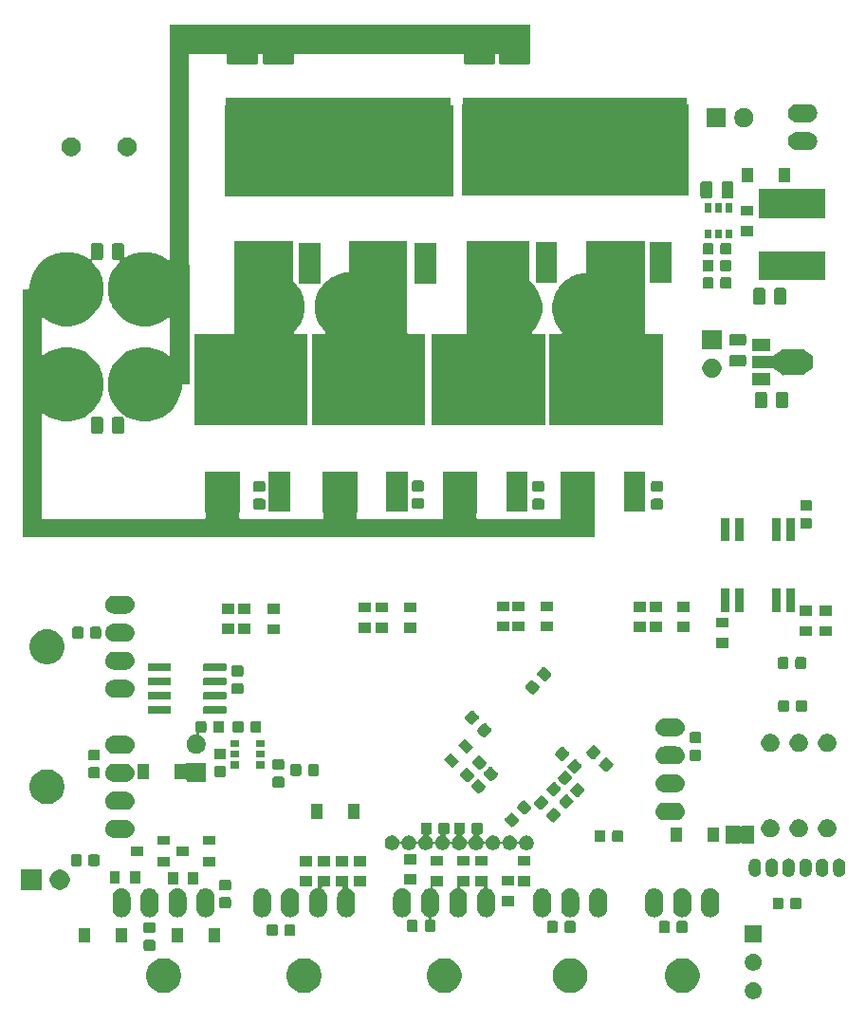
<source format=gbr>
G04 #@! TF.GenerationSoftware,KiCad,Pcbnew,(5.1.5)-3*
G04 #@! TF.CreationDate,2020-04-28T04:20:23+09:00*
G04 #@! TF.ProjectId,NormalMD,4e6f726d-616c-44d4-942e-6b696361645f,rev?*
G04 #@! TF.SameCoordinates,Original*
G04 #@! TF.FileFunction,Soldermask,Bot*
G04 #@! TF.FilePolarity,Negative*
%FSLAX46Y46*%
G04 Gerber Fmt 4.6, Leading zero omitted, Abs format (unit mm)*
G04 Created by KiCad (PCBNEW (5.1.5)-3) date 2020-04-28 04:20:23*
%MOMM*%
%LPD*%
G04 APERTURE LIST*
%ADD10C,0.100000*%
G04 APERTURE END LIST*
D10*
G36*
X138394425Y-136944599D02*
G01*
X138518621Y-136969302D01*
X138655022Y-137025801D01*
X138777779Y-137107825D01*
X138882175Y-137212221D01*
X138964199Y-137334978D01*
X139020698Y-137471379D01*
X139049500Y-137616181D01*
X139049500Y-137763819D01*
X139020698Y-137908621D01*
X138964199Y-138045022D01*
X138882175Y-138167779D01*
X138777779Y-138272175D01*
X138655022Y-138354199D01*
X138518621Y-138410698D01*
X138394425Y-138435401D01*
X138373820Y-138439500D01*
X138226180Y-138439500D01*
X138205575Y-138435401D01*
X138081379Y-138410698D01*
X137944978Y-138354199D01*
X137822221Y-138272175D01*
X137717825Y-138167779D01*
X137635801Y-138045022D01*
X137579302Y-137908621D01*
X137550500Y-137763819D01*
X137550500Y-137616181D01*
X137579302Y-137471379D01*
X137635801Y-137334978D01*
X137717825Y-137212221D01*
X137822221Y-137107825D01*
X137944978Y-137025801D01*
X138081379Y-136969302D01*
X138205575Y-136944599D01*
X138226180Y-136940500D01*
X138373820Y-136940500D01*
X138394425Y-136944599D01*
G37*
G36*
X132252585Y-134828802D02*
G01*
X132402410Y-134858604D01*
X132684674Y-134975521D01*
X132938705Y-135145259D01*
X133154741Y-135361295D01*
X133324479Y-135615326D01*
X133441396Y-135897590D01*
X133501000Y-136197240D01*
X133501000Y-136502760D01*
X133441396Y-136802410D01*
X133324479Y-137084674D01*
X133154741Y-137338705D01*
X132938705Y-137554741D01*
X132684674Y-137724479D01*
X132402410Y-137841396D01*
X132252585Y-137871198D01*
X132102761Y-137901000D01*
X131797239Y-137901000D01*
X131647415Y-137871198D01*
X131497590Y-137841396D01*
X131215326Y-137724479D01*
X130961295Y-137554741D01*
X130745259Y-137338705D01*
X130575521Y-137084674D01*
X130458604Y-136802410D01*
X130399000Y-136502760D01*
X130399000Y-136197240D01*
X130458604Y-135897590D01*
X130575521Y-135615326D01*
X130745259Y-135361295D01*
X130961295Y-135145259D01*
X131215326Y-134975521D01*
X131497590Y-134858604D01*
X131647415Y-134828802D01*
X131797239Y-134799000D01*
X132102761Y-134799000D01*
X132252585Y-134828802D01*
G37*
G36*
X122252585Y-134828802D02*
G01*
X122402410Y-134858604D01*
X122684674Y-134975521D01*
X122938705Y-135145259D01*
X123154741Y-135361295D01*
X123324479Y-135615326D01*
X123441396Y-135897590D01*
X123501000Y-136197240D01*
X123501000Y-136502760D01*
X123441396Y-136802410D01*
X123324479Y-137084674D01*
X123154741Y-137338705D01*
X122938705Y-137554741D01*
X122684674Y-137724479D01*
X122402410Y-137841396D01*
X122252585Y-137871198D01*
X122102761Y-137901000D01*
X121797239Y-137901000D01*
X121647415Y-137871198D01*
X121497590Y-137841396D01*
X121215326Y-137724479D01*
X120961295Y-137554741D01*
X120745259Y-137338705D01*
X120575521Y-137084674D01*
X120458604Y-136802410D01*
X120399000Y-136502760D01*
X120399000Y-136197240D01*
X120458604Y-135897590D01*
X120575521Y-135615326D01*
X120745259Y-135361295D01*
X120961295Y-135145259D01*
X121215326Y-134975521D01*
X121497590Y-134858604D01*
X121647415Y-134828802D01*
X121797239Y-134799000D01*
X122102761Y-134799000D01*
X122252585Y-134828802D01*
G37*
G36*
X111002585Y-134828802D02*
G01*
X111152410Y-134858604D01*
X111434674Y-134975521D01*
X111688705Y-135145259D01*
X111904741Y-135361295D01*
X112074479Y-135615326D01*
X112191396Y-135897590D01*
X112251000Y-136197240D01*
X112251000Y-136502760D01*
X112191396Y-136802410D01*
X112074479Y-137084674D01*
X111904741Y-137338705D01*
X111688705Y-137554741D01*
X111434674Y-137724479D01*
X111152410Y-137841396D01*
X111002585Y-137871198D01*
X110852761Y-137901000D01*
X110547239Y-137901000D01*
X110397415Y-137871198D01*
X110247590Y-137841396D01*
X109965326Y-137724479D01*
X109711295Y-137554741D01*
X109495259Y-137338705D01*
X109325521Y-137084674D01*
X109208604Y-136802410D01*
X109149000Y-136502760D01*
X109149000Y-136197240D01*
X109208604Y-135897590D01*
X109325521Y-135615326D01*
X109495259Y-135361295D01*
X109711295Y-135145259D01*
X109965326Y-134975521D01*
X110247590Y-134858604D01*
X110397415Y-134828802D01*
X110547239Y-134799000D01*
X110852761Y-134799000D01*
X111002585Y-134828802D01*
G37*
G36*
X85952585Y-134828802D02*
G01*
X86102410Y-134858604D01*
X86384674Y-134975521D01*
X86638705Y-135145259D01*
X86854741Y-135361295D01*
X87024479Y-135615326D01*
X87141396Y-135897590D01*
X87201000Y-136197240D01*
X87201000Y-136502760D01*
X87141396Y-136802410D01*
X87024479Y-137084674D01*
X86854741Y-137338705D01*
X86638705Y-137554741D01*
X86384674Y-137724479D01*
X86102410Y-137841396D01*
X85952585Y-137871198D01*
X85802761Y-137901000D01*
X85497239Y-137901000D01*
X85347415Y-137871198D01*
X85197590Y-137841396D01*
X84915326Y-137724479D01*
X84661295Y-137554741D01*
X84445259Y-137338705D01*
X84275521Y-137084674D01*
X84158604Y-136802410D01*
X84099000Y-136502760D01*
X84099000Y-136197240D01*
X84158604Y-135897590D01*
X84275521Y-135615326D01*
X84445259Y-135361295D01*
X84661295Y-135145259D01*
X84915326Y-134975521D01*
X85197590Y-134858604D01*
X85347415Y-134828802D01*
X85497239Y-134799000D01*
X85802761Y-134799000D01*
X85952585Y-134828802D01*
G37*
G36*
X98502585Y-134828802D02*
G01*
X98652410Y-134858604D01*
X98934674Y-134975521D01*
X99188705Y-135145259D01*
X99404741Y-135361295D01*
X99574479Y-135615326D01*
X99691396Y-135897590D01*
X99751000Y-136197240D01*
X99751000Y-136502760D01*
X99691396Y-136802410D01*
X99574479Y-137084674D01*
X99404741Y-137338705D01*
X99188705Y-137554741D01*
X98934674Y-137724479D01*
X98652410Y-137841396D01*
X98502585Y-137871198D01*
X98352761Y-137901000D01*
X98047239Y-137901000D01*
X97897415Y-137871198D01*
X97747590Y-137841396D01*
X97465326Y-137724479D01*
X97211295Y-137554741D01*
X96995259Y-137338705D01*
X96825521Y-137084674D01*
X96708604Y-136802410D01*
X96649000Y-136502760D01*
X96649000Y-136197240D01*
X96708604Y-135897590D01*
X96825521Y-135615326D01*
X96995259Y-135361295D01*
X97211295Y-135145259D01*
X97465326Y-134975521D01*
X97747590Y-134858604D01*
X97897415Y-134828802D01*
X98047239Y-134799000D01*
X98352761Y-134799000D01*
X98502585Y-134828802D01*
G37*
G36*
X138394425Y-134404599D02*
G01*
X138518621Y-134429302D01*
X138655022Y-134485801D01*
X138777779Y-134567825D01*
X138882175Y-134672221D01*
X138964199Y-134794978D01*
X139020698Y-134931379D01*
X139049500Y-135076181D01*
X139049500Y-135223819D01*
X139020698Y-135368621D01*
X138964199Y-135505022D01*
X138882175Y-135627779D01*
X138777779Y-135732175D01*
X138655022Y-135814199D01*
X138518621Y-135870698D01*
X138394425Y-135895401D01*
X138373820Y-135899500D01*
X138226180Y-135899500D01*
X138205575Y-135895401D01*
X138081379Y-135870698D01*
X137944978Y-135814199D01*
X137822221Y-135732175D01*
X137717825Y-135627779D01*
X137635801Y-135505022D01*
X137579302Y-135368621D01*
X137550500Y-135223819D01*
X137550500Y-135076181D01*
X137579302Y-134931379D01*
X137635801Y-134794978D01*
X137717825Y-134672221D01*
X137822221Y-134567825D01*
X137944978Y-134485801D01*
X138081379Y-134429302D01*
X138205575Y-134404599D01*
X138226180Y-134400500D01*
X138373820Y-134400500D01*
X138394425Y-134404599D01*
G37*
G36*
X84779591Y-133153085D02*
G01*
X84813569Y-133163393D01*
X84844890Y-133180134D01*
X84872339Y-133202661D01*
X84894866Y-133230110D01*
X84911607Y-133261431D01*
X84921915Y-133295409D01*
X84926000Y-133336890D01*
X84926000Y-133938110D01*
X84921915Y-133979591D01*
X84911607Y-134013569D01*
X84894866Y-134044890D01*
X84872339Y-134072339D01*
X84844890Y-134094866D01*
X84813569Y-134111607D01*
X84779591Y-134121915D01*
X84738110Y-134126000D01*
X84061890Y-134126000D01*
X84020409Y-134121915D01*
X83986431Y-134111607D01*
X83955110Y-134094866D01*
X83927661Y-134072339D01*
X83905134Y-134044890D01*
X83888393Y-134013569D01*
X83878085Y-133979591D01*
X83874000Y-133938110D01*
X83874000Y-133336890D01*
X83878085Y-133295409D01*
X83888393Y-133261431D01*
X83905134Y-133230110D01*
X83927661Y-133202661D01*
X83955110Y-133180134D01*
X83986431Y-133163393D01*
X84020409Y-133153085D01*
X84061890Y-133149000D01*
X84738110Y-133149000D01*
X84779591Y-133153085D01*
G37*
G36*
X90701000Y-133401000D02*
G01*
X89699000Y-133401000D01*
X89699000Y-132099000D01*
X90701000Y-132099000D01*
X90701000Y-133401000D01*
G37*
G36*
X79101000Y-133401000D02*
G01*
X78099000Y-133401000D01*
X78099000Y-132099000D01*
X79101000Y-132099000D01*
X79101000Y-133401000D01*
G37*
G36*
X82401000Y-133401000D02*
G01*
X81399000Y-133401000D01*
X81399000Y-132099000D01*
X82401000Y-132099000D01*
X82401000Y-133401000D01*
G37*
G36*
X87401000Y-133401000D02*
G01*
X86399000Y-133401000D01*
X86399000Y-132099000D01*
X87401000Y-132099000D01*
X87401000Y-133401000D01*
G37*
G36*
X139049500Y-133359500D02*
G01*
X137550500Y-133359500D01*
X137550500Y-131860500D01*
X139049500Y-131860500D01*
X139049500Y-133359500D01*
G37*
G36*
X95704591Y-131778085D02*
G01*
X95738569Y-131788393D01*
X95769890Y-131805134D01*
X95797339Y-131827661D01*
X95819866Y-131855110D01*
X95836607Y-131886431D01*
X95846915Y-131920409D01*
X95851000Y-131961890D01*
X95851000Y-132638110D01*
X95846915Y-132679591D01*
X95836607Y-132713569D01*
X95819866Y-132744890D01*
X95797339Y-132772339D01*
X95769890Y-132794866D01*
X95738569Y-132811607D01*
X95704591Y-132821915D01*
X95663110Y-132826000D01*
X95061890Y-132826000D01*
X95020409Y-132821915D01*
X94986431Y-132811607D01*
X94955110Y-132794866D01*
X94927661Y-132772339D01*
X94905134Y-132744890D01*
X94888393Y-132713569D01*
X94878085Y-132679591D01*
X94874000Y-132638110D01*
X94874000Y-131961890D01*
X94878085Y-131920409D01*
X94888393Y-131886431D01*
X94905134Y-131855110D01*
X94927661Y-131827661D01*
X94955110Y-131805134D01*
X94986431Y-131788393D01*
X95020409Y-131778085D01*
X95061890Y-131774000D01*
X95663110Y-131774000D01*
X95704591Y-131778085D01*
G37*
G36*
X97279591Y-131778085D02*
G01*
X97313569Y-131788393D01*
X97344890Y-131805134D01*
X97372339Y-131827661D01*
X97394866Y-131855110D01*
X97411607Y-131886431D01*
X97421915Y-131920409D01*
X97426000Y-131961890D01*
X97426000Y-132638110D01*
X97421915Y-132679591D01*
X97411607Y-132713569D01*
X97394866Y-132744890D01*
X97372339Y-132772339D01*
X97344890Y-132794866D01*
X97313569Y-132811607D01*
X97279591Y-132821915D01*
X97238110Y-132826000D01*
X96636890Y-132826000D01*
X96595409Y-132821915D01*
X96561431Y-132811607D01*
X96530110Y-132794866D01*
X96502661Y-132772339D01*
X96480134Y-132744890D01*
X96463393Y-132713569D01*
X96453085Y-132679591D01*
X96449000Y-132638110D01*
X96449000Y-131961890D01*
X96453085Y-131920409D01*
X96463393Y-131886431D01*
X96480134Y-131855110D01*
X96502661Y-131827661D01*
X96530110Y-131805134D01*
X96561431Y-131788393D01*
X96595409Y-131778085D01*
X96636890Y-131774000D01*
X97238110Y-131774000D01*
X97279591Y-131778085D01*
G37*
G36*
X84779591Y-131578085D02*
G01*
X84813569Y-131588393D01*
X84844890Y-131605134D01*
X84872339Y-131627661D01*
X84894866Y-131655110D01*
X84911607Y-131686431D01*
X84921915Y-131720409D01*
X84926000Y-131761890D01*
X84926000Y-132363110D01*
X84921915Y-132404591D01*
X84911607Y-132438569D01*
X84894866Y-132469890D01*
X84872339Y-132497339D01*
X84844890Y-132519866D01*
X84813569Y-132536607D01*
X84779591Y-132546915D01*
X84738110Y-132551000D01*
X84061890Y-132551000D01*
X84020409Y-132546915D01*
X83986431Y-132536607D01*
X83955110Y-132519866D01*
X83927661Y-132497339D01*
X83905134Y-132469890D01*
X83888393Y-132438569D01*
X83878085Y-132404591D01*
X83874000Y-132363110D01*
X83874000Y-131761890D01*
X83878085Y-131720409D01*
X83888393Y-131686431D01*
X83905134Y-131655110D01*
X83927661Y-131627661D01*
X83955110Y-131605134D01*
X83986431Y-131588393D01*
X84020409Y-131578085D01*
X84061890Y-131574000D01*
X84738110Y-131574000D01*
X84779591Y-131578085D01*
G37*
G36*
X122279591Y-131478085D02*
G01*
X122313569Y-131488393D01*
X122344890Y-131505134D01*
X122372339Y-131527661D01*
X122394866Y-131555110D01*
X122411607Y-131586431D01*
X122421915Y-131620409D01*
X122426000Y-131661890D01*
X122426000Y-132338110D01*
X122421915Y-132379591D01*
X122411607Y-132413569D01*
X122394866Y-132444890D01*
X122372339Y-132472339D01*
X122344890Y-132494866D01*
X122313569Y-132511607D01*
X122279591Y-132521915D01*
X122238110Y-132526000D01*
X121636890Y-132526000D01*
X121595409Y-132521915D01*
X121561431Y-132511607D01*
X121530110Y-132494866D01*
X121502661Y-132472339D01*
X121480134Y-132444890D01*
X121463393Y-132413569D01*
X121453085Y-132379591D01*
X121449000Y-132338110D01*
X121449000Y-131661890D01*
X121453085Y-131620409D01*
X121463393Y-131586431D01*
X121480134Y-131555110D01*
X121502661Y-131527661D01*
X121530110Y-131505134D01*
X121561431Y-131488393D01*
X121595409Y-131478085D01*
X121636890Y-131474000D01*
X122238110Y-131474000D01*
X122279591Y-131478085D01*
G37*
G36*
X130704591Y-131478085D02*
G01*
X130738569Y-131488393D01*
X130769890Y-131505134D01*
X130797339Y-131527661D01*
X130819866Y-131555110D01*
X130836607Y-131586431D01*
X130846915Y-131620409D01*
X130851000Y-131661890D01*
X130851000Y-132338110D01*
X130846915Y-132379591D01*
X130836607Y-132413569D01*
X130819866Y-132444890D01*
X130797339Y-132472339D01*
X130769890Y-132494866D01*
X130738569Y-132511607D01*
X130704591Y-132521915D01*
X130663110Y-132526000D01*
X130061890Y-132526000D01*
X130020409Y-132521915D01*
X129986431Y-132511607D01*
X129955110Y-132494866D01*
X129927661Y-132472339D01*
X129905134Y-132444890D01*
X129888393Y-132413569D01*
X129878085Y-132379591D01*
X129874000Y-132338110D01*
X129874000Y-131661890D01*
X129878085Y-131620409D01*
X129888393Y-131586431D01*
X129905134Y-131555110D01*
X129927661Y-131527661D01*
X129955110Y-131505134D01*
X129986431Y-131488393D01*
X130020409Y-131478085D01*
X130061890Y-131474000D01*
X130663110Y-131474000D01*
X130704591Y-131478085D01*
G37*
G36*
X132279591Y-131478085D02*
G01*
X132313569Y-131488393D01*
X132344890Y-131505134D01*
X132372339Y-131527661D01*
X132394866Y-131555110D01*
X132411607Y-131586431D01*
X132421915Y-131620409D01*
X132426000Y-131661890D01*
X132426000Y-132338110D01*
X132421915Y-132379591D01*
X132411607Y-132413569D01*
X132394866Y-132444890D01*
X132372339Y-132472339D01*
X132344890Y-132494866D01*
X132313569Y-132511607D01*
X132279591Y-132521915D01*
X132238110Y-132526000D01*
X131636890Y-132526000D01*
X131595409Y-132521915D01*
X131561431Y-132511607D01*
X131530110Y-132494866D01*
X131502661Y-132472339D01*
X131480134Y-132444890D01*
X131463393Y-132413569D01*
X131453085Y-132379591D01*
X131449000Y-132338110D01*
X131449000Y-131661890D01*
X131453085Y-131620409D01*
X131463393Y-131586431D01*
X131480134Y-131555110D01*
X131502661Y-131527661D01*
X131530110Y-131505134D01*
X131561431Y-131488393D01*
X131595409Y-131478085D01*
X131636890Y-131474000D01*
X132238110Y-131474000D01*
X132279591Y-131478085D01*
G37*
G36*
X120704591Y-131478085D02*
G01*
X120738569Y-131488393D01*
X120769890Y-131505134D01*
X120797339Y-131527661D01*
X120819866Y-131555110D01*
X120836607Y-131586431D01*
X120846915Y-131620409D01*
X120851000Y-131661890D01*
X120851000Y-132338110D01*
X120846915Y-132379591D01*
X120836607Y-132413569D01*
X120819866Y-132444890D01*
X120797339Y-132472339D01*
X120769890Y-132494866D01*
X120738569Y-132511607D01*
X120704591Y-132521915D01*
X120663110Y-132526000D01*
X120061890Y-132526000D01*
X120020409Y-132521915D01*
X119986431Y-132511607D01*
X119955110Y-132494866D01*
X119927661Y-132472339D01*
X119905134Y-132444890D01*
X119888393Y-132413569D01*
X119878085Y-132379591D01*
X119874000Y-132338110D01*
X119874000Y-131661890D01*
X119878085Y-131620409D01*
X119888393Y-131586431D01*
X119905134Y-131555110D01*
X119927661Y-131527661D01*
X119955110Y-131505134D01*
X119986431Y-131488393D01*
X120020409Y-131478085D01*
X120061890Y-131474000D01*
X120663110Y-131474000D01*
X120704591Y-131478085D01*
G37*
G36*
X110601000Y-128351000D02*
G01*
X109758772Y-128351000D01*
X109734386Y-128353402D01*
X109710937Y-128360515D01*
X109689326Y-128372066D01*
X109670384Y-128387611D01*
X109654839Y-128406553D01*
X109643288Y-128428164D01*
X109636175Y-128451613D01*
X109633773Y-128475999D01*
X109636175Y-128500385D01*
X109643288Y-128523834D01*
X109654839Y-128545445D01*
X109670384Y-128564387D01*
X109689326Y-128579932D01*
X109710937Y-128591483D01*
X109722487Y-128595616D01*
X109758012Y-128606392D01*
X109813849Y-128636238D01*
X109897164Y-128680771D01*
X110019133Y-128780867D01*
X110119229Y-128902835D01*
X110193608Y-129041987D01*
X110208875Y-129092318D01*
X110239410Y-129192977D01*
X110251000Y-129310655D01*
X110251000Y-130389345D01*
X110239410Y-130507023D01*
X110208875Y-130607682D01*
X110193608Y-130658013D01*
X110119229Y-130797165D01*
X110019133Y-130919133D01*
X109897165Y-131019229D01*
X109758013Y-131093608D01*
X109706769Y-131109152D01*
X109640069Y-131129385D01*
X109617434Y-131138762D01*
X109597060Y-131152375D01*
X109579733Y-131169702D01*
X109566119Y-131190077D01*
X109556742Y-131212715D01*
X109551961Y-131236749D01*
X109551961Y-131261253D01*
X109556741Y-131285286D01*
X109566119Y-131307925D01*
X109579732Y-131328299D01*
X109597059Y-131345626D01*
X109617434Y-131359240D01*
X109640072Y-131368617D01*
X109664106Y-131373398D01*
X109676358Y-131374000D01*
X109738110Y-131374000D01*
X109779591Y-131378085D01*
X109813569Y-131388393D01*
X109844890Y-131405134D01*
X109872339Y-131427661D01*
X109894866Y-131455110D01*
X109911607Y-131486431D01*
X109921915Y-131520409D01*
X109926000Y-131561890D01*
X109926000Y-132238110D01*
X109921915Y-132279591D01*
X109911607Y-132313569D01*
X109894866Y-132344890D01*
X109872339Y-132372339D01*
X109844890Y-132394866D01*
X109813569Y-132411607D01*
X109779591Y-132421915D01*
X109738110Y-132426000D01*
X109136890Y-132426000D01*
X109095409Y-132421915D01*
X109061431Y-132411607D01*
X109030110Y-132394866D01*
X109002661Y-132372339D01*
X108980134Y-132344890D01*
X108963393Y-132313569D01*
X108953085Y-132279591D01*
X108949000Y-132238110D01*
X108949000Y-131561890D01*
X108953085Y-131520409D01*
X108963393Y-131486431D01*
X108980134Y-131455110D01*
X109002661Y-131427661D01*
X109030110Y-131405134D01*
X109061431Y-131388393D01*
X109095409Y-131378085D01*
X109136890Y-131374000D01*
X109223643Y-131374000D01*
X109248029Y-131371598D01*
X109271478Y-131364485D01*
X109293089Y-131352934D01*
X109312031Y-131337389D01*
X109327576Y-131318447D01*
X109339127Y-131296836D01*
X109346240Y-131273387D01*
X109348642Y-131249001D01*
X109346240Y-131224615D01*
X109339127Y-131201166D01*
X109327576Y-131179555D01*
X109312031Y-131160613D01*
X109293089Y-131145068D01*
X109271478Y-131133517D01*
X109259935Y-131129387D01*
X109193232Y-131109152D01*
X109141988Y-131093608D01*
X109002836Y-131019229D01*
X108880868Y-130919133D01*
X108780772Y-130797165D01*
X108706393Y-130658013D01*
X108691126Y-130607682D01*
X108660591Y-130507023D01*
X108649001Y-130389345D01*
X108649000Y-129310656D01*
X108660590Y-129192978D01*
X108706392Y-129041989D01*
X108706392Y-129041988D01*
X108780771Y-128902836D01*
X108780772Y-128902835D01*
X108880867Y-128780867D01*
X109002835Y-128680771D01*
X109086150Y-128636238D01*
X109141987Y-128606392D01*
X109212762Y-128584923D01*
X109292977Y-128560590D01*
X109334748Y-128556476D01*
X109386254Y-128551403D01*
X109410287Y-128546622D01*
X109432926Y-128537245D01*
X109453300Y-128523631D01*
X109470627Y-128506304D01*
X109484240Y-128485930D01*
X109493618Y-128463291D01*
X109499000Y-128427006D01*
X109499000Y-127449000D01*
X110601000Y-127449000D01*
X110601000Y-128351000D01*
G37*
G36*
X108204591Y-131378085D02*
G01*
X108238569Y-131388393D01*
X108269890Y-131405134D01*
X108297339Y-131427661D01*
X108319866Y-131455110D01*
X108336607Y-131486431D01*
X108346915Y-131520409D01*
X108351000Y-131561890D01*
X108351000Y-132238110D01*
X108346915Y-132279591D01*
X108336607Y-132313569D01*
X108319866Y-132344890D01*
X108297339Y-132372339D01*
X108269890Y-132394866D01*
X108238569Y-132411607D01*
X108204591Y-132421915D01*
X108163110Y-132426000D01*
X107561890Y-132426000D01*
X107520409Y-132421915D01*
X107486431Y-132411607D01*
X107455110Y-132394866D01*
X107427661Y-132372339D01*
X107405134Y-132344890D01*
X107388393Y-132313569D01*
X107378085Y-132279591D01*
X107374000Y-132238110D01*
X107374000Y-131561890D01*
X107378085Y-131520409D01*
X107388393Y-131486431D01*
X107405134Y-131455110D01*
X107427661Y-131427661D01*
X107455110Y-131405134D01*
X107486431Y-131388393D01*
X107520409Y-131378085D01*
X107561890Y-131374000D01*
X108163110Y-131374000D01*
X108204591Y-131378085D01*
G37*
G36*
X82057022Y-128560590D02*
G01*
X82137237Y-128584923D01*
X82208012Y-128606392D01*
X82263849Y-128636238D01*
X82347164Y-128680771D01*
X82469133Y-128780867D01*
X82569229Y-128902835D01*
X82643608Y-129041987D01*
X82658875Y-129092318D01*
X82689410Y-129192977D01*
X82701000Y-129310655D01*
X82701000Y-130389345D01*
X82689410Y-130507023D01*
X82658875Y-130607682D01*
X82643608Y-130658013D01*
X82569229Y-130797165D01*
X82469133Y-130919133D01*
X82347165Y-131019229D01*
X82208013Y-131093608D01*
X82157682Y-131108875D01*
X82057023Y-131139410D01*
X81900000Y-131154875D01*
X81742978Y-131139410D01*
X81642319Y-131108875D01*
X81591988Y-131093608D01*
X81452836Y-131019229D01*
X81330868Y-130919133D01*
X81230772Y-130797165D01*
X81156393Y-130658013D01*
X81141126Y-130607682D01*
X81110591Y-130507023D01*
X81099001Y-130389345D01*
X81099000Y-129310656D01*
X81110590Y-129192978D01*
X81156392Y-129041989D01*
X81156392Y-129041988D01*
X81230771Y-128902836D01*
X81230772Y-128902835D01*
X81330867Y-128780867D01*
X81452835Y-128680771D01*
X81536150Y-128636238D01*
X81591987Y-128606392D01*
X81662762Y-128584923D01*
X81742977Y-128560590D01*
X81900000Y-128545125D01*
X82057022Y-128560590D01*
G37*
G36*
X132107022Y-128560590D02*
G01*
X132187237Y-128584923D01*
X132258012Y-128606392D01*
X132313849Y-128636238D01*
X132397164Y-128680771D01*
X132519133Y-128780867D01*
X132619229Y-128902835D01*
X132693608Y-129041987D01*
X132708875Y-129092318D01*
X132739410Y-129192977D01*
X132751000Y-129310655D01*
X132751000Y-130389345D01*
X132739410Y-130507023D01*
X132708875Y-130607682D01*
X132693608Y-130658013D01*
X132619229Y-130797165D01*
X132519133Y-130919133D01*
X132397165Y-131019229D01*
X132258013Y-131093608D01*
X132207682Y-131108875D01*
X132107023Y-131139410D01*
X131950000Y-131154875D01*
X131792978Y-131139410D01*
X131692319Y-131108875D01*
X131641988Y-131093608D01*
X131502836Y-131019229D01*
X131380868Y-130919133D01*
X131280772Y-130797165D01*
X131206393Y-130658013D01*
X131191126Y-130607682D01*
X131160591Y-130507023D01*
X131149001Y-130389345D01*
X131149000Y-129310656D01*
X131160590Y-129192978D01*
X131206392Y-129041989D01*
X131206392Y-129041988D01*
X131280771Y-128902836D01*
X131280772Y-128902835D01*
X131380867Y-128780867D01*
X131502835Y-128680771D01*
X131586150Y-128636238D01*
X131641987Y-128606392D01*
X131712762Y-128584923D01*
X131792977Y-128560590D01*
X131950000Y-128545125D01*
X132107022Y-128560590D01*
G37*
G36*
X129607022Y-128560590D02*
G01*
X129687237Y-128584923D01*
X129758012Y-128606392D01*
X129813849Y-128636238D01*
X129897164Y-128680771D01*
X130019133Y-128780867D01*
X130119229Y-128902835D01*
X130193608Y-129041987D01*
X130208875Y-129092318D01*
X130239410Y-129192977D01*
X130251000Y-129310655D01*
X130251000Y-130389345D01*
X130239410Y-130507023D01*
X130208875Y-130607682D01*
X130193608Y-130658013D01*
X130119229Y-130797165D01*
X130019133Y-130919133D01*
X129897165Y-131019229D01*
X129758013Y-131093608D01*
X129707682Y-131108875D01*
X129607023Y-131139410D01*
X129450000Y-131154875D01*
X129292978Y-131139410D01*
X129192319Y-131108875D01*
X129141988Y-131093608D01*
X129002836Y-131019229D01*
X128880868Y-130919133D01*
X128780772Y-130797165D01*
X128706393Y-130658013D01*
X128691126Y-130607682D01*
X128660591Y-130507023D01*
X128649001Y-130389345D01*
X128649000Y-129310656D01*
X128660590Y-129192978D01*
X128706392Y-129041989D01*
X128706392Y-129041988D01*
X128780771Y-128902836D01*
X128780772Y-128902835D01*
X128880867Y-128780867D01*
X129002835Y-128680771D01*
X129086150Y-128636238D01*
X129141987Y-128606392D01*
X129212762Y-128584923D01*
X129292977Y-128560590D01*
X129450000Y-128545125D01*
X129607022Y-128560590D01*
G37*
G36*
X119607022Y-128560590D02*
G01*
X119687237Y-128584923D01*
X119758012Y-128606392D01*
X119813849Y-128636238D01*
X119897164Y-128680771D01*
X120019133Y-128780867D01*
X120119229Y-128902835D01*
X120193608Y-129041987D01*
X120208875Y-129092318D01*
X120239410Y-129192977D01*
X120251000Y-129310655D01*
X120251000Y-130389345D01*
X120239410Y-130507023D01*
X120208875Y-130607682D01*
X120193608Y-130658013D01*
X120119229Y-130797165D01*
X120019133Y-130919133D01*
X119897165Y-131019229D01*
X119758013Y-131093608D01*
X119707682Y-131108875D01*
X119607023Y-131139410D01*
X119450000Y-131154875D01*
X119292978Y-131139410D01*
X119192319Y-131108875D01*
X119141988Y-131093608D01*
X119002836Y-131019229D01*
X118880868Y-130919133D01*
X118780772Y-130797165D01*
X118706393Y-130658013D01*
X118691126Y-130607682D01*
X118660591Y-130507023D01*
X118649001Y-130389345D01*
X118649000Y-129310656D01*
X118660590Y-129192978D01*
X118706392Y-129041989D01*
X118706392Y-129041988D01*
X118780771Y-128902836D01*
X118780772Y-128902835D01*
X118880867Y-128780867D01*
X119002835Y-128680771D01*
X119086150Y-128636238D01*
X119141987Y-128606392D01*
X119212762Y-128584923D01*
X119292977Y-128560590D01*
X119450000Y-128545125D01*
X119607022Y-128560590D01*
G37*
G36*
X122107022Y-128560590D02*
G01*
X122187237Y-128584923D01*
X122258012Y-128606392D01*
X122313849Y-128636238D01*
X122397164Y-128680771D01*
X122519133Y-128780867D01*
X122619229Y-128902835D01*
X122693608Y-129041987D01*
X122708875Y-129092318D01*
X122739410Y-129192977D01*
X122751000Y-129310655D01*
X122751000Y-130389345D01*
X122739410Y-130507023D01*
X122708875Y-130607682D01*
X122693608Y-130658013D01*
X122619229Y-130797165D01*
X122519133Y-130919133D01*
X122397165Y-131019229D01*
X122258013Y-131093608D01*
X122207682Y-131108875D01*
X122107023Y-131139410D01*
X121950000Y-131154875D01*
X121792978Y-131139410D01*
X121692319Y-131108875D01*
X121641988Y-131093608D01*
X121502836Y-131019229D01*
X121380868Y-130919133D01*
X121280772Y-130797165D01*
X121206393Y-130658013D01*
X121191126Y-130607682D01*
X121160591Y-130507023D01*
X121149001Y-130389345D01*
X121149000Y-129310656D01*
X121160590Y-129192978D01*
X121206392Y-129041989D01*
X121206392Y-129041988D01*
X121280771Y-128902836D01*
X121280772Y-128902835D01*
X121380867Y-128780867D01*
X121502835Y-128680771D01*
X121586150Y-128636238D01*
X121641987Y-128606392D01*
X121712762Y-128584923D01*
X121792977Y-128560590D01*
X121950000Y-128545125D01*
X122107022Y-128560590D01*
G37*
G36*
X124607022Y-128560590D02*
G01*
X124687237Y-128584923D01*
X124758012Y-128606392D01*
X124813849Y-128636238D01*
X124897164Y-128680771D01*
X125019133Y-128780867D01*
X125119229Y-128902835D01*
X125193608Y-129041987D01*
X125208875Y-129092318D01*
X125239410Y-129192977D01*
X125251000Y-129310655D01*
X125251000Y-130389345D01*
X125239410Y-130507023D01*
X125208875Y-130607682D01*
X125193608Y-130658013D01*
X125119229Y-130797165D01*
X125019133Y-130919133D01*
X124897165Y-131019229D01*
X124758013Y-131093608D01*
X124707682Y-131108875D01*
X124607023Y-131139410D01*
X124450000Y-131154875D01*
X124292978Y-131139410D01*
X124192319Y-131108875D01*
X124141988Y-131093608D01*
X124002836Y-131019229D01*
X123880868Y-130919133D01*
X123780772Y-130797165D01*
X123706393Y-130658013D01*
X123691126Y-130607682D01*
X123660591Y-130507023D01*
X123649001Y-130389345D01*
X123649000Y-129310656D01*
X123660590Y-129192978D01*
X123706392Y-129041989D01*
X123706392Y-129041988D01*
X123780771Y-128902836D01*
X123780772Y-128902835D01*
X123880867Y-128780867D01*
X124002835Y-128680771D01*
X124086150Y-128636238D01*
X124141987Y-128606392D01*
X124212762Y-128584923D01*
X124292977Y-128560590D01*
X124450000Y-128545125D01*
X124607022Y-128560590D01*
G37*
G36*
X114601000Y-128466058D02*
G01*
X114603402Y-128490444D01*
X114610515Y-128513893D01*
X114622066Y-128535504D01*
X114637611Y-128554446D01*
X114656553Y-128569991D01*
X114678164Y-128581542D01*
X114689708Y-128585673D01*
X114758011Y-128606392D01*
X114897164Y-128680771D01*
X115019133Y-128780867D01*
X115119229Y-128902835D01*
X115193608Y-129041987D01*
X115208875Y-129092318D01*
X115239410Y-129192977D01*
X115251000Y-129310655D01*
X115251000Y-130389345D01*
X115239410Y-130507023D01*
X115208875Y-130607682D01*
X115193608Y-130658013D01*
X115119229Y-130797165D01*
X115019133Y-130919133D01*
X114897165Y-131019229D01*
X114758013Y-131093608D01*
X114707682Y-131108875D01*
X114607023Y-131139410D01*
X114450000Y-131154875D01*
X114292978Y-131139410D01*
X114192319Y-131108875D01*
X114141988Y-131093608D01*
X114002836Y-131019229D01*
X113880868Y-130919133D01*
X113780772Y-130797165D01*
X113706393Y-130658013D01*
X113691126Y-130607682D01*
X113660591Y-130507023D01*
X113649001Y-130389345D01*
X113649000Y-129310656D01*
X113660590Y-129192978D01*
X113706392Y-129041989D01*
X113706392Y-129041988D01*
X113780771Y-128902836D01*
X113780772Y-128902835D01*
X113880867Y-128780867D01*
X114002835Y-128680771D01*
X114086150Y-128636238D01*
X114141987Y-128606392D01*
X114177512Y-128595616D01*
X114200151Y-128586238D01*
X114220525Y-128572625D01*
X114237852Y-128555298D01*
X114251466Y-128534923D01*
X114260844Y-128512285D01*
X114265624Y-128488251D01*
X114265624Y-128463747D01*
X114260844Y-128439714D01*
X114251466Y-128417075D01*
X114237853Y-128396701D01*
X114220526Y-128379374D01*
X114200151Y-128365760D01*
X114177513Y-128356382D01*
X114153479Y-128351602D01*
X114141227Y-128351000D01*
X113499000Y-128351000D01*
X113499000Y-127449000D01*
X114601000Y-127449000D01*
X114601000Y-128466058D01*
G37*
G36*
X113001000Y-128351000D02*
G01*
X112258772Y-128351000D01*
X112234386Y-128353402D01*
X112210937Y-128360515D01*
X112189326Y-128372066D01*
X112170384Y-128387611D01*
X112154839Y-128406553D01*
X112143288Y-128428164D01*
X112136175Y-128451613D01*
X112133773Y-128475999D01*
X112136175Y-128500385D01*
X112143288Y-128523834D01*
X112154839Y-128545445D01*
X112170384Y-128564387D01*
X112189326Y-128579932D01*
X112210937Y-128591483D01*
X112222487Y-128595616D01*
X112258012Y-128606392D01*
X112313849Y-128636238D01*
X112397164Y-128680771D01*
X112519133Y-128780867D01*
X112619229Y-128902835D01*
X112693608Y-129041987D01*
X112708875Y-129092318D01*
X112739410Y-129192977D01*
X112751000Y-129310655D01*
X112751000Y-130389345D01*
X112739410Y-130507023D01*
X112708875Y-130607682D01*
X112693608Y-130658013D01*
X112619229Y-130797165D01*
X112519133Y-130919133D01*
X112397165Y-131019229D01*
X112258013Y-131093608D01*
X112207682Y-131108875D01*
X112107023Y-131139410D01*
X111950000Y-131154875D01*
X111792978Y-131139410D01*
X111692319Y-131108875D01*
X111641988Y-131093608D01*
X111502836Y-131019229D01*
X111380868Y-130919133D01*
X111280772Y-130797165D01*
X111206393Y-130658013D01*
X111191126Y-130607682D01*
X111160591Y-130507023D01*
X111149001Y-130389345D01*
X111149000Y-129310656D01*
X111160590Y-129192978D01*
X111206392Y-129041989D01*
X111206392Y-129041988D01*
X111280771Y-128902836D01*
X111280772Y-128902835D01*
X111380867Y-128780867D01*
X111502835Y-128680771D01*
X111586150Y-128636238D01*
X111641987Y-128606392D01*
X111677512Y-128595616D01*
X111792977Y-128560590D01*
X111792983Y-128560589D01*
X111799439Y-128558631D01*
X111810276Y-128556476D01*
X111832916Y-128547100D01*
X111853292Y-128533488D01*
X111870620Y-128516162D01*
X111884235Y-128495789D01*
X111893615Y-128473151D01*
X111898397Y-128449118D01*
X111899000Y-128436856D01*
X111899000Y-127449000D01*
X113001000Y-127449000D01*
X113001000Y-128351000D01*
G37*
G36*
X107107022Y-128560590D02*
G01*
X107187237Y-128584923D01*
X107258012Y-128606392D01*
X107313849Y-128636238D01*
X107397164Y-128680771D01*
X107519133Y-128780867D01*
X107619229Y-128902835D01*
X107693608Y-129041987D01*
X107708875Y-129092318D01*
X107739410Y-129192977D01*
X107751000Y-129310655D01*
X107751000Y-130389345D01*
X107739410Y-130507023D01*
X107708875Y-130607682D01*
X107693608Y-130658013D01*
X107619229Y-130797165D01*
X107519133Y-130919133D01*
X107397165Y-131019229D01*
X107258013Y-131093608D01*
X107207682Y-131108875D01*
X107107023Y-131139410D01*
X106950000Y-131154875D01*
X106792978Y-131139410D01*
X106692319Y-131108875D01*
X106641988Y-131093608D01*
X106502836Y-131019229D01*
X106380868Y-130919133D01*
X106280772Y-130797165D01*
X106206393Y-130658013D01*
X106191126Y-130607682D01*
X106160591Y-130507023D01*
X106149001Y-130389345D01*
X106149000Y-129310656D01*
X106160590Y-129192978D01*
X106206392Y-129041989D01*
X106206392Y-129041988D01*
X106280771Y-128902836D01*
X106280772Y-128902835D01*
X106380867Y-128780867D01*
X106502835Y-128680771D01*
X106586150Y-128636238D01*
X106641987Y-128606392D01*
X106712762Y-128584923D01*
X106792977Y-128560590D01*
X106950000Y-128545125D01*
X107107022Y-128560590D01*
G37*
G36*
X94607022Y-128560590D02*
G01*
X94687237Y-128584923D01*
X94758012Y-128606392D01*
X94813849Y-128636238D01*
X94897164Y-128680771D01*
X95019133Y-128780867D01*
X95119229Y-128902835D01*
X95193608Y-129041987D01*
X95208875Y-129092318D01*
X95239410Y-129192977D01*
X95251000Y-129310655D01*
X95251000Y-130389345D01*
X95239410Y-130507023D01*
X95208875Y-130607682D01*
X95193608Y-130658013D01*
X95119229Y-130797165D01*
X95019133Y-130919133D01*
X94897165Y-131019229D01*
X94758013Y-131093608D01*
X94707682Y-131108875D01*
X94607023Y-131139410D01*
X94450000Y-131154875D01*
X94292978Y-131139410D01*
X94192319Y-131108875D01*
X94141988Y-131093608D01*
X94002836Y-131019229D01*
X93880868Y-130919133D01*
X93780772Y-130797165D01*
X93706393Y-130658013D01*
X93691126Y-130607682D01*
X93660591Y-130507023D01*
X93649001Y-130389345D01*
X93649000Y-129310656D01*
X93660590Y-129192978D01*
X93706392Y-129041989D01*
X93706392Y-129041988D01*
X93780771Y-128902836D01*
X93780772Y-128902835D01*
X93880867Y-128780867D01*
X94002835Y-128680771D01*
X94086150Y-128636238D01*
X94141987Y-128606392D01*
X94212762Y-128584923D01*
X94292977Y-128560590D01*
X94450000Y-128545125D01*
X94607022Y-128560590D01*
G37*
G36*
X97107022Y-128560590D02*
G01*
X97187237Y-128584923D01*
X97258012Y-128606392D01*
X97313849Y-128636238D01*
X97397164Y-128680771D01*
X97519133Y-128780867D01*
X97619229Y-128902835D01*
X97693608Y-129041987D01*
X97708875Y-129092318D01*
X97739410Y-129192977D01*
X97751000Y-129310655D01*
X97751000Y-130389345D01*
X97739410Y-130507023D01*
X97708875Y-130607682D01*
X97693608Y-130658013D01*
X97619229Y-130797165D01*
X97519133Y-130919133D01*
X97397165Y-131019229D01*
X97258013Y-131093608D01*
X97207682Y-131108875D01*
X97107023Y-131139410D01*
X96950000Y-131154875D01*
X96792978Y-131139410D01*
X96692319Y-131108875D01*
X96641988Y-131093608D01*
X96502836Y-131019229D01*
X96380868Y-130919133D01*
X96280772Y-130797165D01*
X96206393Y-130658013D01*
X96191126Y-130607682D01*
X96160591Y-130507023D01*
X96149001Y-130389345D01*
X96149000Y-129310656D01*
X96160590Y-129192978D01*
X96206392Y-129041989D01*
X96206392Y-129041988D01*
X96280771Y-128902836D01*
X96280772Y-128902835D01*
X96380867Y-128780867D01*
X96502835Y-128680771D01*
X96586150Y-128636238D01*
X96641987Y-128606392D01*
X96712762Y-128584923D01*
X96792977Y-128560590D01*
X96950000Y-128545125D01*
X97107022Y-128560590D01*
G37*
G36*
X100501000Y-128401000D02*
G01*
X99872774Y-128401000D01*
X99848388Y-128403402D01*
X99824939Y-128410515D01*
X99803328Y-128422066D01*
X99784386Y-128437611D01*
X99768841Y-128456553D01*
X99757290Y-128478164D01*
X99750177Y-128501613D01*
X99747775Y-128525999D01*
X99750177Y-128550385D01*
X99757290Y-128573834D01*
X99768841Y-128595445D01*
X99784386Y-128614387D01*
X99813849Y-128636238D01*
X99897164Y-128680771D01*
X100019133Y-128780867D01*
X100119229Y-128902835D01*
X100193608Y-129041987D01*
X100208875Y-129092318D01*
X100239410Y-129192977D01*
X100251000Y-129310655D01*
X100251000Y-130389345D01*
X100239410Y-130507023D01*
X100208875Y-130607682D01*
X100193608Y-130658013D01*
X100119229Y-130797165D01*
X100019133Y-130919133D01*
X99897165Y-131019229D01*
X99758013Y-131093608D01*
X99707682Y-131108875D01*
X99607023Y-131139410D01*
X99450000Y-131154875D01*
X99292978Y-131139410D01*
X99192319Y-131108875D01*
X99141988Y-131093608D01*
X99002836Y-131019229D01*
X98880868Y-130919133D01*
X98780772Y-130797165D01*
X98706393Y-130658013D01*
X98691126Y-130607682D01*
X98660591Y-130507023D01*
X98649001Y-130389345D01*
X98649000Y-129310656D01*
X98660590Y-129192978D01*
X98706392Y-129041989D01*
X98706392Y-129041988D01*
X98780771Y-128902836D01*
X98780772Y-128902835D01*
X98880867Y-128780867D01*
X99002835Y-128680771D01*
X99086150Y-128636238D01*
X99141987Y-128606392D01*
X99177512Y-128595616D01*
X99292977Y-128560590D01*
X99292983Y-128560589D01*
X99299439Y-128558631D01*
X99310276Y-128556476D01*
X99332916Y-128547100D01*
X99353292Y-128533488D01*
X99370620Y-128516162D01*
X99384235Y-128495789D01*
X99393615Y-128473151D01*
X99398397Y-128449118D01*
X99399000Y-128436856D01*
X99399000Y-127499000D01*
X100501000Y-127499000D01*
X100501000Y-128401000D01*
G37*
G36*
X102101000Y-128466058D02*
G01*
X102103402Y-128490444D01*
X102110515Y-128513893D01*
X102122066Y-128535504D01*
X102137611Y-128554446D01*
X102156553Y-128569991D01*
X102178164Y-128581542D01*
X102189708Y-128585673D01*
X102258011Y-128606392D01*
X102397164Y-128680771D01*
X102519133Y-128780867D01*
X102619229Y-128902835D01*
X102693608Y-129041987D01*
X102708875Y-129092318D01*
X102739410Y-129192977D01*
X102751000Y-129310655D01*
X102751000Y-130389345D01*
X102739410Y-130507023D01*
X102708875Y-130607682D01*
X102693608Y-130658013D01*
X102619229Y-130797165D01*
X102519133Y-130919133D01*
X102397165Y-131019229D01*
X102258013Y-131093608D01*
X102207682Y-131108875D01*
X102107023Y-131139410D01*
X101950000Y-131154875D01*
X101792978Y-131139410D01*
X101692319Y-131108875D01*
X101641988Y-131093608D01*
X101502836Y-131019229D01*
X101380868Y-130919133D01*
X101280772Y-130797165D01*
X101206393Y-130658013D01*
X101191126Y-130607682D01*
X101160591Y-130507023D01*
X101149001Y-130389345D01*
X101149000Y-129310656D01*
X101160590Y-129192978D01*
X101206392Y-129041989D01*
X101206392Y-129041988D01*
X101280771Y-128902836D01*
X101280772Y-128902835D01*
X101380867Y-128780867D01*
X101502835Y-128680771D01*
X101586150Y-128636238D01*
X101606524Y-128622624D01*
X101623851Y-128605297D01*
X101637465Y-128584923D01*
X101646842Y-128562284D01*
X101651622Y-128538250D01*
X101651622Y-128513746D01*
X101646841Y-128489713D01*
X101637464Y-128467074D01*
X101623850Y-128446700D01*
X101606523Y-128429373D01*
X101586149Y-128415759D01*
X101563510Y-128406382D01*
X101527225Y-128401000D01*
X100999000Y-128401000D01*
X100999000Y-127499000D01*
X102101000Y-127499000D01*
X102101000Y-128466058D01*
G37*
G36*
X89557022Y-128560590D02*
G01*
X89637237Y-128584923D01*
X89708012Y-128606392D01*
X89763849Y-128636238D01*
X89847164Y-128680771D01*
X89969133Y-128780867D01*
X90069229Y-128902835D01*
X90143608Y-129041987D01*
X90158875Y-129092318D01*
X90189410Y-129192977D01*
X90201000Y-129310655D01*
X90201000Y-130389345D01*
X90189410Y-130507023D01*
X90158875Y-130607682D01*
X90143608Y-130658013D01*
X90069229Y-130797165D01*
X89969133Y-130919133D01*
X89847165Y-131019229D01*
X89708013Y-131093608D01*
X89657682Y-131108875D01*
X89557023Y-131139410D01*
X89400000Y-131154875D01*
X89242978Y-131139410D01*
X89142319Y-131108875D01*
X89091988Y-131093608D01*
X88952836Y-131019229D01*
X88830868Y-130919133D01*
X88730772Y-130797165D01*
X88656393Y-130658013D01*
X88641126Y-130607682D01*
X88610591Y-130507023D01*
X88599001Y-130389345D01*
X88599000Y-129310656D01*
X88610590Y-129192978D01*
X88656392Y-129041989D01*
X88656392Y-129041988D01*
X88730771Y-128902836D01*
X88730772Y-128902835D01*
X88830867Y-128780867D01*
X88952835Y-128680771D01*
X89036150Y-128636238D01*
X89091987Y-128606392D01*
X89162762Y-128584923D01*
X89242977Y-128560590D01*
X89400000Y-128545125D01*
X89557022Y-128560590D01*
G37*
G36*
X84557022Y-128560590D02*
G01*
X84637237Y-128584923D01*
X84708012Y-128606392D01*
X84763849Y-128636238D01*
X84847164Y-128680771D01*
X84969133Y-128780867D01*
X85069229Y-128902835D01*
X85143608Y-129041987D01*
X85158875Y-129092318D01*
X85189410Y-129192977D01*
X85201000Y-129310655D01*
X85201000Y-130389345D01*
X85189410Y-130507023D01*
X85158875Y-130607682D01*
X85143608Y-130658013D01*
X85069229Y-130797165D01*
X84969133Y-130919133D01*
X84847165Y-131019229D01*
X84708013Y-131093608D01*
X84657682Y-131108875D01*
X84557023Y-131139410D01*
X84400000Y-131154875D01*
X84242978Y-131139410D01*
X84142319Y-131108875D01*
X84091988Y-131093608D01*
X83952836Y-131019229D01*
X83830868Y-130919133D01*
X83730772Y-130797165D01*
X83656393Y-130658013D01*
X83641126Y-130607682D01*
X83610591Y-130507023D01*
X83599001Y-130389345D01*
X83599000Y-129310656D01*
X83610590Y-129192978D01*
X83656392Y-129041989D01*
X83656392Y-129041988D01*
X83730771Y-128902836D01*
X83730772Y-128902835D01*
X83830867Y-128780867D01*
X83952835Y-128680771D01*
X84036150Y-128636238D01*
X84091987Y-128606392D01*
X84162762Y-128584923D01*
X84242977Y-128560590D01*
X84400000Y-128545125D01*
X84557022Y-128560590D01*
G37*
G36*
X134607022Y-128560590D02*
G01*
X134687237Y-128584923D01*
X134758012Y-128606392D01*
X134813849Y-128636238D01*
X134897164Y-128680771D01*
X135019133Y-128780867D01*
X135119229Y-128902835D01*
X135193608Y-129041987D01*
X135208875Y-129092318D01*
X135239410Y-129192977D01*
X135251000Y-129310655D01*
X135251000Y-130389345D01*
X135239410Y-130507023D01*
X135208875Y-130607682D01*
X135193608Y-130658013D01*
X135119229Y-130797165D01*
X135019133Y-130919133D01*
X134897165Y-131019229D01*
X134758013Y-131093608D01*
X134707682Y-131108875D01*
X134607023Y-131139410D01*
X134450000Y-131154875D01*
X134292978Y-131139410D01*
X134192319Y-131108875D01*
X134141988Y-131093608D01*
X134002836Y-131019229D01*
X133880868Y-130919133D01*
X133780772Y-130797165D01*
X133706393Y-130658013D01*
X133691126Y-130607682D01*
X133660591Y-130507023D01*
X133649001Y-130389345D01*
X133649000Y-129310656D01*
X133660590Y-129192978D01*
X133706392Y-129041989D01*
X133706392Y-129041988D01*
X133780771Y-128902836D01*
X133780772Y-128902835D01*
X133880867Y-128780867D01*
X134002835Y-128680771D01*
X134086150Y-128636238D01*
X134141987Y-128606392D01*
X134212762Y-128584923D01*
X134292977Y-128560590D01*
X134450000Y-128545125D01*
X134607022Y-128560590D01*
G37*
G36*
X87057022Y-128560590D02*
G01*
X87137237Y-128584923D01*
X87208012Y-128606392D01*
X87263849Y-128636238D01*
X87347164Y-128680771D01*
X87469133Y-128780867D01*
X87569229Y-128902835D01*
X87643608Y-129041987D01*
X87658875Y-129092318D01*
X87689410Y-129192977D01*
X87701000Y-129310655D01*
X87701000Y-130389345D01*
X87689410Y-130507023D01*
X87658875Y-130607682D01*
X87643608Y-130658013D01*
X87569229Y-130797165D01*
X87469133Y-130919133D01*
X87347165Y-131019229D01*
X87208013Y-131093608D01*
X87157682Y-131108875D01*
X87057023Y-131139410D01*
X86900000Y-131154875D01*
X86742978Y-131139410D01*
X86642319Y-131108875D01*
X86591988Y-131093608D01*
X86452836Y-131019229D01*
X86330868Y-130919133D01*
X86230772Y-130797165D01*
X86156393Y-130658013D01*
X86141126Y-130607682D01*
X86110591Y-130507023D01*
X86099001Y-130389345D01*
X86099000Y-129310656D01*
X86110590Y-129192978D01*
X86156392Y-129041989D01*
X86156392Y-129041988D01*
X86230771Y-128902836D01*
X86230772Y-128902835D01*
X86330867Y-128780867D01*
X86452835Y-128680771D01*
X86536150Y-128636238D01*
X86591987Y-128606392D01*
X86662762Y-128584923D01*
X86742977Y-128560590D01*
X86900000Y-128545125D01*
X87057022Y-128560590D01*
G37*
G36*
X142429591Y-129378085D02*
G01*
X142463569Y-129388393D01*
X142494890Y-129405134D01*
X142522339Y-129427661D01*
X142544866Y-129455110D01*
X142561607Y-129486431D01*
X142571915Y-129520409D01*
X142576000Y-129561890D01*
X142576000Y-130238110D01*
X142571915Y-130279591D01*
X142561607Y-130313569D01*
X142544866Y-130344890D01*
X142522339Y-130372339D01*
X142494890Y-130394866D01*
X142463569Y-130411607D01*
X142429591Y-130421915D01*
X142388110Y-130426000D01*
X141786890Y-130426000D01*
X141745409Y-130421915D01*
X141711431Y-130411607D01*
X141680110Y-130394866D01*
X141652661Y-130372339D01*
X141630134Y-130344890D01*
X141613393Y-130313569D01*
X141603085Y-130279591D01*
X141599000Y-130238110D01*
X141599000Y-129561890D01*
X141603085Y-129520409D01*
X141613393Y-129486431D01*
X141630134Y-129455110D01*
X141652661Y-129427661D01*
X141680110Y-129405134D01*
X141711431Y-129388393D01*
X141745409Y-129378085D01*
X141786890Y-129374000D01*
X142388110Y-129374000D01*
X142429591Y-129378085D01*
G37*
G36*
X140854591Y-129378085D02*
G01*
X140888569Y-129388393D01*
X140919890Y-129405134D01*
X140947339Y-129427661D01*
X140969866Y-129455110D01*
X140986607Y-129486431D01*
X140996915Y-129520409D01*
X141001000Y-129561890D01*
X141001000Y-130238110D01*
X140996915Y-130279591D01*
X140986607Y-130313569D01*
X140969866Y-130344890D01*
X140947339Y-130372339D01*
X140919890Y-130394866D01*
X140888569Y-130411607D01*
X140854591Y-130421915D01*
X140813110Y-130426000D01*
X140211890Y-130426000D01*
X140170409Y-130421915D01*
X140136431Y-130411607D01*
X140105110Y-130394866D01*
X140077661Y-130372339D01*
X140055134Y-130344890D01*
X140038393Y-130313569D01*
X140028085Y-130279591D01*
X140024000Y-130238110D01*
X140024000Y-129561890D01*
X140028085Y-129520409D01*
X140038393Y-129486431D01*
X140055134Y-129455110D01*
X140077661Y-129427661D01*
X140105110Y-129405134D01*
X140136431Y-129388393D01*
X140170409Y-129378085D01*
X140211890Y-129374000D01*
X140813110Y-129374000D01*
X140854591Y-129378085D01*
G37*
G36*
X91529591Y-129353085D02*
G01*
X91563569Y-129363393D01*
X91594890Y-129380134D01*
X91622339Y-129402661D01*
X91644866Y-129430110D01*
X91661607Y-129461431D01*
X91671915Y-129495409D01*
X91676000Y-129536890D01*
X91676000Y-130138110D01*
X91671915Y-130179591D01*
X91661607Y-130213569D01*
X91644866Y-130244890D01*
X91622339Y-130272339D01*
X91594890Y-130294866D01*
X91563569Y-130311607D01*
X91529591Y-130321915D01*
X91488110Y-130326000D01*
X90811890Y-130326000D01*
X90770409Y-130321915D01*
X90736431Y-130311607D01*
X90705110Y-130294866D01*
X90677661Y-130272339D01*
X90655134Y-130244890D01*
X90638393Y-130213569D01*
X90628085Y-130179591D01*
X90624000Y-130138110D01*
X90624000Y-129536890D01*
X90628085Y-129495409D01*
X90638393Y-129461431D01*
X90655134Y-129430110D01*
X90677661Y-129402661D01*
X90705110Y-129380134D01*
X90736431Y-129363393D01*
X90770409Y-129353085D01*
X90811890Y-129349000D01*
X91488110Y-129349000D01*
X91529591Y-129353085D01*
G37*
G36*
X116951000Y-130129000D02*
G01*
X115849000Y-130129000D01*
X115849000Y-129227000D01*
X116951000Y-129227000D01*
X116951000Y-130129000D01*
G37*
G36*
X91529591Y-127778085D02*
G01*
X91563569Y-127788393D01*
X91594890Y-127805134D01*
X91622339Y-127827661D01*
X91644866Y-127855110D01*
X91661607Y-127886431D01*
X91671915Y-127920409D01*
X91676000Y-127961890D01*
X91676000Y-128563110D01*
X91671915Y-128604591D01*
X91661607Y-128638569D01*
X91644866Y-128669890D01*
X91622339Y-128697339D01*
X91594890Y-128719866D01*
X91563569Y-128736607D01*
X91529591Y-128746915D01*
X91488110Y-128751000D01*
X90811890Y-128751000D01*
X90770409Y-128746915D01*
X90736431Y-128736607D01*
X90705110Y-128719866D01*
X90677661Y-128697339D01*
X90655134Y-128669890D01*
X90638393Y-128638569D01*
X90628085Y-128604591D01*
X90624000Y-128563110D01*
X90624000Y-127961890D01*
X90628085Y-127920409D01*
X90638393Y-127886431D01*
X90655134Y-127855110D01*
X90677661Y-127827661D01*
X90705110Y-127805134D01*
X90736431Y-127788393D01*
X90770409Y-127778085D01*
X90811890Y-127774000D01*
X91488110Y-127774000D01*
X91529591Y-127778085D01*
G37*
G36*
X76503512Y-126903927D02*
G01*
X76652812Y-126933624D01*
X76816784Y-127001544D01*
X76964354Y-127100147D01*
X77089853Y-127225646D01*
X77188456Y-127373216D01*
X77256376Y-127537188D01*
X77291000Y-127711259D01*
X77291000Y-127888741D01*
X77256376Y-128062812D01*
X77188456Y-128226784D01*
X77089853Y-128374354D01*
X76964354Y-128499853D01*
X76816784Y-128598456D01*
X76652812Y-128666376D01*
X76503512Y-128696073D01*
X76478742Y-128701000D01*
X76301258Y-128701000D01*
X76276488Y-128696073D01*
X76127188Y-128666376D01*
X75963216Y-128598456D01*
X75815646Y-128499853D01*
X75690147Y-128374354D01*
X75591544Y-128226784D01*
X75523624Y-128062812D01*
X75489000Y-127888741D01*
X75489000Y-127711259D01*
X75523624Y-127537188D01*
X75591544Y-127373216D01*
X75690147Y-127225646D01*
X75815646Y-127100147D01*
X75963216Y-127001544D01*
X76127188Y-126933624D01*
X76276488Y-126903927D01*
X76301258Y-126899000D01*
X76478742Y-126899000D01*
X76503512Y-126903927D01*
G37*
G36*
X74751000Y-128701000D02*
G01*
X72949000Y-128701000D01*
X72949000Y-126899000D01*
X74751000Y-126899000D01*
X74751000Y-128701000D01*
G37*
G36*
X103701000Y-128401000D02*
G01*
X102599000Y-128401000D01*
X102599000Y-127499000D01*
X103701000Y-127499000D01*
X103701000Y-128401000D01*
G37*
G36*
X98901000Y-128401000D02*
G01*
X97799000Y-128401000D01*
X97799000Y-127499000D01*
X98901000Y-127499000D01*
X98901000Y-128401000D01*
G37*
G36*
X118401000Y-128351000D02*
G01*
X117299000Y-128351000D01*
X117299000Y-127449000D01*
X118401000Y-127449000D01*
X118401000Y-128351000D01*
G37*
G36*
X116951000Y-128329000D02*
G01*
X115849000Y-128329000D01*
X115849000Y-127427000D01*
X116951000Y-127427000D01*
X116951000Y-128329000D01*
G37*
G36*
X108201000Y-128201000D02*
G01*
X107099000Y-128201000D01*
X107099000Y-127299000D01*
X108201000Y-127299000D01*
X108201000Y-128201000D01*
G37*
G36*
X86951000Y-128201000D02*
G01*
X86049000Y-128201000D01*
X86049000Y-127099000D01*
X86951000Y-127099000D01*
X86951000Y-128201000D01*
G37*
G36*
X88751000Y-128201000D02*
G01*
X87849000Y-128201000D01*
X87849000Y-127099000D01*
X88751000Y-127099000D01*
X88751000Y-128201000D01*
G37*
G36*
X83551000Y-128151000D02*
G01*
X82649000Y-128151000D01*
X82649000Y-127049000D01*
X83551000Y-127049000D01*
X83551000Y-128151000D01*
G37*
G36*
X81751000Y-128151000D02*
G01*
X80849000Y-128151000D01*
X80849000Y-127049000D01*
X81751000Y-127049000D01*
X81751000Y-128151000D01*
G37*
G36*
X138558015Y-125894973D02*
G01*
X138661879Y-125926479D01*
X138689055Y-125941005D01*
X138757600Y-125977643D01*
X138841501Y-126046499D01*
X138910357Y-126130400D01*
X138946995Y-126198945D01*
X138961521Y-126226121D01*
X138993027Y-126329985D01*
X139001000Y-126410933D01*
X139001000Y-126989067D01*
X138993027Y-127070015D01*
X138961521Y-127173879D01*
X138910356Y-127269600D01*
X138841501Y-127353501D01*
X138817475Y-127373218D01*
X138757599Y-127422357D01*
X138707753Y-127449000D01*
X138661878Y-127473521D01*
X138558014Y-127505027D01*
X138450000Y-127515666D01*
X138341985Y-127505027D01*
X138238121Y-127473521D01*
X138192246Y-127449000D01*
X138142401Y-127422357D01*
X138082525Y-127373218D01*
X138058499Y-127353501D01*
X137989644Y-127269600D01*
X137938479Y-127173878D01*
X137906973Y-127070014D01*
X137899000Y-126989066D01*
X137899000Y-126410933D01*
X137906973Y-126329985D01*
X137938480Y-126226121D01*
X137938481Y-126226118D01*
X137989643Y-126130401D01*
X138058500Y-126046499D01*
X138142401Y-125977643D01*
X138210946Y-125941005D01*
X138238122Y-125926479D01*
X138341986Y-125894973D01*
X138450000Y-125884334D01*
X138558015Y-125894973D01*
G37*
G36*
X146058015Y-125894973D02*
G01*
X146161879Y-125926479D01*
X146189055Y-125941005D01*
X146257600Y-125977643D01*
X146341501Y-126046499D01*
X146410357Y-126130400D01*
X146446995Y-126198945D01*
X146461521Y-126226121D01*
X146493027Y-126329985D01*
X146501000Y-126410933D01*
X146501000Y-126989067D01*
X146493027Y-127070015D01*
X146461521Y-127173879D01*
X146410356Y-127269600D01*
X146341501Y-127353501D01*
X146317475Y-127373218D01*
X146257599Y-127422357D01*
X146207753Y-127449000D01*
X146161878Y-127473521D01*
X146058014Y-127505027D01*
X145950000Y-127515666D01*
X145841985Y-127505027D01*
X145738121Y-127473521D01*
X145692246Y-127449000D01*
X145642401Y-127422357D01*
X145582525Y-127373218D01*
X145558499Y-127353501D01*
X145489644Y-127269600D01*
X145438479Y-127173878D01*
X145406973Y-127070014D01*
X145399000Y-126989066D01*
X145399000Y-126410933D01*
X145406973Y-126329985D01*
X145438480Y-126226121D01*
X145438481Y-126226118D01*
X145489643Y-126130401D01*
X145558500Y-126046499D01*
X145642401Y-125977643D01*
X145710946Y-125941005D01*
X145738122Y-125926479D01*
X145841986Y-125894973D01*
X145950000Y-125884334D01*
X146058015Y-125894973D01*
G37*
G36*
X144558015Y-125894973D02*
G01*
X144661879Y-125926479D01*
X144689055Y-125941005D01*
X144757600Y-125977643D01*
X144841501Y-126046499D01*
X144910357Y-126130400D01*
X144946995Y-126198945D01*
X144961521Y-126226121D01*
X144993027Y-126329985D01*
X145001000Y-126410933D01*
X145001000Y-126989067D01*
X144993027Y-127070015D01*
X144961521Y-127173879D01*
X144910356Y-127269600D01*
X144841501Y-127353501D01*
X144817475Y-127373218D01*
X144757599Y-127422357D01*
X144707753Y-127449000D01*
X144661878Y-127473521D01*
X144558014Y-127505027D01*
X144450000Y-127515666D01*
X144341985Y-127505027D01*
X144238121Y-127473521D01*
X144192246Y-127449000D01*
X144142401Y-127422357D01*
X144082525Y-127373218D01*
X144058499Y-127353501D01*
X143989644Y-127269600D01*
X143938479Y-127173878D01*
X143906973Y-127070014D01*
X143899000Y-126989066D01*
X143899000Y-126410933D01*
X143906973Y-126329985D01*
X143938480Y-126226121D01*
X143938481Y-126226118D01*
X143989643Y-126130401D01*
X144058500Y-126046499D01*
X144142401Y-125977643D01*
X144210946Y-125941005D01*
X144238122Y-125926479D01*
X144341986Y-125894973D01*
X144450000Y-125884334D01*
X144558015Y-125894973D01*
G37*
G36*
X143058015Y-125894973D02*
G01*
X143161879Y-125926479D01*
X143189055Y-125941005D01*
X143257600Y-125977643D01*
X143341501Y-126046499D01*
X143410357Y-126130400D01*
X143446995Y-126198945D01*
X143461521Y-126226121D01*
X143493027Y-126329985D01*
X143501000Y-126410933D01*
X143501000Y-126989067D01*
X143493027Y-127070015D01*
X143461521Y-127173879D01*
X143410356Y-127269600D01*
X143341501Y-127353501D01*
X143317475Y-127373218D01*
X143257599Y-127422357D01*
X143207753Y-127449000D01*
X143161878Y-127473521D01*
X143058014Y-127505027D01*
X142950000Y-127515666D01*
X142841985Y-127505027D01*
X142738121Y-127473521D01*
X142692246Y-127449000D01*
X142642401Y-127422357D01*
X142582525Y-127373218D01*
X142558499Y-127353501D01*
X142489644Y-127269600D01*
X142438479Y-127173878D01*
X142406973Y-127070014D01*
X142399000Y-126989066D01*
X142399000Y-126410933D01*
X142406973Y-126329985D01*
X142438480Y-126226121D01*
X142438481Y-126226118D01*
X142489643Y-126130401D01*
X142558500Y-126046499D01*
X142642401Y-125977643D01*
X142710946Y-125941005D01*
X142738122Y-125926479D01*
X142841986Y-125894973D01*
X142950000Y-125884334D01*
X143058015Y-125894973D01*
G37*
G36*
X141558015Y-125894973D02*
G01*
X141661879Y-125926479D01*
X141689055Y-125941005D01*
X141757600Y-125977643D01*
X141841501Y-126046499D01*
X141910357Y-126130400D01*
X141946995Y-126198945D01*
X141961521Y-126226121D01*
X141993027Y-126329985D01*
X142001000Y-126410933D01*
X142001000Y-126989067D01*
X141993027Y-127070015D01*
X141961521Y-127173879D01*
X141910356Y-127269600D01*
X141841501Y-127353501D01*
X141817475Y-127373218D01*
X141757599Y-127422357D01*
X141707753Y-127449000D01*
X141661878Y-127473521D01*
X141558014Y-127505027D01*
X141450000Y-127515666D01*
X141341985Y-127505027D01*
X141238121Y-127473521D01*
X141192246Y-127449000D01*
X141142401Y-127422357D01*
X141082525Y-127373218D01*
X141058499Y-127353501D01*
X140989644Y-127269600D01*
X140938479Y-127173878D01*
X140906973Y-127070014D01*
X140899000Y-126989066D01*
X140899000Y-126410933D01*
X140906973Y-126329985D01*
X140938480Y-126226121D01*
X140938481Y-126226118D01*
X140989643Y-126130401D01*
X141058500Y-126046499D01*
X141142401Y-125977643D01*
X141210946Y-125941005D01*
X141238122Y-125926479D01*
X141341986Y-125894973D01*
X141450000Y-125884334D01*
X141558015Y-125894973D01*
G37*
G36*
X140058015Y-125894973D02*
G01*
X140161879Y-125926479D01*
X140189055Y-125941005D01*
X140257600Y-125977643D01*
X140341501Y-126046499D01*
X140410357Y-126130400D01*
X140446995Y-126198945D01*
X140461521Y-126226121D01*
X140493027Y-126329985D01*
X140501000Y-126410933D01*
X140501000Y-126989067D01*
X140493027Y-127070015D01*
X140461521Y-127173879D01*
X140410356Y-127269600D01*
X140341501Y-127353501D01*
X140317475Y-127373218D01*
X140257599Y-127422357D01*
X140207753Y-127449000D01*
X140161878Y-127473521D01*
X140058014Y-127505027D01*
X139950000Y-127515666D01*
X139841985Y-127505027D01*
X139738121Y-127473521D01*
X139692246Y-127449000D01*
X139642401Y-127422357D01*
X139582525Y-127373218D01*
X139558499Y-127353501D01*
X139489644Y-127269600D01*
X139438479Y-127173878D01*
X139406973Y-127070014D01*
X139399000Y-126989066D01*
X139399000Y-126410933D01*
X139406973Y-126329985D01*
X139438480Y-126226121D01*
X139438481Y-126226118D01*
X139489643Y-126130401D01*
X139558500Y-126046499D01*
X139642401Y-125977643D01*
X139710946Y-125941005D01*
X139738122Y-125926479D01*
X139841986Y-125894973D01*
X139950000Y-125884334D01*
X140058015Y-125894973D01*
G37*
G36*
X98901000Y-126601000D02*
G01*
X97799000Y-126601000D01*
X97799000Y-125699000D01*
X98901000Y-125699000D01*
X98901000Y-126601000D01*
G37*
G36*
X102101000Y-126601000D02*
G01*
X100999000Y-126601000D01*
X100999000Y-125699000D01*
X102101000Y-125699000D01*
X102101000Y-126601000D01*
G37*
G36*
X103701000Y-126601000D02*
G01*
X102599000Y-126601000D01*
X102599000Y-125699000D01*
X103701000Y-125699000D01*
X103701000Y-126601000D01*
G37*
G36*
X86251000Y-126601000D02*
G01*
X85149000Y-126601000D01*
X85149000Y-125799000D01*
X86251000Y-125799000D01*
X86251000Y-126601000D01*
G37*
G36*
X100501000Y-126601000D02*
G01*
X99399000Y-126601000D01*
X99399000Y-125699000D01*
X100501000Y-125699000D01*
X100501000Y-126601000D01*
G37*
G36*
X90301000Y-126601000D02*
G01*
X89199000Y-126601000D01*
X89199000Y-125799000D01*
X90301000Y-125799000D01*
X90301000Y-126601000D01*
G37*
G36*
X78204591Y-125528085D02*
G01*
X78238569Y-125538393D01*
X78269890Y-125555134D01*
X78297339Y-125577661D01*
X78319866Y-125605110D01*
X78336607Y-125636431D01*
X78346915Y-125670409D01*
X78351000Y-125711890D01*
X78351000Y-126388110D01*
X78346915Y-126429591D01*
X78336607Y-126463569D01*
X78319866Y-126494890D01*
X78297339Y-126522339D01*
X78269890Y-126544866D01*
X78238569Y-126561607D01*
X78204591Y-126571915D01*
X78163110Y-126576000D01*
X77561890Y-126576000D01*
X77520409Y-126571915D01*
X77486431Y-126561607D01*
X77455110Y-126544866D01*
X77427661Y-126522339D01*
X77405134Y-126494890D01*
X77388393Y-126463569D01*
X77378085Y-126429591D01*
X77374000Y-126388110D01*
X77374000Y-125711890D01*
X77378085Y-125670409D01*
X77388393Y-125636431D01*
X77405134Y-125605110D01*
X77427661Y-125577661D01*
X77455110Y-125555134D01*
X77486431Y-125538393D01*
X77520409Y-125528085D01*
X77561890Y-125524000D01*
X78163110Y-125524000D01*
X78204591Y-125528085D01*
G37*
G36*
X79779591Y-125528085D02*
G01*
X79813569Y-125538393D01*
X79844890Y-125555134D01*
X79872339Y-125577661D01*
X79894866Y-125605110D01*
X79911607Y-125636431D01*
X79921915Y-125670409D01*
X79926000Y-125711890D01*
X79926000Y-126388110D01*
X79921915Y-126429591D01*
X79911607Y-126463569D01*
X79894866Y-126494890D01*
X79872339Y-126522339D01*
X79844890Y-126544866D01*
X79813569Y-126561607D01*
X79779591Y-126571915D01*
X79738110Y-126576000D01*
X79136890Y-126576000D01*
X79095409Y-126571915D01*
X79061431Y-126561607D01*
X79030110Y-126544866D01*
X79002661Y-126522339D01*
X78980134Y-126494890D01*
X78963393Y-126463569D01*
X78953085Y-126429591D01*
X78949000Y-126388110D01*
X78949000Y-125711890D01*
X78953085Y-125670409D01*
X78963393Y-125636431D01*
X78980134Y-125605110D01*
X79002661Y-125577661D01*
X79030110Y-125555134D01*
X79061431Y-125538393D01*
X79095409Y-125528085D01*
X79136890Y-125524000D01*
X79738110Y-125524000D01*
X79779591Y-125528085D01*
G37*
G36*
X118401000Y-126551000D02*
G01*
X117299000Y-126551000D01*
X117299000Y-125649000D01*
X118401000Y-125649000D01*
X118401000Y-126551000D01*
G37*
G36*
X114601000Y-126551000D02*
G01*
X113499000Y-126551000D01*
X113499000Y-125649000D01*
X114601000Y-125649000D01*
X114601000Y-126551000D01*
G37*
G36*
X113001000Y-126551000D02*
G01*
X111899000Y-126551000D01*
X111899000Y-125649000D01*
X113001000Y-125649000D01*
X113001000Y-126551000D01*
G37*
G36*
X110601000Y-126551000D02*
G01*
X109499000Y-126551000D01*
X109499000Y-125649000D01*
X110601000Y-125649000D01*
X110601000Y-126551000D01*
G37*
G36*
X108201000Y-126401000D02*
G01*
X107099000Y-126401000D01*
X107099000Y-125499000D01*
X108201000Y-125499000D01*
X108201000Y-126401000D01*
G37*
G36*
X87901000Y-125651000D02*
G01*
X86799000Y-125651000D01*
X86799000Y-124849000D01*
X87901000Y-124849000D01*
X87901000Y-125651000D01*
G37*
G36*
X83851000Y-125651000D02*
G01*
X82749000Y-125651000D01*
X82749000Y-124849000D01*
X83851000Y-124849000D01*
X83851000Y-125651000D01*
G37*
G36*
X109454591Y-122678085D02*
G01*
X109488569Y-122688393D01*
X109519890Y-122705134D01*
X109547339Y-122727661D01*
X109569866Y-122755110D01*
X109586607Y-122786431D01*
X109596915Y-122820409D01*
X109601000Y-122861890D01*
X109601000Y-123538110D01*
X109596915Y-123579591D01*
X109586607Y-123613569D01*
X109569866Y-123644890D01*
X109547339Y-123672339D01*
X109519890Y-123694866D01*
X109488569Y-123711607D01*
X109453247Y-123722322D01*
X109431955Y-123726558D01*
X109409316Y-123735936D01*
X109388942Y-123749550D01*
X109371615Y-123766877D01*
X109358002Y-123787252D01*
X109348625Y-123809891D01*
X109343845Y-123833924D01*
X109343845Y-123858428D01*
X109348626Y-123882461D01*
X109358004Y-123905100D01*
X109371618Y-123925474D01*
X109398796Y-123950107D01*
X109464988Y-123994335D01*
X109555665Y-124085012D01*
X109626910Y-124191638D01*
X109675983Y-124310111D01*
X109677403Y-124317249D01*
X109684516Y-124340698D01*
X109696067Y-124362309D01*
X109711612Y-124381251D01*
X109730554Y-124396797D01*
X109752164Y-124408348D01*
X109775613Y-124415461D01*
X109799999Y-124417863D01*
X109824385Y-124415461D01*
X109847834Y-124408348D01*
X109869445Y-124396797D01*
X109888387Y-124381252D01*
X109903933Y-124362310D01*
X109915484Y-124340700D01*
X109922597Y-124317249D01*
X109924017Y-124310111D01*
X109973090Y-124191638D01*
X110044335Y-124085012D01*
X110135012Y-123994335D01*
X110214528Y-123941204D01*
X110241636Y-123923091D01*
X110248029Y-123920443D01*
X110259701Y-123915608D01*
X110281312Y-123904057D01*
X110300254Y-123888512D01*
X110315799Y-123869570D01*
X110327350Y-123847959D01*
X110334463Y-123824510D01*
X110336865Y-123800124D01*
X110334463Y-123775738D01*
X110327350Y-123752289D01*
X110315799Y-123730678D01*
X110300254Y-123711736D01*
X110289028Y-123703408D01*
X110289628Y-123702677D01*
X110252661Y-123672339D01*
X110230134Y-123644890D01*
X110213393Y-123613569D01*
X110203085Y-123579591D01*
X110199000Y-123538110D01*
X110199000Y-122861890D01*
X110203085Y-122820409D01*
X110213393Y-122786431D01*
X110230134Y-122755110D01*
X110252661Y-122727661D01*
X110280110Y-122705134D01*
X110311431Y-122688393D01*
X110345409Y-122678085D01*
X110386890Y-122674000D01*
X110988110Y-122674000D01*
X111029591Y-122678085D01*
X111063569Y-122688393D01*
X111094890Y-122705134D01*
X111122339Y-122727661D01*
X111144866Y-122755110D01*
X111161607Y-122786431D01*
X111171915Y-122820409D01*
X111176000Y-122861890D01*
X111176000Y-123538110D01*
X111171915Y-123579591D01*
X111161607Y-123613569D01*
X111144866Y-123644890D01*
X111122339Y-123672339D01*
X111094890Y-123694866D01*
X111063569Y-123711607D01*
X111029591Y-123721915D01*
X110988110Y-123726000D01*
X110975463Y-123726000D01*
X110951077Y-123728402D01*
X110927628Y-123735515D01*
X110906017Y-123747066D01*
X110887075Y-123762611D01*
X110871530Y-123781553D01*
X110859979Y-123803164D01*
X110852866Y-123826613D01*
X110850464Y-123850999D01*
X110852866Y-123875385D01*
X110859979Y-123898834D01*
X110871530Y-123920445D01*
X110887075Y-123939387D01*
X110906018Y-123954932D01*
X110964986Y-123994333D01*
X111055665Y-124085012D01*
X111126910Y-124191638D01*
X111175983Y-124310111D01*
X111177403Y-124317249D01*
X111184516Y-124340698D01*
X111196067Y-124362309D01*
X111211612Y-124381251D01*
X111230554Y-124396797D01*
X111252164Y-124408348D01*
X111275613Y-124415461D01*
X111299999Y-124417863D01*
X111324385Y-124415461D01*
X111347834Y-124408348D01*
X111369445Y-124396797D01*
X111388387Y-124381252D01*
X111403933Y-124362310D01*
X111415484Y-124340700D01*
X111422597Y-124317249D01*
X111424017Y-124310111D01*
X111473090Y-124191638D01*
X111544335Y-124085012D01*
X111635012Y-123994335D01*
X111722334Y-123935988D01*
X111741276Y-123920443D01*
X111756821Y-123901501D01*
X111768372Y-123879890D01*
X111775485Y-123856441D01*
X111777887Y-123832055D01*
X111775485Y-123807669D01*
X111768372Y-123784220D01*
X111756821Y-123762609D01*
X111741276Y-123743667D01*
X111722334Y-123728122D01*
X111700723Y-123716571D01*
X111689170Y-123712437D01*
X111686426Y-123711605D01*
X111655110Y-123694866D01*
X111627661Y-123672339D01*
X111605134Y-123644890D01*
X111588393Y-123613569D01*
X111578085Y-123579591D01*
X111574000Y-123538110D01*
X111574000Y-122861890D01*
X111578085Y-122820409D01*
X111588393Y-122786431D01*
X111605134Y-122755110D01*
X111627661Y-122727661D01*
X111655110Y-122705134D01*
X111686431Y-122688393D01*
X111720409Y-122678085D01*
X111761890Y-122674000D01*
X112363110Y-122674000D01*
X112404591Y-122678085D01*
X112438569Y-122688393D01*
X112469890Y-122705134D01*
X112497339Y-122727661D01*
X112519866Y-122755110D01*
X112536607Y-122786431D01*
X112546915Y-122820409D01*
X112551000Y-122861890D01*
X112551000Y-123538110D01*
X112546915Y-123579591D01*
X112536607Y-123613569D01*
X112519866Y-123644890D01*
X112497339Y-123672339D01*
X112469890Y-123694866D01*
X112438572Y-123711606D01*
X112418633Y-123717654D01*
X112395994Y-123727031D01*
X112375620Y-123740645D01*
X112358293Y-123757972D01*
X112344679Y-123778346D01*
X112335302Y-123800985D01*
X112330521Y-123825018D01*
X112330521Y-123849522D01*
X112335301Y-123873556D01*
X112344678Y-123896195D01*
X112358292Y-123916569D01*
X112375619Y-123933896D01*
X112385472Y-123941204D01*
X112464988Y-123994335D01*
X112555665Y-124085012D01*
X112626910Y-124191638D01*
X112675983Y-124310111D01*
X112677403Y-124317249D01*
X112684516Y-124340698D01*
X112696067Y-124362309D01*
X112711612Y-124381251D01*
X112730554Y-124396797D01*
X112752164Y-124408348D01*
X112775613Y-124415461D01*
X112799999Y-124417863D01*
X112824385Y-124415461D01*
X112847834Y-124408348D01*
X112869445Y-124396797D01*
X112888387Y-124381252D01*
X112903933Y-124362310D01*
X112915484Y-124340700D01*
X112922597Y-124317249D01*
X112924017Y-124310111D01*
X112973090Y-124191638D01*
X113044335Y-124085012D01*
X113135012Y-123994335D01*
X113193983Y-123954932D01*
X113241636Y-123923091D01*
X113241639Y-123923090D01*
X113250756Y-123916998D01*
X113253167Y-123915708D01*
X113272105Y-123900158D01*
X113287646Y-123881212D01*
X113299192Y-123859599D01*
X113306299Y-123836148D01*
X113308695Y-123811761D01*
X113306287Y-123787376D01*
X113299168Y-123763929D01*
X113287612Y-123742321D01*
X113272062Y-123723383D01*
X113242620Y-123701553D01*
X113230112Y-123694867D01*
X113202661Y-123672339D01*
X113180134Y-123644890D01*
X113163393Y-123613569D01*
X113153085Y-123579591D01*
X113149000Y-123538110D01*
X113149000Y-122861890D01*
X113153085Y-122820409D01*
X113163393Y-122786431D01*
X113180134Y-122755110D01*
X113202661Y-122727661D01*
X113230110Y-122705134D01*
X113261431Y-122688393D01*
X113295409Y-122678085D01*
X113336890Y-122674000D01*
X113938110Y-122674000D01*
X113979591Y-122678085D01*
X114013569Y-122688393D01*
X114044890Y-122705134D01*
X114072339Y-122727661D01*
X114094866Y-122755110D01*
X114111607Y-122786431D01*
X114121915Y-122820409D01*
X114126000Y-122861890D01*
X114126000Y-123538110D01*
X114121915Y-123579591D01*
X114111607Y-123613569D01*
X114094866Y-123644890D01*
X114072339Y-123672339D01*
X114044890Y-123694866D01*
X114013569Y-123711607D01*
X113979591Y-123721915D01*
X113959201Y-123723923D01*
X113935168Y-123728704D01*
X113912529Y-123738081D01*
X113892155Y-123751695D01*
X113874828Y-123769022D01*
X113861214Y-123789397D01*
X113851837Y-123812036D01*
X113847057Y-123836069D01*
X113847057Y-123860573D01*
X113851838Y-123884606D01*
X113861215Y-123907245D01*
X113874829Y-123927619D01*
X113902008Y-123952253D01*
X113964988Y-123994335D01*
X114055665Y-124085012D01*
X114126910Y-124191638D01*
X114175983Y-124310111D01*
X114177403Y-124317249D01*
X114184516Y-124340698D01*
X114196067Y-124362309D01*
X114211612Y-124381251D01*
X114230554Y-124396797D01*
X114252164Y-124408348D01*
X114275613Y-124415461D01*
X114299999Y-124417863D01*
X114324385Y-124415461D01*
X114347834Y-124408348D01*
X114369445Y-124396797D01*
X114388387Y-124381252D01*
X114403933Y-124362310D01*
X114415484Y-124340700D01*
X114422597Y-124317249D01*
X114424017Y-124310111D01*
X114473090Y-124191638D01*
X114544335Y-124085012D01*
X114635012Y-123994335D01*
X114714528Y-123941204D01*
X114741636Y-123923091D01*
X114748029Y-123920443D01*
X114860110Y-123874017D01*
X114985881Y-123849000D01*
X115114119Y-123849000D01*
X115239890Y-123874017D01*
X115351972Y-123920443D01*
X115358364Y-123923091D01*
X115385472Y-123941204D01*
X115464988Y-123994335D01*
X115555665Y-124085012D01*
X115626910Y-124191638D01*
X115675983Y-124310111D01*
X115677403Y-124317249D01*
X115684516Y-124340698D01*
X115696067Y-124362309D01*
X115711612Y-124381251D01*
X115730554Y-124396797D01*
X115752164Y-124408348D01*
X115775613Y-124415461D01*
X115799999Y-124417863D01*
X115824385Y-124415461D01*
X115847834Y-124408348D01*
X115869445Y-124396797D01*
X115888387Y-124381252D01*
X115903933Y-124362310D01*
X115915484Y-124340700D01*
X115922597Y-124317249D01*
X115924017Y-124310111D01*
X115973090Y-124191638D01*
X116044335Y-124085012D01*
X116135012Y-123994335D01*
X116214528Y-123941204D01*
X116241636Y-123923091D01*
X116248029Y-123920443D01*
X116360110Y-123874017D01*
X116485881Y-123849000D01*
X116614119Y-123849000D01*
X116739890Y-123874017D01*
X116851972Y-123920443D01*
X116858364Y-123923091D01*
X116885472Y-123941204D01*
X116964988Y-123994335D01*
X117055665Y-124085012D01*
X117126910Y-124191638D01*
X117175983Y-124310111D01*
X117177403Y-124317249D01*
X117184516Y-124340698D01*
X117196067Y-124362309D01*
X117211612Y-124381251D01*
X117230554Y-124396797D01*
X117252164Y-124408348D01*
X117275613Y-124415461D01*
X117299999Y-124417863D01*
X117324385Y-124415461D01*
X117347834Y-124408348D01*
X117369445Y-124396797D01*
X117388387Y-124381252D01*
X117403933Y-124362310D01*
X117415484Y-124340700D01*
X117422597Y-124317249D01*
X117424017Y-124310111D01*
X117473090Y-124191638D01*
X117544335Y-124085012D01*
X117635012Y-123994335D01*
X117714528Y-123941204D01*
X117741636Y-123923091D01*
X117748029Y-123920443D01*
X117860110Y-123874017D01*
X117985881Y-123849000D01*
X118114119Y-123849000D01*
X118239890Y-123874017D01*
X118351972Y-123920443D01*
X118358364Y-123923091D01*
X118385472Y-123941204D01*
X118464988Y-123994335D01*
X118555665Y-124085012D01*
X118626910Y-124191638D01*
X118675983Y-124310110D01*
X118701000Y-124435881D01*
X118701000Y-124564119D01*
X118686366Y-124637690D01*
X118675983Y-124689890D01*
X118626909Y-124808364D01*
X118555665Y-124914988D01*
X118464988Y-125005665D01*
X118358364Y-125076909D01*
X118358363Y-125076910D01*
X118358362Y-125076910D01*
X118239890Y-125125983D01*
X118114119Y-125151000D01*
X117985881Y-125151000D01*
X117860110Y-125125983D01*
X117741638Y-125076910D01*
X117741637Y-125076910D01*
X117741636Y-125076909D01*
X117635012Y-125005665D01*
X117544335Y-124914988D01*
X117473091Y-124808364D01*
X117424017Y-124689890D01*
X117422597Y-124682751D01*
X117415484Y-124659302D01*
X117403933Y-124637691D01*
X117388388Y-124618749D01*
X117369446Y-124603203D01*
X117347836Y-124591652D01*
X117324387Y-124584539D01*
X117300001Y-124582137D01*
X117275615Y-124584539D01*
X117252166Y-124591652D01*
X117230555Y-124603203D01*
X117211613Y-124618748D01*
X117196067Y-124637690D01*
X117184516Y-124659300D01*
X117177403Y-124682751D01*
X117175983Y-124689890D01*
X117126909Y-124808364D01*
X117055665Y-124914988D01*
X116964988Y-125005665D01*
X116858364Y-125076909D01*
X116858363Y-125076910D01*
X116858362Y-125076910D01*
X116739890Y-125125983D01*
X116614119Y-125151000D01*
X116485881Y-125151000D01*
X116360110Y-125125983D01*
X116241638Y-125076910D01*
X116241637Y-125076910D01*
X116241636Y-125076909D01*
X116135012Y-125005665D01*
X116044335Y-124914988D01*
X115973091Y-124808364D01*
X115924017Y-124689890D01*
X115922597Y-124682751D01*
X115915484Y-124659302D01*
X115903933Y-124637691D01*
X115888388Y-124618749D01*
X115869446Y-124603203D01*
X115847836Y-124591652D01*
X115824387Y-124584539D01*
X115800001Y-124582137D01*
X115775615Y-124584539D01*
X115752166Y-124591652D01*
X115730555Y-124603203D01*
X115711613Y-124618748D01*
X115696067Y-124637690D01*
X115684516Y-124659300D01*
X115677403Y-124682751D01*
X115675983Y-124689890D01*
X115626909Y-124808364D01*
X115555665Y-124914988D01*
X115464988Y-125005665D01*
X115358364Y-125076909D01*
X115358363Y-125076910D01*
X115358362Y-125076910D01*
X115239890Y-125125983D01*
X115114119Y-125151000D01*
X114985881Y-125151000D01*
X114860110Y-125125983D01*
X114741638Y-125076910D01*
X114741637Y-125076910D01*
X114741636Y-125076909D01*
X114635012Y-125005665D01*
X114544335Y-124914988D01*
X114473091Y-124808364D01*
X114424017Y-124689890D01*
X114422597Y-124682751D01*
X114415484Y-124659302D01*
X114403933Y-124637691D01*
X114388388Y-124618749D01*
X114369446Y-124603203D01*
X114347836Y-124591652D01*
X114324387Y-124584539D01*
X114300001Y-124582137D01*
X114275615Y-124584539D01*
X114252166Y-124591652D01*
X114230555Y-124603203D01*
X114211613Y-124618748D01*
X114196067Y-124637690D01*
X114184516Y-124659300D01*
X114177403Y-124682751D01*
X114175983Y-124689890D01*
X114126909Y-124808364D01*
X114055665Y-124914988D01*
X113964988Y-125005665D01*
X113858364Y-125076909D01*
X113858363Y-125076910D01*
X113858362Y-125076910D01*
X113739890Y-125125983D01*
X113614119Y-125151000D01*
X113485881Y-125151000D01*
X113360110Y-125125983D01*
X113241638Y-125076910D01*
X113241637Y-125076910D01*
X113241636Y-125076909D01*
X113135012Y-125005665D01*
X113044335Y-124914988D01*
X112973091Y-124808364D01*
X112924017Y-124689890D01*
X112922597Y-124682751D01*
X112915484Y-124659302D01*
X112903933Y-124637691D01*
X112888388Y-124618749D01*
X112869446Y-124603203D01*
X112847836Y-124591652D01*
X112824387Y-124584539D01*
X112800001Y-124582137D01*
X112775615Y-124584539D01*
X112752166Y-124591652D01*
X112730555Y-124603203D01*
X112711613Y-124618748D01*
X112696067Y-124637690D01*
X112684516Y-124659300D01*
X112677403Y-124682751D01*
X112675983Y-124689890D01*
X112626909Y-124808364D01*
X112555665Y-124914988D01*
X112464988Y-125005665D01*
X112358364Y-125076909D01*
X112358363Y-125076910D01*
X112358362Y-125076910D01*
X112239890Y-125125983D01*
X112114119Y-125151000D01*
X111985881Y-125151000D01*
X111860110Y-125125983D01*
X111741638Y-125076910D01*
X111741637Y-125076910D01*
X111741636Y-125076909D01*
X111635012Y-125005665D01*
X111544335Y-124914988D01*
X111473091Y-124808364D01*
X111424017Y-124689890D01*
X111422597Y-124682751D01*
X111415484Y-124659302D01*
X111403933Y-124637691D01*
X111388388Y-124618749D01*
X111369446Y-124603203D01*
X111347836Y-124591652D01*
X111324387Y-124584539D01*
X111300001Y-124582137D01*
X111275615Y-124584539D01*
X111252166Y-124591652D01*
X111230555Y-124603203D01*
X111211613Y-124618748D01*
X111196067Y-124637690D01*
X111184516Y-124659300D01*
X111177403Y-124682751D01*
X111175983Y-124689890D01*
X111126909Y-124808364D01*
X111055665Y-124914988D01*
X110964988Y-125005665D01*
X110858364Y-125076909D01*
X110858363Y-125076910D01*
X110858362Y-125076910D01*
X110739890Y-125125983D01*
X110614119Y-125151000D01*
X110485881Y-125151000D01*
X110360110Y-125125983D01*
X110241638Y-125076910D01*
X110241637Y-125076910D01*
X110241636Y-125076909D01*
X110135012Y-125005665D01*
X110044335Y-124914988D01*
X109973091Y-124808364D01*
X109924017Y-124689890D01*
X109922597Y-124682751D01*
X109915484Y-124659302D01*
X109903933Y-124637691D01*
X109888388Y-124618749D01*
X109869446Y-124603203D01*
X109847836Y-124591652D01*
X109824387Y-124584539D01*
X109800001Y-124582137D01*
X109775615Y-124584539D01*
X109752166Y-124591652D01*
X109730555Y-124603203D01*
X109711613Y-124618748D01*
X109696067Y-124637690D01*
X109684516Y-124659300D01*
X109677403Y-124682751D01*
X109675983Y-124689890D01*
X109626909Y-124808364D01*
X109555665Y-124914988D01*
X109464988Y-125005665D01*
X109358364Y-125076909D01*
X109358363Y-125076910D01*
X109358362Y-125076910D01*
X109239890Y-125125983D01*
X109114119Y-125151000D01*
X108985881Y-125151000D01*
X108860110Y-125125983D01*
X108741638Y-125076910D01*
X108741637Y-125076910D01*
X108741636Y-125076909D01*
X108635012Y-125005665D01*
X108544335Y-124914988D01*
X108473091Y-124808364D01*
X108424017Y-124689890D01*
X108422597Y-124682751D01*
X108415484Y-124659302D01*
X108403933Y-124637691D01*
X108388388Y-124618749D01*
X108369446Y-124603203D01*
X108347836Y-124591652D01*
X108324387Y-124584539D01*
X108300001Y-124582137D01*
X108275615Y-124584539D01*
X108252166Y-124591652D01*
X108230555Y-124603203D01*
X108211613Y-124618748D01*
X108196067Y-124637690D01*
X108184516Y-124659300D01*
X108177403Y-124682751D01*
X108175983Y-124689890D01*
X108126909Y-124808364D01*
X108055665Y-124914988D01*
X107964988Y-125005665D01*
X107858364Y-125076909D01*
X107858363Y-125076910D01*
X107858362Y-125076910D01*
X107739890Y-125125983D01*
X107614119Y-125151000D01*
X107485881Y-125151000D01*
X107360110Y-125125983D01*
X107241638Y-125076910D01*
X107241637Y-125076910D01*
X107241636Y-125076909D01*
X107135012Y-125005665D01*
X107044335Y-124914988D01*
X106973091Y-124808364D01*
X106924017Y-124689890D01*
X106922597Y-124682751D01*
X106915484Y-124659302D01*
X106903933Y-124637691D01*
X106888388Y-124618749D01*
X106869446Y-124603203D01*
X106847836Y-124591652D01*
X106824387Y-124584539D01*
X106800001Y-124582137D01*
X106775615Y-124584539D01*
X106752166Y-124591652D01*
X106730555Y-124603203D01*
X106711613Y-124618748D01*
X106696067Y-124637690D01*
X106684516Y-124659300D01*
X106677403Y-124682751D01*
X106675983Y-124689890D01*
X106626909Y-124808364D01*
X106555665Y-124914988D01*
X106464988Y-125005665D01*
X106358364Y-125076909D01*
X106358363Y-125076910D01*
X106358362Y-125076910D01*
X106239890Y-125125983D01*
X106114119Y-125151000D01*
X105985881Y-125151000D01*
X105860110Y-125125983D01*
X105741638Y-125076910D01*
X105741637Y-125076910D01*
X105741636Y-125076909D01*
X105635012Y-125005665D01*
X105544335Y-124914988D01*
X105473091Y-124808364D01*
X105424017Y-124689890D01*
X105413634Y-124637690D01*
X105399000Y-124564119D01*
X105399000Y-124435881D01*
X105424017Y-124310110D01*
X105473090Y-124191638D01*
X105544335Y-124085012D01*
X105635012Y-123994335D01*
X105714528Y-123941204D01*
X105741636Y-123923091D01*
X105748029Y-123920443D01*
X105860110Y-123874017D01*
X105985881Y-123849000D01*
X106114119Y-123849000D01*
X106239890Y-123874017D01*
X106351972Y-123920443D01*
X106358364Y-123923091D01*
X106385472Y-123941204D01*
X106464988Y-123994335D01*
X106555665Y-124085012D01*
X106626910Y-124191638D01*
X106675983Y-124310111D01*
X106677403Y-124317249D01*
X106684516Y-124340698D01*
X106696067Y-124362309D01*
X106711612Y-124381251D01*
X106730554Y-124396797D01*
X106752164Y-124408348D01*
X106775613Y-124415461D01*
X106799999Y-124417863D01*
X106824385Y-124415461D01*
X106847834Y-124408348D01*
X106869445Y-124396797D01*
X106888387Y-124381252D01*
X106903933Y-124362310D01*
X106915484Y-124340700D01*
X106922597Y-124317249D01*
X106924017Y-124310111D01*
X106973090Y-124191638D01*
X107044335Y-124085012D01*
X107135012Y-123994335D01*
X107214528Y-123941204D01*
X107241636Y-123923091D01*
X107248029Y-123920443D01*
X107360110Y-123874017D01*
X107485881Y-123849000D01*
X107614119Y-123849000D01*
X107739890Y-123874017D01*
X107851972Y-123920443D01*
X107858364Y-123923091D01*
X107885472Y-123941204D01*
X107964988Y-123994335D01*
X108055665Y-124085012D01*
X108126910Y-124191638D01*
X108175983Y-124310111D01*
X108177403Y-124317249D01*
X108184516Y-124340698D01*
X108196067Y-124362309D01*
X108211612Y-124381251D01*
X108230554Y-124396797D01*
X108252164Y-124408348D01*
X108275613Y-124415461D01*
X108299999Y-124417863D01*
X108324385Y-124415461D01*
X108347834Y-124408348D01*
X108369445Y-124396797D01*
X108388387Y-124381252D01*
X108403933Y-124362310D01*
X108415484Y-124340700D01*
X108422597Y-124317249D01*
X108424017Y-124310111D01*
X108473090Y-124191638D01*
X108544335Y-124085012D01*
X108635012Y-123994335D01*
X108741763Y-123923006D01*
X108760705Y-123907461D01*
X108776250Y-123888519D01*
X108787801Y-123866908D01*
X108794914Y-123843459D01*
X108797316Y-123819073D01*
X108794914Y-123794687D01*
X108787801Y-123771238D01*
X108776250Y-123749627D01*
X108760705Y-123730685D01*
X108731242Y-123708834D01*
X108705110Y-123694866D01*
X108677661Y-123672339D01*
X108655134Y-123644890D01*
X108638393Y-123613569D01*
X108628085Y-123579591D01*
X108624000Y-123538110D01*
X108624000Y-122861890D01*
X108628085Y-122820409D01*
X108638393Y-122786431D01*
X108655134Y-122755110D01*
X108677661Y-122727661D01*
X108705110Y-122705134D01*
X108736431Y-122688393D01*
X108770409Y-122678085D01*
X108811890Y-122674000D01*
X109413110Y-122674000D01*
X109454591Y-122678085D01*
G37*
G36*
X90301000Y-124701000D02*
G01*
X89199000Y-124701000D01*
X89199000Y-123899000D01*
X90301000Y-123899000D01*
X90301000Y-124701000D01*
G37*
G36*
X86251000Y-124701000D02*
G01*
X85149000Y-124701000D01*
X85149000Y-123899000D01*
X86251000Y-123899000D01*
X86251000Y-124701000D01*
G37*
G36*
X137034999Y-122949737D02*
G01*
X137044608Y-122952652D01*
X137053472Y-122957390D01*
X137061237Y-122963763D01*
X137071884Y-122976737D01*
X137078053Y-122985968D01*
X137095381Y-123003294D01*
X137115756Y-123016907D01*
X137138395Y-123026283D01*
X137162428Y-123031063D01*
X137186932Y-123031062D01*
X137210965Y-123026280D01*
X137233604Y-123016902D01*
X137253978Y-123003287D01*
X137271304Y-122985959D01*
X137278175Y-122976683D01*
X137288726Y-122963800D01*
X137290103Y-122962668D01*
X137296484Y-122957419D01*
X137305339Y-122952674D01*
X137308377Y-122951749D01*
X137314915Y-122949758D01*
X137314918Y-122949758D01*
X137314950Y-122949748D01*
X137325000Y-122948753D01*
X137325065Y-122948753D01*
X137331175Y-122948148D01*
X138318860Y-122948148D01*
X138334999Y-122949737D01*
X138344608Y-122952652D01*
X138353472Y-122957390D01*
X138361237Y-122963763D01*
X138367610Y-122971528D01*
X138372348Y-122980392D01*
X138375263Y-122990001D01*
X138376852Y-123006140D01*
X138376852Y-124493860D01*
X138375263Y-124509999D01*
X138372348Y-124519608D01*
X138367610Y-124528472D01*
X138361237Y-124536237D01*
X138353472Y-124542610D01*
X138344608Y-124547348D01*
X138334999Y-124550263D01*
X138318860Y-124551852D01*
X137331140Y-124551852D01*
X137315001Y-124550263D01*
X137305392Y-124547348D01*
X137296528Y-124542610D01*
X137288788Y-124536258D01*
X137288787Y-124536257D01*
X137288763Y-124536237D01*
X137282360Y-124528427D01*
X137282323Y-124528372D01*
X137274520Y-124518853D01*
X137274489Y-124518878D01*
X137263147Y-124505028D01*
X137244221Y-124489463D01*
X137222623Y-124477889D01*
X137199181Y-124470751D01*
X137174798Y-124468324D01*
X137150409Y-124470700D01*
X137126953Y-124477789D01*
X137105330Y-124489318D01*
X137086372Y-124504843D01*
X137070807Y-124523769D01*
X137068971Y-124526825D01*
X137067582Y-124528514D01*
X137067581Y-124528516D01*
X137062485Y-124534712D01*
X137061200Y-124536274D01*
X137053425Y-124542642D01*
X137047517Y-124545791D01*
X137044562Y-124547367D01*
X137034981Y-124550262D01*
X137034915Y-124550282D01*
X137018887Y-124551852D01*
X135881140Y-124551852D01*
X135865001Y-124550263D01*
X135855392Y-124547348D01*
X135846528Y-124542610D01*
X135838763Y-124536237D01*
X135832390Y-124528472D01*
X135827652Y-124519608D01*
X135824737Y-124509999D01*
X135823148Y-124493860D01*
X135823148Y-123006140D01*
X135824737Y-122990001D01*
X135827652Y-122980392D01*
X135832390Y-122971528D01*
X135838763Y-122963763D01*
X135846528Y-122957390D01*
X135855392Y-122952652D01*
X135865001Y-122949737D01*
X135881140Y-122948148D01*
X137018860Y-122948148D01*
X137034999Y-122949737D01*
G37*
G36*
X126529591Y-123378085D02*
G01*
X126563569Y-123388393D01*
X126594890Y-123405134D01*
X126622339Y-123427661D01*
X126644866Y-123455110D01*
X126661607Y-123486431D01*
X126671915Y-123520409D01*
X126676000Y-123561890D01*
X126676000Y-124238110D01*
X126671915Y-124279591D01*
X126661607Y-124313569D01*
X126644866Y-124344890D01*
X126622339Y-124372339D01*
X126594890Y-124394866D01*
X126563569Y-124411607D01*
X126529591Y-124421915D01*
X126488110Y-124426000D01*
X125886890Y-124426000D01*
X125845409Y-124421915D01*
X125811431Y-124411607D01*
X125780110Y-124394866D01*
X125752661Y-124372339D01*
X125730134Y-124344890D01*
X125713393Y-124313569D01*
X125703085Y-124279591D01*
X125699000Y-124238110D01*
X125699000Y-123561890D01*
X125703085Y-123520409D01*
X125713393Y-123486431D01*
X125730134Y-123455110D01*
X125752661Y-123427661D01*
X125780110Y-123405134D01*
X125811431Y-123388393D01*
X125845409Y-123378085D01*
X125886890Y-123374000D01*
X126488110Y-123374000D01*
X126529591Y-123378085D01*
G37*
G36*
X124954591Y-123378085D02*
G01*
X124988569Y-123388393D01*
X125019890Y-123405134D01*
X125047339Y-123427661D01*
X125069866Y-123455110D01*
X125086607Y-123486431D01*
X125096915Y-123520409D01*
X125101000Y-123561890D01*
X125101000Y-124238110D01*
X125096915Y-124279591D01*
X125086607Y-124313569D01*
X125069866Y-124344890D01*
X125047339Y-124372339D01*
X125019890Y-124394866D01*
X124988569Y-124411607D01*
X124954591Y-124421915D01*
X124913110Y-124426000D01*
X124311890Y-124426000D01*
X124270409Y-124421915D01*
X124236431Y-124411607D01*
X124205110Y-124394866D01*
X124177661Y-124372339D01*
X124155134Y-124344890D01*
X124138393Y-124313569D01*
X124128085Y-124279591D01*
X124124000Y-124238110D01*
X124124000Y-123561890D01*
X124128085Y-123520409D01*
X124138393Y-123486431D01*
X124155134Y-123455110D01*
X124177661Y-123427661D01*
X124205110Y-123405134D01*
X124236431Y-123388393D01*
X124270409Y-123378085D01*
X124311890Y-123374000D01*
X124913110Y-123374000D01*
X124954591Y-123378085D01*
G37*
G36*
X135251000Y-124401000D02*
G01*
X134249000Y-124401000D01*
X134249000Y-123099000D01*
X135251000Y-123099000D01*
X135251000Y-124401000D01*
G37*
G36*
X131951000Y-124401000D02*
G01*
X130949000Y-124401000D01*
X130949000Y-123099000D01*
X131951000Y-123099000D01*
X131951000Y-124401000D01*
G37*
G36*
X82328571Y-122452863D02*
G01*
X82407023Y-122460590D01*
X82502030Y-122489410D01*
X82558013Y-122506392D01*
X82697165Y-122580771D01*
X82819133Y-122680867D01*
X82919229Y-122802835D01*
X82993608Y-122941987D01*
X83000225Y-122963800D01*
X83039410Y-123092977D01*
X83054875Y-123250000D01*
X83039410Y-123407023D01*
X83015322Y-123486431D01*
X82993608Y-123558013D01*
X82919229Y-123697165D01*
X82819133Y-123819133D01*
X82697165Y-123919229D01*
X82558013Y-123993608D01*
X82507682Y-124008875D01*
X82407023Y-124039410D01*
X82328571Y-124047137D01*
X82289346Y-124051000D01*
X81210654Y-124051000D01*
X81171429Y-124047137D01*
X81092977Y-124039410D01*
X80992318Y-124008875D01*
X80941987Y-123993608D01*
X80802835Y-123919229D01*
X80680867Y-123819133D01*
X80580771Y-123697165D01*
X80506392Y-123558013D01*
X80484678Y-123486431D01*
X80460590Y-123407023D01*
X80445125Y-123250000D01*
X80460590Y-123092977D01*
X80499775Y-122963800D01*
X80506392Y-122941987D01*
X80580771Y-122802835D01*
X80680867Y-122680867D01*
X80802835Y-122580771D01*
X80941987Y-122506392D01*
X80997970Y-122489410D01*
X81092977Y-122460590D01*
X81171429Y-122452863D01*
X81210654Y-122449000D01*
X82289346Y-122449000D01*
X82328571Y-122452863D01*
G37*
G36*
X142587142Y-122428242D02*
G01*
X142735101Y-122489529D01*
X142868255Y-122578499D01*
X142981501Y-122691745D01*
X143070471Y-122824899D01*
X143131758Y-122972858D01*
X143163000Y-123129925D01*
X143163000Y-123290075D01*
X143131758Y-123447142D01*
X143070471Y-123595101D01*
X142981501Y-123728255D01*
X142868255Y-123841501D01*
X142735101Y-123930471D01*
X142587142Y-123991758D01*
X142430075Y-124023000D01*
X142269925Y-124023000D01*
X142112858Y-123991758D01*
X141964899Y-123930471D01*
X141831745Y-123841501D01*
X141718499Y-123728255D01*
X141629529Y-123595101D01*
X141568242Y-123447142D01*
X141537000Y-123290075D01*
X141537000Y-123129925D01*
X141568242Y-122972858D01*
X141629529Y-122824899D01*
X141718499Y-122691745D01*
X141831745Y-122578499D01*
X141964899Y-122489529D01*
X142112858Y-122428242D01*
X142269925Y-122397000D01*
X142430075Y-122397000D01*
X142587142Y-122428242D01*
G37*
G36*
X140047142Y-122428242D02*
G01*
X140195101Y-122489529D01*
X140328255Y-122578499D01*
X140441501Y-122691745D01*
X140530471Y-122824899D01*
X140591758Y-122972858D01*
X140623000Y-123129925D01*
X140623000Y-123290075D01*
X140591758Y-123447142D01*
X140530471Y-123595101D01*
X140441501Y-123728255D01*
X140328255Y-123841501D01*
X140195101Y-123930471D01*
X140047142Y-123991758D01*
X139890075Y-124023000D01*
X139729925Y-124023000D01*
X139572858Y-123991758D01*
X139424899Y-123930471D01*
X139291745Y-123841501D01*
X139178499Y-123728255D01*
X139089529Y-123595101D01*
X139028242Y-123447142D01*
X138997000Y-123290075D01*
X138997000Y-123129925D01*
X139028242Y-122972858D01*
X139089529Y-122824899D01*
X139178499Y-122691745D01*
X139291745Y-122578499D01*
X139424899Y-122489529D01*
X139572858Y-122428242D01*
X139729925Y-122397000D01*
X139890075Y-122397000D01*
X140047142Y-122428242D01*
G37*
G36*
X145127142Y-122428242D02*
G01*
X145275101Y-122489529D01*
X145408255Y-122578499D01*
X145521501Y-122691745D01*
X145610471Y-122824899D01*
X145671758Y-122972858D01*
X145703000Y-123129925D01*
X145703000Y-123290075D01*
X145671758Y-123447142D01*
X145610471Y-123595101D01*
X145521501Y-123728255D01*
X145408255Y-123841501D01*
X145275101Y-123930471D01*
X145127142Y-123991758D01*
X144970075Y-124023000D01*
X144809925Y-124023000D01*
X144652858Y-123991758D01*
X144504899Y-123930471D01*
X144371745Y-123841501D01*
X144258499Y-123728255D01*
X144169529Y-123595101D01*
X144108242Y-123447142D01*
X144077000Y-123290075D01*
X144077000Y-123129925D01*
X144108242Y-122972858D01*
X144169529Y-122824899D01*
X144258499Y-122691745D01*
X144371745Y-122578499D01*
X144504899Y-122489529D01*
X144652858Y-122428242D01*
X144809925Y-122397000D01*
X144970075Y-122397000D01*
X145127142Y-122428242D01*
G37*
G36*
X116751977Y-121818855D02*
G01*
X116785955Y-121829163D01*
X116817276Y-121845904D01*
X116849490Y-121872342D01*
X116889341Y-121912193D01*
X116889347Y-121912198D01*
X117287802Y-122310653D01*
X117287807Y-122310659D01*
X117327658Y-122350510D01*
X117354096Y-122382724D01*
X117370837Y-122414045D01*
X117381145Y-122448023D01*
X117384625Y-122483364D01*
X117381145Y-122518705D01*
X117370837Y-122552683D01*
X117354096Y-122584004D01*
X117327658Y-122616218D01*
X117287807Y-122656069D01*
X117287802Y-122656075D01*
X116942381Y-123001496D01*
X116942375Y-123001501D01*
X116902524Y-123041352D01*
X116870310Y-123067790D01*
X116838989Y-123084531D01*
X116805011Y-123094839D01*
X116769670Y-123098319D01*
X116734329Y-123094839D01*
X116700351Y-123084531D01*
X116669030Y-123067790D01*
X116636816Y-123041352D01*
X116596965Y-123001501D01*
X116596959Y-123001496D01*
X116198504Y-122603041D01*
X116198499Y-122603035D01*
X116158648Y-122563184D01*
X116132210Y-122530970D01*
X116115469Y-122499649D01*
X116105161Y-122465671D01*
X116101681Y-122430330D01*
X116105161Y-122394989D01*
X116115469Y-122361011D01*
X116132210Y-122329690D01*
X116158648Y-122297476D01*
X116198499Y-122257625D01*
X116198504Y-122257619D01*
X116543925Y-121912198D01*
X116543931Y-121912193D01*
X116583782Y-121872342D01*
X116615996Y-121845904D01*
X116647317Y-121829163D01*
X116681295Y-121818855D01*
X116716636Y-121815375D01*
X116751977Y-121818855D01*
G37*
G36*
X120518705Y-121393855D02*
G01*
X120552683Y-121404163D01*
X120584004Y-121420904D01*
X120616218Y-121447342D01*
X120656069Y-121487193D01*
X120656075Y-121487198D01*
X121001496Y-121832619D01*
X121001501Y-121832625D01*
X121041352Y-121872476D01*
X121067790Y-121904690D01*
X121084531Y-121936011D01*
X121094839Y-121969989D01*
X121098319Y-122005330D01*
X121094839Y-122040671D01*
X121084531Y-122074649D01*
X121067790Y-122105970D01*
X121041352Y-122138184D01*
X121001501Y-122178035D01*
X121001496Y-122178041D01*
X120603041Y-122576496D01*
X120603035Y-122576501D01*
X120563184Y-122616352D01*
X120530970Y-122642790D01*
X120499649Y-122659531D01*
X120465671Y-122669839D01*
X120430330Y-122673319D01*
X120394989Y-122669839D01*
X120361011Y-122659531D01*
X120329690Y-122642790D01*
X120297476Y-122616352D01*
X120257625Y-122576501D01*
X120257619Y-122576496D01*
X119912198Y-122231075D01*
X119912193Y-122231069D01*
X119872342Y-122191218D01*
X119845904Y-122159004D01*
X119829163Y-122127683D01*
X119818855Y-122093705D01*
X119815375Y-122058364D01*
X119818855Y-122023023D01*
X119829163Y-121989045D01*
X119845904Y-121957724D01*
X119872342Y-121925510D01*
X119912193Y-121885659D01*
X119912198Y-121885653D01*
X120310653Y-121487198D01*
X120310659Y-121487193D01*
X120350510Y-121447342D01*
X120382724Y-121420904D01*
X120414045Y-121404163D01*
X120448023Y-121393855D01*
X120483364Y-121390375D01*
X120518705Y-121393855D01*
G37*
G36*
X131451740Y-120902683D02*
G01*
X131532023Y-120910590D01*
X131626624Y-120939287D01*
X131683013Y-120956392D01*
X131822165Y-121030771D01*
X131944133Y-121130867D01*
X132044229Y-121252835D01*
X132118608Y-121391987D01*
X132127212Y-121420352D01*
X132164410Y-121542977D01*
X132179875Y-121700000D01*
X132164410Y-121857023D01*
X132163734Y-121859251D01*
X132118608Y-122008013D01*
X132044229Y-122147165D01*
X131944133Y-122269133D01*
X131822165Y-122369229D01*
X131683013Y-122443608D01*
X131632682Y-122458875D01*
X131532023Y-122489410D01*
X131453571Y-122497137D01*
X131414346Y-122501000D01*
X130335654Y-122501000D01*
X130296429Y-122497137D01*
X130217977Y-122489410D01*
X130117318Y-122458875D01*
X130066987Y-122443608D01*
X129927835Y-122369229D01*
X129805867Y-122269133D01*
X129705771Y-122147165D01*
X129631392Y-122008013D01*
X129586266Y-121859251D01*
X129585590Y-121857023D01*
X129570125Y-121700000D01*
X129585590Y-121542977D01*
X129622788Y-121420352D01*
X129631392Y-121391987D01*
X129705771Y-121252835D01*
X129805867Y-121130867D01*
X129927835Y-121030771D01*
X130066987Y-120956392D01*
X130123376Y-120939287D01*
X130217977Y-120910590D01*
X130298260Y-120902683D01*
X130335654Y-120899000D01*
X131414346Y-120899000D01*
X131451740Y-120902683D01*
G37*
G36*
X103151000Y-122351000D02*
G01*
X102149000Y-122351000D01*
X102149000Y-121049000D01*
X103151000Y-121049000D01*
X103151000Y-122351000D01*
G37*
G36*
X99851000Y-122351000D02*
G01*
X98849000Y-122351000D01*
X98849000Y-121049000D01*
X99851000Y-121049000D01*
X99851000Y-122351000D01*
G37*
G36*
X117865671Y-120705161D02*
G01*
X117899649Y-120715469D01*
X117930970Y-120732210D01*
X117963184Y-120758648D01*
X118003035Y-120798499D01*
X118003041Y-120798504D01*
X118401496Y-121196959D01*
X118401501Y-121196965D01*
X118441352Y-121236816D01*
X118467790Y-121269030D01*
X118484531Y-121300351D01*
X118494839Y-121334329D01*
X118498319Y-121369670D01*
X118494839Y-121405011D01*
X118484531Y-121438989D01*
X118467790Y-121470310D01*
X118441352Y-121502524D01*
X118401501Y-121542375D01*
X118401496Y-121542381D01*
X118056075Y-121887802D01*
X118056069Y-121887807D01*
X118016218Y-121927658D01*
X117984004Y-121954096D01*
X117952683Y-121970837D01*
X117918705Y-121981145D01*
X117883364Y-121984625D01*
X117848023Y-121981145D01*
X117814045Y-121970837D01*
X117782724Y-121954096D01*
X117750510Y-121927658D01*
X117710659Y-121887807D01*
X117710653Y-121887802D01*
X117312198Y-121489347D01*
X117312193Y-121489341D01*
X117272342Y-121449490D01*
X117245904Y-121417276D01*
X117229163Y-121385955D01*
X117218855Y-121351977D01*
X117215375Y-121316636D01*
X117218855Y-121281295D01*
X117229163Y-121247317D01*
X117245904Y-121215996D01*
X117272342Y-121183782D01*
X117312193Y-121143931D01*
X117312198Y-121143925D01*
X117657619Y-120798504D01*
X117657625Y-120798499D01*
X117697476Y-120758648D01*
X117729690Y-120732210D01*
X117761011Y-120715469D01*
X117794989Y-120705161D01*
X117830330Y-120701681D01*
X117865671Y-120705161D01*
G37*
G36*
X119405011Y-120280161D02*
G01*
X119438989Y-120290469D01*
X119470310Y-120307210D01*
X119502524Y-120333648D01*
X119542375Y-120373499D01*
X119542381Y-120373504D01*
X119887802Y-120718925D01*
X119887807Y-120718931D01*
X119927658Y-120758782D01*
X119954096Y-120790996D01*
X119970837Y-120822317D01*
X119981145Y-120856295D01*
X119984625Y-120891636D01*
X119981145Y-120926977D01*
X119970837Y-120960955D01*
X119954096Y-120992276D01*
X119927658Y-121024490D01*
X119887807Y-121064341D01*
X119887802Y-121064347D01*
X119489347Y-121462802D01*
X119489341Y-121462807D01*
X119449490Y-121502658D01*
X119417276Y-121529096D01*
X119385955Y-121545837D01*
X119351977Y-121556145D01*
X119316636Y-121559625D01*
X119281295Y-121556145D01*
X119247317Y-121545837D01*
X119215996Y-121529096D01*
X119183782Y-121502658D01*
X119143931Y-121462807D01*
X119143925Y-121462802D01*
X118798504Y-121117381D01*
X118798499Y-121117375D01*
X118758648Y-121077524D01*
X118732210Y-121045310D01*
X118715469Y-121013989D01*
X118705161Y-120980011D01*
X118701681Y-120944670D01*
X118705161Y-120909329D01*
X118715469Y-120875351D01*
X118732210Y-120844030D01*
X118758648Y-120811816D01*
X118798499Y-120771965D01*
X118798504Y-120771959D01*
X119196959Y-120373504D01*
X119196965Y-120373499D01*
X119236816Y-120333648D01*
X119269030Y-120307210D01*
X119300351Y-120290469D01*
X119334329Y-120280161D01*
X119369670Y-120276681D01*
X119405011Y-120280161D01*
G37*
G36*
X82323958Y-119952409D02*
G01*
X82407023Y-119960590D01*
X82502030Y-119989410D01*
X82558013Y-120006392D01*
X82697165Y-120080771D01*
X82819133Y-120180867D01*
X82919229Y-120302835D01*
X82993608Y-120441987D01*
X83007779Y-120488704D01*
X83039410Y-120592977D01*
X83054875Y-120750000D01*
X83039410Y-120907023D01*
X83017269Y-120980011D01*
X82993608Y-121058013D01*
X82919229Y-121197165D01*
X82819133Y-121319133D01*
X82697165Y-121419229D01*
X82558013Y-121493608D01*
X82507682Y-121508875D01*
X82407023Y-121539410D01*
X82341767Y-121545837D01*
X82289346Y-121551000D01*
X81210654Y-121551000D01*
X81158233Y-121545837D01*
X81092977Y-121539410D01*
X80992318Y-121508875D01*
X80941987Y-121493608D01*
X80802835Y-121419229D01*
X80680867Y-121319133D01*
X80580771Y-121197165D01*
X80506392Y-121058013D01*
X80482731Y-120980011D01*
X80460590Y-120907023D01*
X80445125Y-120750000D01*
X80460590Y-120592977D01*
X80492221Y-120488704D01*
X80506392Y-120441987D01*
X80580771Y-120302835D01*
X80680867Y-120180867D01*
X80802835Y-120080771D01*
X80941987Y-120006392D01*
X80997970Y-119989410D01*
X81092977Y-119960590D01*
X81176042Y-119952409D01*
X81210654Y-119949000D01*
X82289346Y-119949000D01*
X82323958Y-119952409D01*
G37*
G36*
X121668705Y-120168855D02*
G01*
X121702683Y-120179163D01*
X121734004Y-120195904D01*
X121766218Y-120222342D01*
X121806069Y-120262193D01*
X121806075Y-120262198D01*
X122151496Y-120607619D01*
X122151501Y-120607625D01*
X122191352Y-120647476D01*
X122217790Y-120679690D01*
X122234531Y-120711011D01*
X122244839Y-120744989D01*
X122248319Y-120780330D01*
X122244839Y-120815671D01*
X122234531Y-120849649D01*
X122217790Y-120880970D01*
X122191352Y-120913184D01*
X122151501Y-120953035D01*
X122151496Y-120953041D01*
X121753041Y-121351496D01*
X121753035Y-121351501D01*
X121713184Y-121391352D01*
X121680970Y-121417790D01*
X121649649Y-121434531D01*
X121615671Y-121444839D01*
X121580330Y-121448319D01*
X121544989Y-121444839D01*
X121511011Y-121434531D01*
X121479690Y-121417790D01*
X121447476Y-121391352D01*
X121407625Y-121351501D01*
X121407619Y-121351496D01*
X121062198Y-121006075D01*
X121062193Y-121006069D01*
X121022342Y-120966218D01*
X120995904Y-120934004D01*
X120979163Y-120902683D01*
X120968855Y-120868705D01*
X120965375Y-120833364D01*
X120968855Y-120798023D01*
X120979163Y-120764045D01*
X120995904Y-120732724D01*
X121022342Y-120700510D01*
X121062193Y-120660659D01*
X121062198Y-120660653D01*
X121460653Y-120262198D01*
X121460659Y-120262193D01*
X121500510Y-120222342D01*
X121532724Y-120195904D01*
X121564045Y-120179163D01*
X121598023Y-120168855D01*
X121633364Y-120165375D01*
X121668705Y-120168855D01*
G37*
G36*
X75507661Y-117969866D02*
G01*
X75702410Y-118008604D01*
X75984674Y-118125521D01*
X76238705Y-118295259D01*
X76454741Y-118511295D01*
X76624479Y-118765326D01*
X76741396Y-119047590D01*
X76753541Y-119108648D01*
X76793723Y-119310653D01*
X76801000Y-119347240D01*
X76801000Y-119652760D01*
X76741396Y-119952410D01*
X76624479Y-120234674D01*
X76454741Y-120488705D01*
X76238705Y-120704741D01*
X75984674Y-120874479D01*
X75702410Y-120991396D01*
X75588827Y-121013989D01*
X75402761Y-121051000D01*
X75097239Y-121051000D01*
X74911173Y-121013989D01*
X74797590Y-120991396D01*
X74515326Y-120874479D01*
X74261295Y-120704741D01*
X74045259Y-120488705D01*
X73875521Y-120234674D01*
X73758604Y-119952410D01*
X73699000Y-119652760D01*
X73699000Y-119347240D01*
X73706278Y-119310653D01*
X73746459Y-119108648D01*
X73758604Y-119047590D01*
X73875521Y-118765326D01*
X74045259Y-118511295D01*
X74261295Y-118295259D01*
X74515326Y-118125521D01*
X74797590Y-118008604D01*
X74992339Y-117969866D01*
X75097239Y-117949000D01*
X75402761Y-117949000D01*
X75507661Y-117969866D01*
G37*
G36*
X122668705Y-119168855D02*
G01*
X122702683Y-119179163D01*
X122734004Y-119195904D01*
X122766218Y-119222342D01*
X122806069Y-119262193D01*
X122806075Y-119262198D01*
X123151496Y-119607619D01*
X123151501Y-119607625D01*
X123191352Y-119647476D01*
X123217790Y-119679690D01*
X123234531Y-119711011D01*
X123244839Y-119744989D01*
X123248319Y-119780330D01*
X123244839Y-119815671D01*
X123234531Y-119849649D01*
X123217790Y-119880970D01*
X123191352Y-119913184D01*
X123151501Y-119953035D01*
X123151496Y-119953041D01*
X122753041Y-120351496D01*
X122753035Y-120351501D01*
X122713184Y-120391352D01*
X122680970Y-120417790D01*
X122649649Y-120434531D01*
X122615671Y-120444839D01*
X122580330Y-120448319D01*
X122544989Y-120444839D01*
X122511011Y-120434531D01*
X122479690Y-120417790D01*
X122447476Y-120391352D01*
X122407625Y-120351501D01*
X122407619Y-120351496D01*
X122062198Y-120006075D01*
X122062193Y-120006069D01*
X122022342Y-119966218D01*
X121995904Y-119934004D01*
X121979163Y-119902683D01*
X121968855Y-119868705D01*
X121965375Y-119833364D01*
X121968855Y-119798023D01*
X121979163Y-119764045D01*
X121995904Y-119732724D01*
X122022342Y-119700510D01*
X122062193Y-119660659D01*
X122062198Y-119660653D01*
X122460653Y-119262198D01*
X122460659Y-119262193D01*
X122500510Y-119222342D01*
X122532724Y-119195904D01*
X122564045Y-119179163D01*
X122598023Y-119168855D01*
X122633364Y-119165375D01*
X122668705Y-119168855D01*
G37*
G36*
X120555011Y-119055161D02*
G01*
X120588989Y-119065469D01*
X120620310Y-119082210D01*
X120652524Y-119108648D01*
X120692375Y-119148499D01*
X120692381Y-119148504D01*
X121037802Y-119493925D01*
X121037807Y-119493931D01*
X121077658Y-119533782D01*
X121104096Y-119565996D01*
X121120837Y-119597317D01*
X121131145Y-119631295D01*
X121134625Y-119666636D01*
X121131145Y-119701977D01*
X121120837Y-119735955D01*
X121104096Y-119767276D01*
X121077658Y-119799490D01*
X121037807Y-119839341D01*
X121037802Y-119839347D01*
X120639347Y-120237802D01*
X120639341Y-120237807D01*
X120599490Y-120277658D01*
X120567276Y-120304096D01*
X120535955Y-120320837D01*
X120501977Y-120331145D01*
X120466636Y-120334625D01*
X120431295Y-120331145D01*
X120397317Y-120320837D01*
X120365996Y-120304096D01*
X120333782Y-120277658D01*
X120293931Y-120237807D01*
X120293925Y-120237802D01*
X119948504Y-119892381D01*
X119948499Y-119892375D01*
X119908648Y-119852524D01*
X119882210Y-119820310D01*
X119865469Y-119788989D01*
X119855161Y-119755011D01*
X119851681Y-119719670D01*
X119855161Y-119684329D01*
X119865469Y-119650351D01*
X119882210Y-119619030D01*
X119908648Y-119586816D01*
X119948499Y-119546965D01*
X119948504Y-119546959D01*
X120346959Y-119148504D01*
X120346965Y-119148499D01*
X120386816Y-119108648D01*
X120419030Y-119082210D01*
X120450351Y-119065469D01*
X120484329Y-119055161D01*
X120519670Y-119051681D01*
X120555011Y-119055161D01*
G37*
G36*
X113751977Y-118818855D02*
G01*
X113785955Y-118829163D01*
X113817276Y-118845904D01*
X113849490Y-118872342D01*
X113889341Y-118912193D01*
X113889347Y-118912198D01*
X114287802Y-119310653D01*
X114287807Y-119310659D01*
X114327658Y-119350510D01*
X114354096Y-119382724D01*
X114370837Y-119414045D01*
X114381145Y-119448023D01*
X114384625Y-119483364D01*
X114381145Y-119518705D01*
X114370837Y-119552683D01*
X114354096Y-119584004D01*
X114327658Y-119616218D01*
X114287807Y-119656069D01*
X114287802Y-119656075D01*
X113942381Y-120001496D01*
X113942375Y-120001501D01*
X113902524Y-120041352D01*
X113870310Y-120067790D01*
X113838989Y-120084531D01*
X113805011Y-120094839D01*
X113769670Y-120098319D01*
X113734329Y-120094839D01*
X113700351Y-120084531D01*
X113669030Y-120067790D01*
X113636816Y-120041352D01*
X113596965Y-120001501D01*
X113596959Y-120001496D01*
X113198504Y-119603041D01*
X113198499Y-119603035D01*
X113158648Y-119563184D01*
X113132210Y-119530970D01*
X113115469Y-119499649D01*
X113105161Y-119465671D01*
X113101681Y-119430330D01*
X113105161Y-119394989D01*
X113115469Y-119361011D01*
X113132210Y-119329690D01*
X113158648Y-119297476D01*
X113198499Y-119257625D01*
X113198504Y-119257619D01*
X113543925Y-118912198D01*
X113543931Y-118912193D01*
X113583782Y-118872342D01*
X113615996Y-118845904D01*
X113647317Y-118829163D01*
X113681295Y-118818855D01*
X113716636Y-118815375D01*
X113751977Y-118818855D01*
G37*
G36*
X131453571Y-118402863D02*
G01*
X131532023Y-118410590D01*
X131614842Y-118435713D01*
X131683013Y-118456392D01*
X131822165Y-118530771D01*
X131944133Y-118630867D01*
X132044229Y-118752835D01*
X132118608Y-118891987D01*
X132128925Y-118925999D01*
X132164410Y-119042977D01*
X132179875Y-119200000D01*
X132164410Y-119357023D01*
X132140540Y-119435713D01*
X132118608Y-119508013D01*
X132044229Y-119647165D01*
X131944133Y-119769133D01*
X131822165Y-119869229D01*
X131683013Y-119943608D01*
X131653999Y-119952409D01*
X131532023Y-119989410D01*
X131453571Y-119997137D01*
X131414346Y-120001000D01*
X130335654Y-120001000D01*
X130296429Y-119997137D01*
X130217977Y-119989410D01*
X130096001Y-119952409D01*
X130066987Y-119943608D01*
X129927835Y-119869229D01*
X129805867Y-119769133D01*
X129705771Y-119647165D01*
X129631392Y-119508013D01*
X129609460Y-119435713D01*
X129585590Y-119357023D01*
X129570125Y-119200000D01*
X129585590Y-119042977D01*
X129621075Y-118925999D01*
X129631392Y-118891987D01*
X129705771Y-118752835D01*
X129805867Y-118630867D01*
X129927835Y-118530771D01*
X130066987Y-118456392D01*
X130135158Y-118435713D01*
X130217977Y-118410590D01*
X130296429Y-118402863D01*
X130335654Y-118399000D01*
X131414346Y-118399000D01*
X131453571Y-118402863D01*
G37*
G36*
X96279591Y-118603085D02*
G01*
X96313569Y-118613393D01*
X96344890Y-118630134D01*
X96372339Y-118652661D01*
X96394866Y-118680110D01*
X96411607Y-118711431D01*
X96421915Y-118745409D01*
X96426000Y-118786890D01*
X96426000Y-119388110D01*
X96421915Y-119429591D01*
X96411607Y-119463569D01*
X96394866Y-119494890D01*
X96372339Y-119522339D01*
X96344890Y-119544866D01*
X96313569Y-119561607D01*
X96279591Y-119571915D01*
X96238110Y-119576000D01*
X95561890Y-119576000D01*
X95520409Y-119571915D01*
X95486431Y-119561607D01*
X95455110Y-119544866D01*
X95427661Y-119522339D01*
X95405134Y-119494890D01*
X95388393Y-119463569D01*
X95378085Y-119429591D01*
X95374000Y-119388110D01*
X95374000Y-118786890D01*
X95378085Y-118745409D01*
X95388393Y-118711431D01*
X95405134Y-118680110D01*
X95427661Y-118652661D01*
X95455110Y-118630134D01*
X95486431Y-118613393D01*
X95520409Y-118603085D01*
X95561890Y-118599000D01*
X96238110Y-118599000D01*
X96279591Y-118603085D01*
G37*
G36*
X121555011Y-118055161D02*
G01*
X121588989Y-118065469D01*
X121620310Y-118082210D01*
X121652524Y-118108648D01*
X121692375Y-118148499D01*
X121692381Y-118148504D01*
X122037802Y-118493925D01*
X122037807Y-118493931D01*
X122077658Y-118533782D01*
X122104096Y-118565996D01*
X122120837Y-118597317D01*
X122131145Y-118631295D01*
X122134625Y-118666636D01*
X122131145Y-118701977D01*
X122120837Y-118735955D01*
X122104096Y-118767276D01*
X122077658Y-118799490D01*
X122037807Y-118839341D01*
X122037802Y-118839347D01*
X121639347Y-119237802D01*
X121639341Y-119237807D01*
X121599490Y-119277658D01*
X121567276Y-119304096D01*
X121535955Y-119320837D01*
X121501977Y-119331145D01*
X121466636Y-119334625D01*
X121431295Y-119331145D01*
X121397317Y-119320837D01*
X121365996Y-119304096D01*
X121333782Y-119277658D01*
X121293931Y-119237807D01*
X121293925Y-119237802D01*
X120948504Y-118892381D01*
X120948499Y-118892375D01*
X120908648Y-118852524D01*
X120882210Y-118820310D01*
X120865469Y-118788989D01*
X120855161Y-118755011D01*
X120851681Y-118719670D01*
X120855161Y-118684329D01*
X120865469Y-118650351D01*
X120882210Y-118619030D01*
X120908648Y-118586816D01*
X120948499Y-118546965D01*
X120948504Y-118546959D01*
X121346959Y-118148504D01*
X121346965Y-118148499D01*
X121386816Y-118108648D01*
X121419030Y-118082210D01*
X121450351Y-118065469D01*
X121484329Y-118055161D01*
X121519670Y-118051681D01*
X121555011Y-118055161D01*
G37*
G36*
X112751977Y-117818855D02*
G01*
X112785955Y-117829163D01*
X112817276Y-117845904D01*
X112849490Y-117872342D01*
X112889341Y-117912193D01*
X112889347Y-117912198D01*
X113287802Y-118310653D01*
X113287807Y-118310659D01*
X113327658Y-118350510D01*
X113354096Y-118382724D01*
X113370837Y-118414045D01*
X113381145Y-118448023D01*
X113384625Y-118483364D01*
X113381145Y-118518705D01*
X113370837Y-118552683D01*
X113354096Y-118584004D01*
X113327658Y-118616218D01*
X113287807Y-118656069D01*
X113287802Y-118656075D01*
X112942381Y-119001496D01*
X112942375Y-119001501D01*
X112902524Y-119041352D01*
X112870310Y-119067790D01*
X112838989Y-119084531D01*
X112805011Y-119094839D01*
X112769670Y-119098319D01*
X112734329Y-119094839D01*
X112700351Y-119084531D01*
X112669030Y-119067790D01*
X112636816Y-119041352D01*
X112596965Y-119001501D01*
X112596959Y-119001496D01*
X112198504Y-118603041D01*
X112198499Y-118603035D01*
X112158648Y-118563184D01*
X112132210Y-118530970D01*
X112115469Y-118499649D01*
X112105161Y-118465671D01*
X112101681Y-118430330D01*
X112105161Y-118394989D01*
X112115469Y-118361011D01*
X112132210Y-118329690D01*
X112158648Y-118297476D01*
X112198499Y-118257625D01*
X112198504Y-118257619D01*
X112543925Y-117912198D01*
X112543931Y-117912193D01*
X112583782Y-117872342D01*
X112615996Y-117845904D01*
X112647317Y-117829163D01*
X112681295Y-117818855D01*
X112716636Y-117815375D01*
X112751977Y-117818855D01*
G37*
G36*
X82328571Y-117452863D02*
G01*
X82407023Y-117460590D01*
X82501822Y-117489347D01*
X82558013Y-117506392D01*
X82697165Y-117580771D01*
X82819133Y-117680867D01*
X82919229Y-117802835D01*
X82993608Y-117941987D01*
X82998872Y-117959341D01*
X83039410Y-118092977D01*
X83054875Y-118250000D01*
X83039410Y-118407023D01*
X83012763Y-118494866D01*
X82993608Y-118558013D01*
X82919229Y-118697165D01*
X82819133Y-118819133D01*
X82697165Y-118919229D01*
X82558013Y-118993608D01*
X82532009Y-119001496D01*
X82407023Y-119039410D01*
X82328571Y-119047137D01*
X82289346Y-119051000D01*
X81210654Y-119051000D01*
X81171429Y-119047137D01*
X81092977Y-119039410D01*
X80967991Y-119001496D01*
X80941987Y-118993608D01*
X80802835Y-118919229D01*
X80680867Y-118819133D01*
X80580771Y-118697165D01*
X80506392Y-118558013D01*
X80487237Y-118494866D01*
X80460590Y-118407023D01*
X80445125Y-118250000D01*
X80460590Y-118092977D01*
X80501128Y-117959341D01*
X80506392Y-117941987D01*
X80580771Y-117802835D01*
X80680867Y-117680867D01*
X80802835Y-117580771D01*
X80941987Y-117506392D01*
X80998178Y-117489347D01*
X81092977Y-117460590D01*
X81171429Y-117452863D01*
X81210654Y-117449000D01*
X82289346Y-117449000D01*
X82328571Y-117452863D01*
G37*
G36*
X89401000Y-119051000D02*
G01*
X87699000Y-119051000D01*
X87699000Y-118925999D01*
X87696598Y-118901613D01*
X87689485Y-118878164D01*
X87677934Y-118856553D01*
X87662389Y-118837611D01*
X87643447Y-118822066D01*
X87621836Y-118810515D01*
X87598387Y-118803402D01*
X87574001Y-118801000D01*
X86649000Y-118801000D01*
X86649000Y-117499000D01*
X87574001Y-117499000D01*
X87598387Y-117496598D01*
X87621836Y-117489485D01*
X87643447Y-117477934D01*
X87662389Y-117462389D01*
X87677934Y-117443447D01*
X87689485Y-117421836D01*
X87696598Y-117398387D01*
X87699000Y-117374001D01*
X87699000Y-117349000D01*
X89401000Y-117349000D01*
X89401000Y-119051000D01*
G37*
G36*
X114865671Y-117705161D02*
G01*
X114899649Y-117715469D01*
X114930970Y-117732210D01*
X114963184Y-117758648D01*
X115003035Y-117798499D01*
X115003041Y-117798504D01*
X115401496Y-118196959D01*
X115401501Y-118196965D01*
X115441352Y-118236816D01*
X115467790Y-118269030D01*
X115484531Y-118300351D01*
X115494839Y-118334329D01*
X115498319Y-118369670D01*
X115494839Y-118405011D01*
X115484531Y-118438989D01*
X115467790Y-118470310D01*
X115441352Y-118502524D01*
X115401501Y-118542375D01*
X115401496Y-118542381D01*
X115056075Y-118887802D01*
X115056069Y-118887807D01*
X115016218Y-118927658D01*
X114984004Y-118954096D01*
X114952683Y-118970837D01*
X114918705Y-118981145D01*
X114883364Y-118984625D01*
X114848023Y-118981145D01*
X114814045Y-118970837D01*
X114782724Y-118954096D01*
X114750510Y-118927658D01*
X114710659Y-118887807D01*
X114710653Y-118887802D01*
X114312198Y-118489347D01*
X114312193Y-118489341D01*
X114272342Y-118449490D01*
X114245904Y-118417276D01*
X114229163Y-118385955D01*
X114218855Y-118351977D01*
X114215375Y-118316636D01*
X114218855Y-118281295D01*
X114229163Y-118247317D01*
X114245904Y-118215996D01*
X114272342Y-118183782D01*
X114312193Y-118143931D01*
X114312198Y-118143925D01*
X114657619Y-117798504D01*
X114657625Y-117798499D01*
X114697476Y-117758648D01*
X114729690Y-117732210D01*
X114761011Y-117715469D01*
X114794989Y-117705161D01*
X114830330Y-117701681D01*
X114865671Y-117705161D01*
G37*
G36*
X84351000Y-118801000D02*
G01*
X83349000Y-118801000D01*
X83349000Y-117499000D01*
X84351000Y-117499000D01*
X84351000Y-118801000D01*
G37*
G36*
X79829591Y-117753085D02*
G01*
X79863569Y-117763393D01*
X79894890Y-117780134D01*
X79922339Y-117802661D01*
X79944866Y-117830110D01*
X79961607Y-117861431D01*
X79971915Y-117895409D01*
X79976000Y-117936890D01*
X79976000Y-118538110D01*
X79971915Y-118579591D01*
X79961607Y-118613569D01*
X79944866Y-118644890D01*
X79922339Y-118672339D01*
X79894890Y-118694866D01*
X79863569Y-118711607D01*
X79829591Y-118721915D01*
X79788110Y-118726000D01*
X79111890Y-118726000D01*
X79070409Y-118721915D01*
X79036431Y-118711607D01*
X79005110Y-118694866D01*
X78977661Y-118672339D01*
X78955134Y-118644890D01*
X78938393Y-118613569D01*
X78928085Y-118579591D01*
X78924000Y-118538110D01*
X78924000Y-117936890D01*
X78928085Y-117895409D01*
X78938393Y-117861431D01*
X78955134Y-117830110D01*
X78977661Y-117802661D01*
X79005110Y-117780134D01*
X79036431Y-117763393D01*
X79070409Y-117753085D01*
X79111890Y-117749000D01*
X79788110Y-117749000D01*
X79829591Y-117753085D01*
G37*
G36*
X91079591Y-117653085D02*
G01*
X91113569Y-117663393D01*
X91144890Y-117680134D01*
X91172339Y-117702661D01*
X91194866Y-117730110D01*
X91211607Y-117761431D01*
X91221915Y-117795409D01*
X91226000Y-117836890D01*
X91226000Y-118438110D01*
X91221915Y-118479591D01*
X91211607Y-118513569D01*
X91194866Y-118544890D01*
X91172339Y-118572339D01*
X91144890Y-118594866D01*
X91113569Y-118611607D01*
X91079591Y-118621915D01*
X91038110Y-118626000D01*
X90361890Y-118626000D01*
X90320409Y-118621915D01*
X90286431Y-118611607D01*
X90255110Y-118594866D01*
X90227661Y-118572339D01*
X90205134Y-118544890D01*
X90188393Y-118513569D01*
X90178085Y-118479591D01*
X90174000Y-118438110D01*
X90174000Y-117836890D01*
X90178085Y-117795409D01*
X90188393Y-117761431D01*
X90205134Y-117730110D01*
X90227661Y-117702661D01*
X90255110Y-117680134D01*
X90286431Y-117663393D01*
X90320409Y-117653085D01*
X90361890Y-117649000D01*
X91038110Y-117649000D01*
X91079591Y-117653085D01*
G37*
G36*
X97804591Y-117478085D02*
G01*
X97838569Y-117488393D01*
X97869890Y-117505134D01*
X97897339Y-117527661D01*
X97919866Y-117555110D01*
X97936607Y-117586431D01*
X97946915Y-117620409D01*
X97951000Y-117661890D01*
X97951000Y-118338110D01*
X97946915Y-118379591D01*
X97936607Y-118413569D01*
X97919866Y-118444890D01*
X97897339Y-118472339D01*
X97869890Y-118494866D01*
X97838569Y-118511607D01*
X97804591Y-118521915D01*
X97763110Y-118526000D01*
X97161890Y-118526000D01*
X97120409Y-118521915D01*
X97086431Y-118511607D01*
X97055110Y-118494866D01*
X97027661Y-118472339D01*
X97005134Y-118444890D01*
X96988393Y-118413569D01*
X96978085Y-118379591D01*
X96974000Y-118338110D01*
X96974000Y-117661890D01*
X96978085Y-117620409D01*
X96988393Y-117586431D01*
X97005134Y-117555110D01*
X97027661Y-117527661D01*
X97055110Y-117505134D01*
X97086431Y-117488393D01*
X97120409Y-117478085D01*
X97161890Y-117474000D01*
X97763110Y-117474000D01*
X97804591Y-117478085D01*
G37*
G36*
X99379591Y-117478085D02*
G01*
X99413569Y-117488393D01*
X99444890Y-117505134D01*
X99472339Y-117527661D01*
X99494866Y-117555110D01*
X99511607Y-117586431D01*
X99521915Y-117620409D01*
X99526000Y-117661890D01*
X99526000Y-118338110D01*
X99521915Y-118379591D01*
X99511607Y-118413569D01*
X99494866Y-118444890D01*
X99472339Y-118472339D01*
X99444890Y-118494866D01*
X99413569Y-118511607D01*
X99379591Y-118521915D01*
X99338110Y-118526000D01*
X98736890Y-118526000D01*
X98695409Y-118521915D01*
X98661431Y-118511607D01*
X98630110Y-118494866D01*
X98602661Y-118472339D01*
X98580134Y-118444890D01*
X98563393Y-118413569D01*
X98553085Y-118379591D01*
X98549000Y-118338110D01*
X98549000Y-117661890D01*
X98553085Y-117620409D01*
X98563393Y-117586431D01*
X98580134Y-117555110D01*
X98602661Y-117527661D01*
X98630110Y-117505134D01*
X98661431Y-117488393D01*
X98695409Y-117478085D01*
X98736890Y-117474000D01*
X99338110Y-117474000D01*
X99379591Y-117478085D01*
G37*
G36*
X122418705Y-117018855D02*
G01*
X122452683Y-117029163D01*
X122484004Y-117045904D01*
X122516218Y-117072342D01*
X122556069Y-117112193D01*
X122556075Y-117112198D01*
X122901496Y-117457619D01*
X122901501Y-117457625D01*
X122941352Y-117497476D01*
X122967790Y-117529690D01*
X122984531Y-117561011D01*
X122994839Y-117594989D01*
X122998319Y-117630330D01*
X122994839Y-117665671D01*
X122984531Y-117699649D01*
X122967790Y-117730970D01*
X122941352Y-117763184D01*
X122901501Y-117803035D01*
X122901496Y-117803041D01*
X122503041Y-118201496D01*
X122503035Y-118201501D01*
X122463184Y-118241352D01*
X122430970Y-118267790D01*
X122399649Y-118284531D01*
X122365671Y-118294839D01*
X122330330Y-118298319D01*
X122294989Y-118294839D01*
X122261011Y-118284531D01*
X122229690Y-118267790D01*
X122197476Y-118241352D01*
X122157625Y-118201501D01*
X122157619Y-118201496D01*
X121812198Y-117856075D01*
X121812193Y-117856069D01*
X121772342Y-117816218D01*
X121745904Y-117784004D01*
X121729163Y-117752683D01*
X121718855Y-117718705D01*
X121715375Y-117683364D01*
X121718855Y-117648023D01*
X121729163Y-117614045D01*
X121745904Y-117582724D01*
X121772342Y-117550510D01*
X121812193Y-117510659D01*
X121812198Y-117510653D01*
X122210653Y-117112198D01*
X122210659Y-117112193D01*
X122250510Y-117072342D01*
X122282724Y-117045904D01*
X122314045Y-117029163D01*
X122348023Y-117018855D01*
X122383364Y-117015375D01*
X122418705Y-117018855D01*
G37*
G36*
X125218705Y-116893855D02*
G01*
X125252683Y-116904163D01*
X125284004Y-116920904D01*
X125316218Y-116947342D01*
X125356069Y-116987193D01*
X125356075Y-116987198D01*
X125701496Y-117332619D01*
X125701501Y-117332625D01*
X125741352Y-117372476D01*
X125767790Y-117404690D01*
X125784531Y-117436011D01*
X125794839Y-117469989D01*
X125798319Y-117505330D01*
X125794839Y-117540671D01*
X125784532Y-117574648D01*
X125767790Y-117605970D01*
X125741352Y-117638184D01*
X125701501Y-117678035D01*
X125701496Y-117678041D01*
X125303041Y-118076496D01*
X125303035Y-118076501D01*
X125263184Y-118116352D01*
X125230970Y-118142790D01*
X125199649Y-118159531D01*
X125165671Y-118169839D01*
X125130330Y-118173319D01*
X125094989Y-118169839D01*
X125061011Y-118159531D01*
X125029690Y-118142790D01*
X124997476Y-118116352D01*
X124957625Y-118076501D01*
X124957619Y-118076496D01*
X124612198Y-117731075D01*
X124612193Y-117731069D01*
X124572342Y-117691218D01*
X124545904Y-117659004D01*
X124529163Y-117627683D01*
X124518855Y-117593705D01*
X124515375Y-117558364D01*
X124518855Y-117523023D01*
X124529163Y-117489045D01*
X124545904Y-117457724D01*
X124572342Y-117425510D01*
X124612193Y-117385659D01*
X124612198Y-117385653D01*
X125010653Y-116987198D01*
X125010659Y-116987193D01*
X125050510Y-116947342D01*
X125082724Y-116920904D01*
X125114045Y-116904163D01*
X125148023Y-116893855D01*
X125183364Y-116890375D01*
X125218705Y-116893855D01*
G37*
G36*
X96279591Y-117028085D02*
G01*
X96313569Y-117038393D01*
X96344890Y-117055134D01*
X96372339Y-117077661D01*
X96394866Y-117105110D01*
X96411607Y-117136431D01*
X96421915Y-117170409D01*
X96426000Y-117211890D01*
X96426000Y-117813110D01*
X96421915Y-117854591D01*
X96411607Y-117888569D01*
X96394866Y-117919890D01*
X96372339Y-117947339D01*
X96344890Y-117969866D01*
X96313569Y-117986607D01*
X96279591Y-117996915D01*
X96238110Y-118001000D01*
X95561890Y-118001000D01*
X95520409Y-117996915D01*
X95486431Y-117986607D01*
X95455110Y-117969866D01*
X95427661Y-117947339D01*
X95405134Y-117919890D01*
X95388393Y-117888569D01*
X95378085Y-117854591D01*
X95374000Y-117813110D01*
X95374000Y-117211890D01*
X95378085Y-117170409D01*
X95388393Y-117136431D01*
X95405134Y-117105110D01*
X95427661Y-117077661D01*
X95455110Y-117055134D01*
X95486431Y-117038393D01*
X95520409Y-117028085D01*
X95561890Y-117024000D01*
X96238110Y-117024000D01*
X96279591Y-117028085D01*
G37*
G36*
X113865671Y-116705161D02*
G01*
X113899649Y-116715469D01*
X113930970Y-116732210D01*
X113963184Y-116758648D01*
X114003035Y-116798499D01*
X114003041Y-116798504D01*
X114401496Y-117196959D01*
X114401501Y-117196965D01*
X114441352Y-117236816D01*
X114467790Y-117269030D01*
X114484531Y-117300351D01*
X114494839Y-117334329D01*
X114498319Y-117369670D01*
X114494839Y-117405011D01*
X114484531Y-117438989D01*
X114467790Y-117470310D01*
X114441352Y-117502524D01*
X114401501Y-117542375D01*
X114401496Y-117542381D01*
X114056075Y-117887802D01*
X114056069Y-117887807D01*
X114016218Y-117927658D01*
X113984004Y-117954096D01*
X113952683Y-117970837D01*
X113918705Y-117981145D01*
X113883364Y-117984625D01*
X113848023Y-117981145D01*
X113814045Y-117970837D01*
X113782724Y-117954096D01*
X113750510Y-117927658D01*
X113710659Y-117887807D01*
X113710653Y-117887802D01*
X113312198Y-117489347D01*
X113312193Y-117489341D01*
X113272342Y-117449490D01*
X113245904Y-117417276D01*
X113229163Y-117385955D01*
X113218855Y-117351977D01*
X113215375Y-117316636D01*
X113218855Y-117281295D01*
X113229163Y-117247317D01*
X113245904Y-117215996D01*
X113272342Y-117183782D01*
X113312193Y-117143931D01*
X113312198Y-117143925D01*
X113657619Y-116798504D01*
X113657625Y-116798499D01*
X113697476Y-116758648D01*
X113729690Y-116732210D01*
X113761011Y-116715469D01*
X113794989Y-116705161D01*
X113830330Y-116701681D01*
X113865671Y-116705161D01*
G37*
G36*
X92391000Y-117856000D02*
G01*
X91589000Y-117856000D01*
X91589000Y-117244000D01*
X92391000Y-117244000D01*
X92391000Y-117856000D01*
G37*
G36*
X94711000Y-117856000D02*
G01*
X93909000Y-117856000D01*
X93909000Y-117244000D01*
X94711000Y-117244000D01*
X94711000Y-117856000D01*
G37*
G36*
X112072125Y-117207107D02*
G01*
X111434315Y-117844917D01*
X110655083Y-117065685D01*
X111292893Y-116427875D01*
X112072125Y-117207107D01*
G37*
G36*
X131453571Y-115902863D02*
G01*
X131532023Y-115910590D01*
X131632682Y-115941125D01*
X131683013Y-115956392D01*
X131822165Y-116030771D01*
X131944133Y-116130867D01*
X132044229Y-116252835D01*
X132118608Y-116391987D01*
X132128066Y-116423166D01*
X132164410Y-116542977D01*
X132179875Y-116700000D01*
X132164410Y-116857023D01*
X132153237Y-116893855D01*
X132118608Y-117008013D01*
X132044229Y-117147165D01*
X131944133Y-117269133D01*
X131822165Y-117369229D01*
X131683013Y-117443608D01*
X131636824Y-117457619D01*
X131532023Y-117489410D01*
X131459040Y-117496598D01*
X131414346Y-117501000D01*
X130335654Y-117501000D01*
X130290960Y-117496598D01*
X130217977Y-117489410D01*
X130113176Y-117457619D01*
X130066987Y-117443608D01*
X129927835Y-117369229D01*
X129805867Y-117269133D01*
X129705771Y-117147165D01*
X129631392Y-117008013D01*
X129596763Y-116893855D01*
X129585590Y-116857023D01*
X129570125Y-116700000D01*
X129585590Y-116542977D01*
X129621934Y-116423166D01*
X129631392Y-116391987D01*
X129705771Y-116252835D01*
X129805867Y-116130867D01*
X129927835Y-116030771D01*
X130066987Y-115956392D01*
X130117318Y-115941125D01*
X130217977Y-115910590D01*
X130296429Y-115902863D01*
X130335654Y-115899000D01*
X131414346Y-115899000D01*
X131453571Y-115902863D01*
G37*
G36*
X121305011Y-115905161D02*
G01*
X121338989Y-115915469D01*
X121370310Y-115932210D01*
X121402524Y-115958648D01*
X121442375Y-115998499D01*
X121442381Y-115998504D01*
X121787802Y-116343925D01*
X121787807Y-116343931D01*
X121827658Y-116383782D01*
X121854096Y-116415996D01*
X121870837Y-116447317D01*
X121881145Y-116481295D01*
X121884625Y-116516636D01*
X121881145Y-116551977D01*
X121870837Y-116585955D01*
X121854096Y-116617276D01*
X121827658Y-116649490D01*
X121787807Y-116689341D01*
X121787802Y-116689347D01*
X121389347Y-117087802D01*
X121389341Y-117087807D01*
X121349490Y-117127658D01*
X121317276Y-117154096D01*
X121285955Y-117170837D01*
X121251977Y-117181145D01*
X121216636Y-117184625D01*
X121181295Y-117181145D01*
X121147317Y-117170837D01*
X121115996Y-117154096D01*
X121083782Y-117127658D01*
X121043931Y-117087807D01*
X121043925Y-117087802D01*
X120698504Y-116742381D01*
X120698499Y-116742375D01*
X120658648Y-116702524D01*
X120632210Y-116670310D01*
X120615469Y-116638989D01*
X120605161Y-116605011D01*
X120601681Y-116569670D01*
X120605161Y-116534329D01*
X120615469Y-116500351D01*
X120632210Y-116469030D01*
X120658648Y-116436816D01*
X120698499Y-116396965D01*
X120698504Y-116396959D01*
X121096959Y-115998504D01*
X121096965Y-115998499D01*
X121136816Y-115958648D01*
X121169030Y-115932210D01*
X121200351Y-115915469D01*
X121234329Y-115905161D01*
X121269670Y-115901681D01*
X121305011Y-115905161D01*
G37*
G36*
X133504591Y-116203085D02*
G01*
X133538569Y-116213393D01*
X133569890Y-116230134D01*
X133597339Y-116252661D01*
X133619866Y-116280110D01*
X133636607Y-116311431D01*
X133646915Y-116345409D01*
X133651000Y-116386890D01*
X133651000Y-116988110D01*
X133646915Y-117029591D01*
X133636607Y-117063569D01*
X133619866Y-117094890D01*
X133597339Y-117122339D01*
X133569890Y-117144866D01*
X133538569Y-117161607D01*
X133504591Y-117171915D01*
X133463110Y-117176000D01*
X132786890Y-117176000D01*
X132745409Y-117171915D01*
X132711431Y-117161607D01*
X132680110Y-117144866D01*
X132652661Y-117122339D01*
X132630134Y-117094890D01*
X132613393Y-117063569D01*
X132603085Y-117029591D01*
X132599000Y-116988110D01*
X132599000Y-116386890D01*
X132603085Y-116345409D01*
X132613393Y-116311431D01*
X132630134Y-116280110D01*
X132652661Y-116252661D01*
X132680110Y-116230134D01*
X132711431Y-116213393D01*
X132745409Y-116203085D01*
X132786890Y-116199000D01*
X133463110Y-116199000D01*
X133504591Y-116203085D01*
G37*
G36*
X79829591Y-116178085D02*
G01*
X79863569Y-116188393D01*
X79894890Y-116205134D01*
X79922339Y-116227661D01*
X79944866Y-116255110D01*
X79961607Y-116286431D01*
X79971915Y-116320409D01*
X79976000Y-116361890D01*
X79976000Y-116963110D01*
X79971915Y-117004591D01*
X79961607Y-117038569D01*
X79944866Y-117069890D01*
X79922339Y-117097339D01*
X79894890Y-117119866D01*
X79863569Y-117136607D01*
X79829591Y-117146915D01*
X79788110Y-117151000D01*
X79111890Y-117151000D01*
X79070409Y-117146915D01*
X79036431Y-117136607D01*
X79005110Y-117119866D01*
X78977661Y-117097339D01*
X78955134Y-117069890D01*
X78938393Y-117038569D01*
X78928085Y-117004591D01*
X78924000Y-116963110D01*
X78924000Y-116361890D01*
X78928085Y-116320409D01*
X78938393Y-116286431D01*
X78955134Y-116255110D01*
X78977661Y-116227661D01*
X79005110Y-116205134D01*
X79036431Y-116188393D01*
X79070409Y-116178085D01*
X79111890Y-116174000D01*
X79788110Y-116174000D01*
X79829591Y-116178085D01*
G37*
G36*
X124105011Y-115780161D02*
G01*
X124138989Y-115790469D01*
X124170310Y-115807210D01*
X124202524Y-115833648D01*
X124242375Y-115873499D01*
X124242381Y-115873504D01*
X124587802Y-116218925D01*
X124587807Y-116218931D01*
X124627658Y-116258782D01*
X124654096Y-116290996D01*
X124670837Y-116322317D01*
X124681145Y-116356295D01*
X124684625Y-116391636D01*
X124681145Y-116426977D01*
X124670837Y-116460955D01*
X124654096Y-116492276D01*
X124627658Y-116524490D01*
X124587807Y-116564341D01*
X124587802Y-116564347D01*
X124189347Y-116962802D01*
X124189341Y-116962807D01*
X124149490Y-117002658D01*
X124117276Y-117029096D01*
X124085955Y-117045837D01*
X124051977Y-117056145D01*
X124016636Y-117059625D01*
X123981295Y-117056145D01*
X123947317Y-117045837D01*
X123915996Y-117029096D01*
X123883782Y-117002658D01*
X123843931Y-116962807D01*
X123843925Y-116962802D01*
X123498504Y-116617381D01*
X123498499Y-116617375D01*
X123458648Y-116577524D01*
X123432210Y-116545310D01*
X123415469Y-116513989D01*
X123405161Y-116480011D01*
X123401681Y-116444670D01*
X123405161Y-116409329D01*
X123415469Y-116375351D01*
X123432210Y-116344030D01*
X123458648Y-116311816D01*
X123498499Y-116271965D01*
X123498504Y-116271959D01*
X123896959Y-115873504D01*
X123896965Y-115873499D01*
X123936816Y-115833648D01*
X123969030Y-115807210D01*
X124000351Y-115790469D01*
X124034329Y-115780161D01*
X124069670Y-115776681D01*
X124105011Y-115780161D01*
G37*
G36*
X91079591Y-116078085D02*
G01*
X91113569Y-116088393D01*
X91144890Y-116105134D01*
X91172339Y-116127661D01*
X91194866Y-116155110D01*
X91211607Y-116186431D01*
X91221915Y-116220409D01*
X91226000Y-116261890D01*
X91226000Y-116863110D01*
X91221915Y-116904591D01*
X91211607Y-116938569D01*
X91194866Y-116969890D01*
X91172339Y-116997339D01*
X91144890Y-117019866D01*
X91113569Y-117036607D01*
X91079591Y-117046915D01*
X91038110Y-117051000D01*
X90361890Y-117051000D01*
X90320409Y-117046915D01*
X90286431Y-117036607D01*
X90255110Y-117019866D01*
X90227661Y-116997339D01*
X90205134Y-116969890D01*
X90188393Y-116938569D01*
X90178085Y-116904591D01*
X90174000Y-116863110D01*
X90174000Y-116261890D01*
X90178085Y-116220409D01*
X90188393Y-116186431D01*
X90205134Y-116155110D01*
X90227661Y-116127661D01*
X90255110Y-116105134D01*
X90286431Y-116088393D01*
X90320409Y-116078085D01*
X90361890Y-116074000D01*
X91038110Y-116074000D01*
X91079591Y-116078085D01*
G37*
G36*
X92391000Y-116906000D02*
G01*
X91589000Y-116906000D01*
X91589000Y-116294000D01*
X92391000Y-116294000D01*
X92391000Y-116906000D01*
G37*
G36*
X94711000Y-116906000D02*
G01*
X93909000Y-116906000D01*
X93909000Y-116294000D01*
X94711000Y-116294000D01*
X94711000Y-116906000D01*
G37*
G36*
X113344917Y-115934315D02*
G01*
X112707107Y-116572125D01*
X111927875Y-115792893D01*
X112565685Y-115155083D01*
X113344917Y-115934315D01*
G37*
G36*
X82328571Y-114952863D02*
G01*
X82407023Y-114960590D01*
X82502030Y-114989410D01*
X82558013Y-115006392D01*
X82697165Y-115080771D01*
X82819133Y-115180867D01*
X82919229Y-115302835D01*
X82993608Y-115441987D01*
X82993608Y-115441988D01*
X83039410Y-115592977D01*
X83054875Y-115750000D01*
X83039410Y-115907023D01*
X83008875Y-116007682D01*
X82993608Y-116058013D01*
X82919229Y-116197165D01*
X82819133Y-116319133D01*
X82697165Y-116419229D01*
X82558013Y-116493608D01*
X82507682Y-116508875D01*
X82407023Y-116539410D01*
X82328571Y-116547137D01*
X82289346Y-116551000D01*
X81210654Y-116551000D01*
X81171429Y-116547137D01*
X81092977Y-116539410D01*
X80992318Y-116508875D01*
X80941987Y-116493608D01*
X80802835Y-116419229D01*
X80680867Y-116319133D01*
X80580771Y-116197165D01*
X80506392Y-116058013D01*
X80491125Y-116007682D01*
X80460590Y-115907023D01*
X80445125Y-115750000D01*
X80460590Y-115592977D01*
X80506392Y-115441988D01*
X80506392Y-115441987D01*
X80580771Y-115302835D01*
X80680867Y-115180867D01*
X80802835Y-115080771D01*
X80941987Y-115006392D01*
X80997970Y-114989410D01*
X81092977Y-114960590D01*
X81171429Y-114952863D01*
X81210654Y-114949000D01*
X82289346Y-114949000D01*
X82328571Y-114952863D01*
G37*
G36*
X89329591Y-113628085D02*
G01*
X89363569Y-113638393D01*
X89394890Y-113655134D01*
X89422339Y-113677661D01*
X89444866Y-113705110D01*
X89461607Y-113736431D01*
X89471915Y-113770409D01*
X89476000Y-113811890D01*
X89476000Y-114488110D01*
X89471915Y-114529591D01*
X89461607Y-114563569D01*
X89444866Y-114594890D01*
X89422339Y-114622339D01*
X89394890Y-114644866D01*
X89363569Y-114661607D01*
X89329591Y-114671915D01*
X89288110Y-114676000D01*
X88930027Y-114676000D01*
X88905641Y-114678402D01*
X88882192Y-114685515D01*
X88860581Y-114697066D01*
X88841639Y-114712611D01*
X88826094Y-114731553D01*
X88814543Y-114753164D01*
X88807430Y-114776613D01*
X88805028Y-114800999D01*
X88807430Y-114825385D01*
X88814543Y-114848834D01*
X88826094Y-114870445D01*
X88841639Y-114889387D01*
X88860581Y-114904932D01*
X88882184Y-114916478D01*
X88953100Y-114945853D01*
X89092481Y-115038985D01*
X89211015Y-115157519D01*
X89304147Y-115296900D01*
X89368297Y-115451772D01*
X89401000Y-115616184D01*
X89401000Y-115783816D01*
X89368297Y-115948228D01*
X89304147Y-116103100D01*
X89211015Y-116242481D01*
X89092481Y-116361015D01*
X88953100Y-116454147D01*
X88798228Y-116518297D01*
X88633816Y-116551000D01*
X88466184Y-116551000D01*
X88301772Y-116518297D01*
X88146900Y-116454147D01*
X88007519Y-116361015D01*
X87888985Y-116242481D01*
X87795853Y-116103100D01*
X87731703Y-115948228D01*
X87699000Y-115783816D01*
X87699000Y-115616184D01*
X87731703Y-115451772D01*
X87795853Y-115296900D01*
X87888985Y-115157519D01*
X88007519Y-115038985D01*
X88146900Y-114945853D01*
X88301772Y-114881703D01*
X88466184Y-114849000D01*
X88479500Y-114849000D01*
X88503886Y-114846598D01*
X88527335Y-114839485D01*
X88548946Y-114827934D01*
X88567888Y-114812389D01*
X88583433Y-114793447D01*
X88594984Y-114771836D01*
X88602097Y-114748387D01*
X88604499Y-114724001D01*
X88602097Y-114699615D01*
X88594984Y-114676166D01*
X88583433Y-114654555D01*
X88558799Y-114627376D01*
X88552661Y-114622339D01*
X88530134Y-114594890D01*
X88513393Y-114563569D01*
X88503085Y-114529591D01*
X88499000Y-114488110D01*
X88499000Y-113811890D01*
X88503085Y-113770409D01*
X88513393Y-113736431D01*
X88530134Y-113705110D01*
X88552661Y-113677661D01*
X88580110Y-113655134D01*
X88611431Y-113638393D01*
X88645409Y-113628085D01*
X88686890Y-113624000D01*
X89288110Y-113624000D01*
X89329591Y-113628085D01*
G37*
G36*
X140047142Y-114808242D02*
G01*
X140195101Y-114869529D01*
X140328255Y-114958499D01*
X140441501Y-115071745D01*
X140530471Y-115204899D01*
X140591758Y-115352858D01*
X140623000Y-115509925D01*
X140623000Y-115670075D01*
X140591758Y-115827142D01*
X140530471Y-115975101D01*
X140441501Y-116108255D01*
X140328255Y-116221501D01*
X140195101Y-116310471D01*
X140047142Y-116371758D01*
X139890075Y-116403000D01*
X139729925Y-116403000D01*
X139572858Y-116371758D01*
X139424899Y-116310471D01*
X139291745Y-116221501D01*
X139178499Y-116108255D01*
X139089529Y-115975101D01*
X139028242Y-115827142D01*
X138997000Y-115670075D01*
X138997000Y-115509925D01*
X139028242Y-115352858D01*
X139089529Y-115204899D01*
X139178499Y-115071745D01*
X139291745Y-114958499D01*
X139424899Y-114869529D01*
X139572858Y-114808242D01*
X139729925Y-114777000D01*
X139890075Y-114777000D01*
X140047142Y-114808242D01*
G37*
G36*
X142587142Y-114808242D02*
G01*
X142735101Y-114869529D01*
X142868255Y-114958499D01*
X142981501Y-115071745D01*
X143070471Y-115204899D01*
X143131758Y-115352858D01*
X143163000Y-115509925D01*
X143163000Y-115670075D01*
X143131758Y-115827142D01*
X143070471Y-115975101D01*
X142981501Y-116108255D01*
X142868255Y-116221501D01*
X142735101Y-116310471D01*
X142587142Y-116371758D01*
X142430075Y-116403000D01*
X142269925Y-116403000D01*
X142112858Y-116371758D01*
X141964899Y-116310471D01*
X141831745Y-116221501D01*
X141718499Y-116108255D01*
X141629529Y-115975101D01*
X141568242Y-115827142D01*
X141537000Y-115670075D01*
X141537000Y-115509925D01*
X141568242Y-115352858D01*
X141629529Y-115204899D01*
X141718499Y-115071745D01*
X141831745Y-114958499D01*
X141964899Y-114869529D01*
X142112858Y-114808242D01*
X142269925Y-114777000D01*
X142430075Y-114777000D01*
X142587142Y-114808242D01*
G37*
G36*
X145127142Y-114808242D02*
G01*
X145275101Y-114869529D01*
X145408255Y-114958499D01*
X145521501Y-115071745D01*
X145610471Y-115204899D01*
X145671758Y-115352858D01*
X145703000Y-115509925D01*
X145703000Y-115670075D01*
X145671758Y-115827142D01*
X145610471Y-115975101D01*
X145521501Y-116108255D01*
X145408255Y-116221501D01*
X145275101Y-116310471D01*
X145127142Y-116371758D01*
X144970075Y-116403000D01*
X144809925Y-116403000D01*
X144652858Y-116371758D01*
X144504899Y-116310471D01*
X144371745Y-116221501D01*
X144258499Y-116108255D01*
X144169529Y-115975101D01*
X144108242Y-115827142D01*
X144077000Y-115670075D01*
X144077000Y-115509925D01*
X144108242Y-115352858D01*
X144169529Y-115204899D01*
X144258499Y-115071745D01*
X144371745Y-114958499D01*
X144504899Y-114869529D01*
X144652858Y-114808242D01*
X144809925Y-114777000D01*
X144970075Y-114777000D01*
X145127142Y-114808242D01*
G37*
G36*
X92391000Y-115956000D02*
G01*
X91589000Y-115956000D01*
X91589000Y-115344000D01*
X92391000Y-115344000D01*
X92391000Y-115956000D01*
G37*
G36*
X94711000Y-115956000D02*
G01*
X93909000Y-115956000D01*
X93909000Y-115344000D01*
X94711000Y-115344000D01*
X94711000Y-115956000D01*
G37*
G36*
X133504591Y-114628085D02*
G01*
X133538569Y-114638393D01*
X133569890Y-114655134D01*
X133597339Y-114677661D01*
X133619866Y-114705110D01*
X133636607Y-114736431D01*
X133646915Y-114770409D01*
X133651000Y-114811890D01*
X133651000Y-115413110D01*
X133646915Y-115454591D01*
X133636607Y-115488569D01*
X133619866Y-115519890D01*
X133597339Y-115547339D01*
X133569890Y-115569866D01*
X133538569Y-115586607D01*
X133504591Y-115596915D01*
X133463110Y-115601000D01*
X132786890Y-115601000D01*
X132745409Y-115596915D01*
X132711431Y-115586607D01*
X132680110Y-115569866D01*
X132652661Y-115547339D01*
X132630134Y-115519890D01*
X132613393Y-115488569D01*
X132603085Y-115454591D01*
X132599000Y-115413110D01*
X132599000Y-114811890D01*
X132603085Y-114770409D01*
X132613393Y-114736431D01*
X132630134Y-114705110D01*
X132652661Y-114677661D01*
X132680110Y-114655134D01*
X132711431Y-114638393D01*
X132745409Y-114628085D01*
X132786890Y-114624000D01*
X133463110Y-114624000D01*
X133504591Y-114628085D01*
G37*
G36*
X114368705Y-113793855D02*
G01*
X114402683Y-113804163D01*
X114434004Y-113820904D01*
X114466218Y-113847342D01*
X114506069Y-113887193D01*
X114506075Y-113887198D01*
X114851496Y-114232619D01*
X114851501Y-114232625D01*
X114891352Y-114272476D01*
X114917790Y-114304690D01*
X114934531Y-114336011D01*
X114944839Y-114369989D01*
X114948319Y-114405330D01*
X114944839Y-114440671D01*
X114934531Y-114474649D01*
X114917790Y-114505970D01*
X114891352Y-114538184D01*
X114851501Y-114578035D01*
X114851496Y-114578041D01*
X114453041Y-114976496D01*
X114453035Y-114976501D01*
X114413184Y-115016352D01*
X114380970Y-115042790D01*
X114349649Y-115059531D01*
X114315671Y-115069839D01*
X114280330Y-115073319D01*
X114244989Y-115069839D01*
X114211011Y-115059531D01*
X114179690Y-115042790D01*
X114147476Y-115016352D01*
X114107625Y-114976501D01*
X114107619Y-114976496D01*
X113762198Y-114631075D01*
X113762193Y-114631069D01*
X113722342Y-114591218D01*
X113695904Y-114559004D01*
X113679163Y-114527683D01*
X113668855Y-114493705D01*
X113665375Y-114458364D01*
X113668855Y-114423023D01*
X113679163Y-114389045D01*
X113695904Y-114357724D01*
X113722342Y-114325510D01*
X113762193Y-114285659D01*
X113762198Y-114285653D01*
X114160653Y-113887198D01*
X114160659Y-113887193D01*
X114200510Y-113847342D01*
X114232724Y-113820904D01*
X114264045Y-113804163D01*
X114298023Y-113793855D01*
X114333364Y-113790375D01*
X114368705Y-113793855D01*
G37*
G36*
X131453571Y-113402863D02*
G01*
X131532023Y-113410590D01*
X131622843Y-113438140D01*
X131683013Y-113456392D01*
X131822165Y-113530771D01*
X131944133Y-113630867D01*
X132044229Y-113752835D01*
X132118608Y-113891987D01*
X132118608Y-113891988D01*
X132164410Y-114042977D01*
X132179875Y-114200000D01*
X132164410Y-114357023D01*
X132154696Y-114389045D01*
X132118608Y-114508013D01*
X132044229Y-114647165D01*
X131944133Y-114769133D01*
X131822165Y-114869229D01*
X131683013Y-114943608D01*
X131633923Y-114958499D01*
X131532023Y-114989410D01*
X131453571Y-114997137D01*
X131414346Y-115001000D01*
X130335654Y-115001000D01*
X130296429Y-114997137D01*
X130217977Y-114989410D01*
X130116077Y-114958499D01*
X130066987Y-114943608D01*
X129927835Y-114869229D01*
X129805867Y-114769133D01*
X129705771Y-114647165D01*
X129631392Y-114508013D01*
X129595304Y-114389045D01*
X129585590Y-114357023D01*
X129570125Y-114200000D01*
X129585590Y-114042977D01*
X129631392Y-113891988D01*
X129631392Y-113891987D01*
X129705771Y-113752835D01*
X129805867Y-113630867D01*
X129927835Y-113530771D01*
X130066987Y-113456392D01*
X130127157Y-113438140D01*
X130217977Y-113410590D01*
X130296429Y-113402863D01*
X130335654Y-113399000D01*
X131414346Y-113399000D01*
X131453571Y-113402863D01*
G37*
G36*
X94229591Y-113628085D02*
G01*
X94263569Y-113638393D01*
X94294890Y-113655134D01*
X94322339Y-113677661D01*
X94344866Y-113705110D01*
X94361607Y-113736431D01*
X94371915Y-113770409D01*
X94376000Y-113811890D01*
X94376000Y-114488110D01*
X94371915Y-114529591D01*
X94361607Y-114563569D01*
X94344866Y-114594890D01*
X94322339Y-114622339D01*
X94294890Y-114644866D01*
X94263569Y-114661607D01*
X94229591Y-114671915D01*
X94188110Y-114676000D01*
X93586890Y-114676000D01*
X93545409Y-114671915D01*
X93511431Y-114661607D01*
X93480110Y-114644866D01*
X93452661Y-114622339D01*
X93430134Y-114594890D01*
X93413393Y-114563569D01*
X93403085Y-114529591D01*
X93399000Y-114488110D01*
X93399000Y-113811890D01*
X93403085Y-113770409D01*
X93413393Y-113736431D01*
X93430134Y-113705110D01*
X93452661Y-113677661D01*
X93480110Y-113655134D01*
X93511431Y-113638393D01*
X93545409Y-113628085D01*
X93586890Y-113624000D01*
X94188110Y-113624000D01*
X94229591Y-113628085D01*
G37*
G36*
X90904591Y-113628085D02*
G01*
X90938569Y-113638393D01*
X90969890Y-113655134D01*
X90997339Y-113677661D01*
X91019866Y-113705110D01*
X91036607Y-113736431D01*
X91046915Y-113770409D01*
X91051000Y-113811890D01*
X91051000Y-114488110D01*
X91046915Y-114529591D01*
X91036607Y-114563569D01*
X91019866Y-114594890D01*
X90997339Y-114622339D01*
X90969890Y-114644866D01*
X90938569Y-114661607D01*
X90904591Y-114671915D01*
X90863110Y-114676000D01*
X90261890Y-114676000D01*
X90220409Y-114671915D01*
X90186431Y-114661607D01*
X90155110Y-114644866D01*
X90127661Y-114622339D01*
X90105134Y-114594890D01*
X90088393Y-114563569D01*
X90078085Y-114529591D01*
X90074000Y-114488110D01*
X90074000Y-113811890D01*
X90078085Y-113770409D01*
X90088393Y-113736431D01*
X90105134Y-113705110D01*
X90127661Y-113677661D01*
X90155110Y-113655134D01*
X90186431Y-113638393D01*
X90220409Y-113628085D01*
X90261890Y-113624000D01*
X90863110Y-113624000D01*
X90904591Y-113628085D01*
G37*
G36*
X92654591Y-113628085D02*
G01*
X92688569Y-113638393D01*
X92719890Y-113655134D01*
X92747339Y-113677661D01*
X92769866Y-113705110D01*
X92786607Y-113736431D01*
X92796915Y-113770409D01*
X92801000Y-113811890D01*
X92801000Y-114488110D01*
X92796915Y-114529591D01*
X92786607Y-114563569D01*
X92769866Y-114594890D01*
X92747339Y-114622339D01*
X92719890Y-114644866D01*
X92688569Y-114661607D01*
X92654591Y-114671915D01*
X92613110Y-114676000D01*
X92011890Y-114676000D01*
X91970409Y-114671915D01*
X91936431Y-114661607D01*
X91905110Y-114644866D01*
X91877661Y-114622339D01*
X91855134Y-114594890D01*
X91838393Y-114563569D01*
X91828085Y-114529591D01*
X91824000Y-114488110D01*
X91824000Y-113811890D01*
X91828085Y-113770409D01*
X91838393Y-113736431D01*
X91855134Y-113705110D01*
X91877661Y-113677661D01*
X91905110Y-113655134D01*
X91936431Y-113638393D01*
X91970409Y-113628085D01*
X92011890Y-113624000D01*
X92613110Y-113624000D01*
X92654591Y-113628085D01*
G37*
G36*
X113255011Y-112680161D02*
G01*
X113288989Y-112690469D01*
X113320310Y-112707210D01*
X113352524Y-112733648D01*
X113392375Y-112773499D01*
X113392381Y-112773504D01*
X113737802Y-113118925D01*
X113737807Y-113118931D01*
X113777658Y-113158782D01*
X113804096Y-113190996D01*
X113820837Y-113222317D01*
X113831145Y-113256295D01*
X113834625Y-113291636D01*
X113831145Y-113326977D01*
X113820837Y-113360955D01*
X113804096Y-113392276D01*
X113777658Y-113424490D01*
X113737807Y-113464341D01*
X113737802Y-113464347D01*
X113339347Y-113862802D01*
X113339341Y-113862807D01*
X113299490Y-113902658D01*
X113267276Y-113929096D01*
X113235955Y-113945837D01*
X113201977Y-113956145D01*
X113166636Y-113959625D01*
X113131295Y-113956145D01*
X113097317Y-113945837D01*
X113065996Y-113929096D01*
X113033782Y-113902658D01*
X112993931Y-113862807D01*
X112993925Y-113862802D01*
X112648504Y-113517381D01*
X112648499Y-113517375D01*
X112608648Y-113477524D01*
X112582210Y-113445310D01*
X112565469Y-113413989D01*
X112555161Y-113380011D01*
X112551681Y-113344670D01*
X112555161Y-113309329D01*
X112565469Y-113275351D01*
X112582210Y-113244030D01*
X112608648Y-113211816D01*
X112648499Y-113171965D01*
X112648504Y-113171959D01*
X113046959Y-112773504D01*
X113046965Y-112773499D01*
X113086816Y-112733648D01*
X113119030Y-112707210D01*
X113150351Y-112690469D01*
X113184329Y-112680161D01*
X113219670Y-112676681D01*
X113255011Y-112680161D01*
G37*
G36*
X91159928Y-112306764D02*
G01*
X91181009Y-112313160D01*
X91200445Y-112323548D01*
X91217476Y-112337524D01*
X91231452Y-112354555D01*
X91241840Y-112373991D01*
X91248236Y-112395072D01*
X91251000Y-112423140D01*
X91251000Y-112886860D01*
X91248236Y-112914928D01*
X91241840Y-112936009D01*
X91231452Y-112955445D01*
X91217476Y-112972476D01*
X91200445Y-112986452D01*
X91181009Y-112996840D01*
X91159928Y-113003236D01*
X91131860Y-113006000D01*
X89318140Y-113006000D01*
X89290072Y-113003236D01*
X89268991Y-112996840D01*
X89249555Y-112986452D01*
X89232524Y-112972476D01*
X89218548Y-112955445D01*
X89208160Y-112936009D01*
X89201764Y-112914928D01*
X89199000Y-112886860D01*
X89199000Y-112423140D01*
X89201764Y-112395072D01*
X89208160Y-112373991D01*
X89218548Y-112354555D01*
X89232524Y-112337524D01*
X89249555Y-112323548D01*
X89268991Y-112313160D01*
X89290072Y-112306764D01*
X89318140Y-112304000D01*
X91131860Y-112304000D01*
X91159928Y-112306764D01*
G37*
G36*
X86209928Y-112306764D02*
G01*
X86231009Y-112313160D01*
X86250445Y-112323548D01*
X86267476Y-112337524D01*
X86281452Y-112354555D01*
X86291840Y-112373991D01*
X86298236Y-112395072D01*
X86301000Y-112423140D01*
X86301000Y-112886860D01*
X86298236Y-112914928D01*
X86291840Y-112936009D01*
X86281452Y-112955445D01*
X86267476Y-112972476D01*
X86250445Y-112986452D01*
X86231009Y-112996840D01*
X86209928Y-113003236D01*
X86181860Y-113006000D01*
X84368140Y-113006000D01*
X84340072Y-113003236D01*
X84318991Y-112996840D01*
X84299555Y-112986452D01*
X84282524Y-112972476D01*
X84268548Y-112955445D01*
X84258160Y-112936009D01*
X84251764Y-112914928D01*
X84249000Y-112886860D01*
X84249000Y-112423140D01*
X84251764Y-112395072D01*
X84258160Y-112373991D01*
X84268548Y-112354555D01*
X84282524Y-112337524D01*
X84299555Y-112323548D01*
X84318991Y-112313160D01*
X84340072Y-112306764D01*
X84368140Y-112304000D01*
X86181860Y-112304000D01*
X86209928Y-112306764D01*
G37*
G36*
X142929591Y-111768085D02*
G01*
X142963569Y-111778393D01*
X142994890Y-111795134D01*
X143022339Y-111817661D01*
X143044866Y-111845110D01*
X143061607Y-111876431D01*
X143071915Y-111910409D01*
X143076000Y-111951890D01*
X143076000Y-112628110D01*
X143071915Y-112669591D01*
X143061607Y-112703569D01*
X143044866Y-112734890D01*
X143022339Y-112762339D01*
X142994890Y-112784866D01*
X142963569Y-112801607D01*
X142929591Y-112811915D01*
X142888110Y-112816000D01*
X142286890Y-112816000D01*
X142245409Y-112811915D01*
X142211431Y-112801607D01*
X142180110Y-112784866D01*
X142152661Y-112762339D01*
X142130134Y-112734890D01*
X142113393Y-112703569D01*
X142103085Y-112669591D01*
X142099000Y-112628110D01*
X142099000Y-111951890D01*
X142103085Y-111910409D01*
X142113393Y-111876431D01*
X142130134Y-111845110D01*
X142152661Y-111817661D01*
X142180110Y-111795134D01*
X142211431Y-111778393D01*
X142245409Y-111768085D01*
X142286890Y-111764000D01*
X142888110Y-111764000D01*
X142929591Y-111768085D01*
G37*
G36*
X141354591Y-111768085D02*
G01*
X141388569Y-111778393D01*
X141419890Y-111795134D01*
X141447339Y-111817661D01*
X141469866Y-111845110D01*
X141486607Y-111876431D01*
X141496915Y-111910409D01*
X141501000Y-111951890D01*
X141501000Y-112628110D01*
X141496915Y-112669591D01*
X141486607Y-112703569D01*
X141469866Y-112734890D01*
X141447339Y-112762339D01*
X141419890Y-112784866D01*
X141388569Y-112801607D01*
X141354591Y-112811915D01*
X141313110Y-112816000D01*
X140711890Y-112816000D01*
X140670409Y-112811915D01*
X140636431Y-112801607D01*
X140605110Y-112784866D01*
X140577661Y-112762339D01*
X140555134Y-112734890D01*
X140538393Y-112703569D01*
X140528085Y-112669591D01*
X140524000Y-112628110D01*
X140524000Y-111951890D01*
X140528085Y-111910409D01*
X140538393Y-111876431D01*
X140555134Y-111845110D01*
X140577661Y-111817661D01*
X140605110Y-111795134D01*
X140636431Y-111778393D01*
X140670409Y-111768085D01*
X140711890Y-111764000D01*
X141313110Y-111764000D01*
X141354591Y-111768085D01*
G37*
G36*
X86209928Y-111036764D02*
G01*
X86231009Y-111043160D01*
X86250445Y-111053548D01*
X86267476Y-111067524D01*
X86281452Y-111084555D01*
X86291840Y-111103991D01*
X86298236Y-111125072D01*
X86301000Y-111153140D01*
X86301000Y-111616860D01*
X86298236Y-111644928D01*
X86291840Y-111666009D01*
X86281452Y-111685445D01*
X86267476Y-111702476D01*
X86250445Y-111716452D01*
X86231009Y-111726840D01*
X86209928Y-111733236D01*
X86181860Y-111736000D01*
X84368140Y-111736000D01*
X84340072Y-111733236D01*
X84318991Y-111726840D01*
X84299555Y-111716452D01*
X84282524Y-111702476D01*
X84268548Y-111685445D01*
X84258160Y-111666009D01*
X84251764Y-111644928D01*
X84249000Y-111616860D01*
X84249000Y-111153140D01*
X84251764Y-111125072D01*
X84258160Y-111103991D01*
X84268548Y-111084555D01*
X84282524Y-111067524D01*
X84299555Y-111053548D01*
X84318991Y-111043160D01*
X84340072Y-111036764D01*
X84368140Y-111034000D01*
X86181860Y-111034000D01*
X86209928Y-111036764D01*
G37*
G36*
X91159928Y-111036764D02*
G01*
X91181009Y-111043160D01*
X91200445Y-111053548D01*
X91217476Y-111067524D01*
X91231452Y-111084555D01*
X91241840Y-111103991D01*
X91248236Y-111125072D01*
X91251000Y-111153140D01*
X91251000Y-111616860D01*
X91248236Y-111644928D01*
X91241840Y-111666009D01*
X91231452Y-111685445D01*
X91217476Y-111702476D01*
X91200445Y-111716452D01*
X91181009Y-111726840D01*
X91159928Y-111733236D01*
X91131860Y-111736000D01*
X89318140Y-111736000D01*
X89290072Y-111733236D01*
X89268991Y-111726840D01*
X89249555Y-111716452D01*
X89232524Y-111702476D01*
X89218548Y-111685445D01*
X89208160Y-111666009D01*
X89201764Y-111644928D01*
X89199000Y-111616860D01*
X89199000Y-111153140D01*
X89201764Y-111125072D01*
X89208160Y-111103991D01*
X89218548Y-111084555D01*
X89232524Y-111067524D01*
X89249555Y-111053548D01*
X89268991Y-111043160D01*
X89290072Y-111036764D01*
X89318140Y-111034000D01*
X91131860Y-111034000D01*
X91159928Y-111036764D01*
G37*
G36*
X82328571Y-109952863D02*
G01*
X82407023Y-109960590D01*
X82474846Y-109981164D01*
X82558013Y-110006392D01*
X82697165Y-110080771D01*
X82819133Y-110180867D01*
X82919229Y-110302835D01*
X82993608Y-110441987D01*
X82999869Y-110462628D01*
X83039410Y-110592977D01*
X83054875Y-110750000D01*
X83039410Y-110907023D01*
X83016742Y-110981750D01*
X82993608Y-111058013D01*
X82919229Y-111197165D01*
X82819133Y-111319133D01*
X82697165Y-111419229D01*
X82558013Y-111493608D01*
X82507682Y-111508875D01*
X82407023Y-111539410D01*
X82328571Y-111547137D01*
X82289346Y-111551000D01*
X81210654Y-111551000D01*
X81171429Y-111547137D01*
X81092977Y-111539410D01*
X80992318Y-111508875D01*
X80941987Y-111493608D01*
X80802835Y-111419229D01*
X80680867Y-111319133D01*
X80580771Y-111197165D01*
X80506392Y-111058013D01*
X80483258Y-110981750D01*
X80460590Y-110907023D01*
X80445125Y-110750000D01*
X80460590Y-110592977D01*
X80500131Y-110462628D01*
X80506392Y-110441987D01*
X80580771Y-110302835D01*
X80680867Y-110180867D01*
X80802835Y-110080771D01*
X80941987Y-110006392D01*
X81025154Y-109981164D01*
X81092977Y-109960590D01*
X81171429Y-109952863D01*
X81210654Y-109949000D01*
X82289346Y-109949000D01*
X82328571Y-109952863D01*
G37*
G36*
X118548482Y-109972648D02*
G01*
X118582956Y-109981164D01*
X118615106Y-109996241D01*
X118648665Y-110020960D01*
X118793464Y-110151338D01*
X119109311Y-110435728D01*
X119109316Y-110435734D01*
X119151192Y-110473439D01*
X119179288Y-110504234D01*
X119197643Y-110534632D01*
X119209715Y-110568026D01*
X119215040Y-110603133D01*
X119213414Y-110638610D01*
X119204898Y-110673084D01*
X119189821Y-110705234D01*
X119165101Y-110738793D01*
X119013628Y-110907021D01*
X118827652Y-111113569D01*
X118762808Y-111185585D01*
X118732016Y-111213678D01*
X118701614Y-111232035D01*
X118668222Y-111244107D01*
X118633115Y-111249432D01*
X118597638Y-111247806D01*
X118563164Y-111239290D01*
X118531014Y-111224213D01*
X118497455Y-111199494D01*
X118335366Y-111053548D01*
X118036809Y-110784726D01*
X118036804Y-110784720D01*
X117994928Y-110747015D01*
X117966832Y-110716220D01*
X117948477Y-110685822D01*
X117936405Y-110652428D01*
X117931080Y-110617321D01*
X117932706Y-110581844D01*
X117941222Y-110547370D01*
X117956299Y-110515220D01*
X117981019Y-110481661D01*
X118251855Y-110180867D01*
X118345601Y-110076751D01*
X118345603Y-110076749D01*
X118383312Y-110034869D01*
X118414104Y-110006776D01*
X118444506Y-109988419D01*
X118477898Y-109976347D01*
X118513005Y-109971022D01*
X118548482Y-109972648D01*
G37*
G36*
X92629591Y-110253085D02*
G01*
X92663569Y-110263393D01*
X92694890Y-110280134D01*
X92722339Y-110302661D01*
X92744866Y-110330110D01*
X92761607Y-110361431D01*
X92771915Y-110395409D01*
X92776000Y-110436890D01*
X92776000Y-111038110D01*
X92771915Y-111079591D01*
X92761607Y-111113569D01*
X92744866Y-111144890D01*
X92722339Y-111172339D01*
X92694890Y-111194866D01*
X92663569Y-111211607D01*
X92629591Y-111221915D01*
X92588110Y-111226000D01*
X91911890Y-111226000D01*
X91870409Y-111221915D01*
X91836431Y-111211607D01*
X91805110Y-111194866D01*
X91777661Y-111172339D01*
X91755134Y-111144890D01*
X91738393Y-111113569D01*
X91728085Y-111079591D01*
X91724000Y-111038110D01*
X91724000Y-110436890D01*
X91728085Y-110395409D01*
X91738393Y-110361431D01*
X91755134Y-110330110D01*
X91777661Y-110302661D01*
X91805110Y-110280134D01*
X91836431Y-110263393D01*
X91870409Y-110253085D01*
X91911890Y-110249000D01*
X92588110Y-110249000D01*
X92629591Y-110253085D01*
G37*
G36*
X86209928Y-109766764D02*
G01*
X86231009Y-109773160D01*
X86250445Y-109783548D01*
X86267476Y-109797524D01*
X86281452Y-109814555D01*
X86291840Y-109833991D01*
X86298236Y-109855072D01*
X86301000Y-109883140D01*
X86301000Y-110346860D01*
X86298236Y-110374928D01*
X86291840Y-110396009D01*
X86281452Y-110415445D01*
X86267476Y-110432476D01*
X86250445Y-110446452D01*
X86231009Y-110456840D01*
X86209928Y-110463236D01*
X86181860Y-110466000D01*
X84368140Y-110466000D01*
X84340072Y-110463236D01*
X84318991Y-110456840D01*
X84299555Y-110446452D01*
X84282524Y-110432476D01*
X84268548Y-110415445D01*
X84258160Y-110396009D01*
X84251764Y-110374928D01*
X84249000Y-110346860D01*
X84249000Y-109883140D01*
X84251764Y-109855072D01*
X84258160Y-109833991D01*
X84268548Y-109814555D01*
X84282524Y-109797524D01*
X84299555Y-109783548D01*
X84318991Y-109773160D01*
X84340072Y-109766764D01*
X84368140Y-109764000D01*
X86181860Y-109764000D01*
X86209928Y-109766764D01*
G37*
G36*
X91159928Y-109766764D02*
G01*
X91181009Y-109773160D01*
X91200445Y-109783548D01*
X91217476Y-109797524D01*
X91231452Y-109814555D01*
X91241840Y-109833991D01*
X91248236Y-109855072D01*
X91251000Y-109883140D01*
X91251000Y-110346860D01*
X91248236Y-110374928D01*
X91241840Y-110396009D01*
X91231452Y-110415445D01*
X91217476Y-110432476D01*
X91200445Y-110446452D01*
X91181009Y-110456840D01*
X91159928Y-110463236D01*
X91131860Y-110466000D01*
X89318140Y-110466000D01*
X89290072Y-110463236D01*
X89268991Y-110456840D01*
X89249555Y-110446452D01*
X89232524Y-110432476D01*
X89218548Y-110415445D01*
X89208160Y-110396009D01*
X89201764Y-110374928D01*
X89199000Y-110346860D01*
X89199000Y-109883140D01*
X89201764Y-109855072D01*
X89208160Y-109833991D01*
X89218548Y-109814555D01*
X89232524Y-109797524D01*
X89249555Y-109783548D01*
X89268991Y-109773160D01*
X89290072Y-109766764D01*
X89318140Y-109764000D01*
X91131860Y-109764000D01*
X91159928Y-109766764D01*
G37*
G36*
X119602362Y-108802194D02*
G01*
X119636836Y-108810710D01*
X119668986Y-108825787D01*
X119702545Y-108850506D01*
X119744429Y-108888219D01*
X120163191Y-109265274D01*
X120163196Y-109265280D01*
X120205072Y-109302985D01*
X120233168Y-109333780D01*
X120251523Y-109364178D01*
X120263595Y-109397572D01*
X120268920Y-109432679D01*
X120267294Y-109468156D01*
X120258778Y-109502630D01*
X120243701Y-109534780D01*
X120218981Y-109568339D01*
X120042807Y-109764000D01*
X119884787Y-109939500D01*
X119816688Y-110015131D01*
X119785896Y-110043224D01*
X119755494Y-110061581D01*
X119722102Y-110073653D01*
X119686995Y-110078978D01*
X119651518Y-110077352D01*
X119617044Y-110068836D01*
X119584894Y-110053759D01*
X119551335Y-110029040D01*
X119389297Y-109883140D01*
X119090689Y-109614272D01*
X119090684Y-109614266D01*
X119048808Y-109576561D01*
X119020712Y-109545766D01*
X119002357Y-109515368D01*
X118990285Y-109481974D01*
X118984960Y-109446867D01*
X118986586Y-109411390D01*
X118995102Y-109376916D01*
X119010179Y-109344766D01*
X119034899Y-109311207D01*
X119279626Y-109039410D01*
X119399481Y-108906297D01*
X119399483Y-108906295D01*
X119437192Y-108864415D01*
X119467984Y-108836322D01*
X119498386Y-108817965D01*
X119531778Y-108805893D01*
X119566885Y-108800568D01*
X119602362Y-108802194D01*
G37*
G36*
X92629591Y-108678085D02*
G01*
X92663569Y-108688393D01*
X92694890Y-108705134D01*
X92722339Y-108727661D01*
X92744866Y-108755110D01*
X92761607Y-108786431D01*
X92771915Y-108820409D01*
X92776000Y-108861890D01*
X92776000Y-109463110D01*
X92771915Y-109504591D01*
X92761607Y-109538569D01*
X92744866Y-109569890D01*
X92722339Y-109597339D01*
X92694890Y-109619866D01*
X92663569Y-109636607D01*
X92629591Y-109646915D01*
X92588110Y-109651000D01*
X91911890Y-109651000D01*
X91870409Y-109646915D01*
X91836431Y-109636607D01*
X91805110Y-109619866D01*
X91777661Y-109597339D01*
X91755134Y-109569890D01*
X91738393Y-109538569D01*
X91728085Y-109504591D01*
X91724000Y-109463110D01*
X91724000Y-108861890D01*
X91728085Y-108820409D01*
X91738393Y-108786431D01*
X91755134Y-108755110D01*
X91777661Y-108727661D01*
X91805110Y-108705134D01*
X91836431Y-108688393D01*
X91870409Y-108678085D01*
X91911890Y-108674000D01*
X92588110Y-108674000D01*
X92629591Y-108678085D01*
G37*
G36*
X86209928Y-108496764D02*
G01*
X86231009Y-108503160D01*
X86250445Y-108513548D01*
X86267476Y-108527524D01*
X86281452Y-108544555D01*
X86291840Y-108563991D01*
X86298236Y-108585072D01*
X86301000Y-108613140D01*
X86301000Y-109076860D01*
X86298236Y-109104928D01*
X86291840Y-109126009D01*
X86281452Y-109145445D01*
X86267476Y-109162476D01*
X86250445Y-109176452D01*
X86231009Y-109186840D01*
X86209928Y-109193236D01*
X86181860Y-109196000D01*
X84368140Y-109196000D01*
X84340072Y-109193236D01*
X84318991Y-109186840D01*
X84299555Y-109176452D01*
X84282524Y-109162476D01*
X84268548Y-109145445D01*
X84258160Y-109126009D01*
X84251764Y-109104928D01*
X84249000Y-109076860D01*
X84249000Y-108613140D01*
X84251764Y-108585072D01*
X84258160Y-108563991D01*
X84268548Y-108544555D01*
X84282524Y-108527524D01*
X84299555Y-108513548D01*
X84318991Y-108503160D01*
X84340072Y-108496764D01*
X84368140Y-108494000D01*
X86181860Y-108494000D01*
X86209928Y-108496764D01*
G37*
G36*
X91159928Y-108496764D02*
G01*
X91181009Y-108503160D01*
X91200445Y-108513548D01*
X91217476Y-108527524D01*
X91231452Y-108544555D01*
X91241840Y-108563991D01*
X91248236Y-108585072D01*
X91251000Y-108613140D01*
X91251000Y-109076860D01*
X91248236Y-109104928D01*
X91241840Y-109126009D01*
X91231452Y-109145445D01*
X91217476Y-109162476D01*
X91200445Y-109176452D01*
X91181009Y-109186840D01*
X91159928Y-109193236D01*
X91131860Y-109196000D01*
X89318140Y-109196000D01*
X89290072Y-109193236D01*
X89268991Y-109186840D01*
X89249555Y-109176452D01*
X89232524Y-109162476D01*
X89218548Y-109145445D01*
X89208160Y-109126009D01*
X89201764Y-109104928D01*
X89199000Y-109076860D01*
X89199000Y-108613140D01*
X89201764Y-108585072D01*
X89208160Y-108563991D01*
X89218548Y-108544555D01*
X89232524Y-108527524D01*
X89249555Y-108513548D01*
X89268991Y-108503160D01*
X89290072Y-108496764D01*
X89318140Y-108494000D01*
X91131860Y-108494000D01*
X91159928Y-108496764D01*
G37*
G36*
X82323958Y-107452409D02*
G01*
X82407023Y-107460590D01*
X82507682Y-107491125D01*
X82558013Y-107506392D01*
X82697165Y-107580771D01*
X82819133Y-107680867D01*
X82919229Y-107802835D01*
X82993608Y-107941987D01*
X82993608Y-107941988D01*
X83039410Y-108092977D01*
X83054875Y-108250000D01*
X83039410Y-108407023D01*
X83013816Y-108491396D01*
X82993608Y-108558013D01*
X82919229Y-108697165D01*
X82819133Y-108819133D01*
X82697165Y-108919229D01*
X82558013Y-108993608D01*
X82507682Y-109008875D01*
X82407023Y-109039410D01*
X82328571Y-109047137D01*
X82289346Y-109051000D01*
X81210654Y-109051000D01*
X81171429Y-109047137D01*
X81092977Y-109039410D01*
X80992318Y-109008875D01*
X80941987Y-108993608D01*
X80802835Y-108919229D01*
X80680867Y-108819133D01*
X80580771Y-108697165D01*
X80506392Y-108558013D01*
X80486184Y-108491396D01*
X80460590Y-108407023D01*
X80445125Y-108250000D01*
X80460590Y-108092977D01*
X80506392Y-107941988D01*
X80506392Y-107941987D01*
X80580771Y-107802835D01*
X80680867Y-107680867D01*
X80802835Y-107580771D01*
X80941987Y-107506392D01*
X80992318Y-107491125D01*
X81092977Y-107460590D01*
X81176042Y-107452409D01*
X81210654Y-107449000D01*
X82289346Y-107449000D01*
X82323958Y-107452409D01*
G37*
G36*
X141304591Y-107938085D02*
G01*
X141338569Y-107948393D01*
X141369890Y-107965134D01*
X141397339Y-107987661D01*
X141419866Y-108015110D01*
X141436607Y-108046431D01*
X141446915Y-108080409D01*
X141451000Y-108121890D01*
X141451000Y-108798110D01*
X141446915Y-108839591D01*
X141436607Y-108873569D01*
X141419866Y-108904890D01*
X141397339Y-108932339D01*
X141369890Y-108954866D01*
X141338569Y-108971607D01*
X141304591Y-108981915D01*
X141263110Y-108986000D01*
X140661890Y-108986000D01*
X140620409Y-108981915D01*
X140586431Y-108971607D01*
X140555110Y-108954866D01*
X140527661Y-108932339D01*
X140505134Y-108904890D01*
X140488393Y-108873569D01*
X140478085Y-108839591D01*
X140474000Y-108798110D01*
X140474000Y-108121890D01*
X140478085Y-108080409D01*
X140488393Y-108046431D01*
X140505134Y-108015110D01*
X140527661Y-107987661D01*
X140555110Y-107965134D01*
X140586431Y-107948393D01*
X140620409Y-107938085D01*
X140661890Y-107934000D01*
X141263110Y-107934000D01*
X141304591Y-107938085D01*
G37*
G36*
X142879591Y-107938085D02*
G01*
X142913569Y-107948393D01*
X142944890Y-107965134D01*
X142972339Y-107987661D01*
X142994866Y-108015110D01*
X143011607Y-108046431D01*
X143021915Y-108080409D01*
X143026000Y-108121890D01*
X143026000Y-108798110D01*
X143021915Y-108839591D01*
X143011607Y-108873569D01*
X142994866Y-108904890D01*
X142972339Y-108932339D01*
X142944890Y-108954866D01*
X142913569Y-108971607D01*
X142879591Y-108981915D01*
X142838110Y-108986000D01*
X142236890Y-108986000D01*
X142195409Y-108981915D01*
X142161431Y-108971607D01*
X142130110Y-108954866D01*
X142102661Y-108932339D01*
X142080134Y-108904890D01*
X142063393Y-108873569D01*
X142053085Y-108839591D01*
X142049000Y-108798110D01*
X142049000Y-108121890D01*
X142053085Y-108080409D01*
X142063393Y-108046431D01*
X142080134Y-108015110D01*
X142102661Y-107987661D01*
X142130110Y-107965134D01*
X142161431Y-107948393D01*
X142195409Y-107938085D01*
X142236890Y-107934000D01*
X142838110Y-107934000D01*
X142879591Y-107938085D01*
G37*
G36*
X75552585Y-105478802D02*
G01*
X75702410Y-105508604D01*
X75984674Y-105625521D01*
X76238705Y-105795259D01*
X76454741Y-106011295D01*
X76624479Y-106265326D01*
X76741396Y-106547590D01*
X76801000Y-106847240D01*
X76801000Y-107152760D01*
X76741396Y-107452410D01*
X76624479Y-107734674D01*
X76454741Y-107988705D01*
X76238705Y-108204741D01*
X75984674Y-108374479D01*
X75702410Y-108491396D01*
X75643268Y-108503160D01*
X75402761Y-108551000D01*
X75097239Y-108551000D01*
X74856732Y-108503160D01*
X74797590Y-108491396D01*
X74515326Y-108374479D01*
X74261295Y-108204741D01*
X74045259Y-107988705D01*
X73875521Y-107734674D01*
X73758604Y-107452410D01*
X73699000Y-107152760D01*
X73699000Y-106847240D01*
X73758604Y-106547590D01*
X73875521Y-106265326D01*
X74045259Y-106011295D01*
X74261295Y-105795259D01*
X74515326Y-105625521D01*
X74797590Y-105508604D01*
X74947415Y-105478802D01*
X75097239Y-105449000D01*
X75402761Y-105449000D01*
X75552585Y-105478802D01*
G37*
G36*
X136051000Y-107101000D02*
G01*
X134949000Y-107101000D01*
X134949000Y-106199000D01*
X136051000Y-106199000D01*
X136051000Y-107101000D01*
G37*
G36*
X82328571Y-104952863D02*
G01*
X82407023Y-104960590D01*
X82507682Y-104991125D01*
X82558013Y-105006392D01*
X82697165Y-105080771D01*
X82819133Y-105180867D01*
X82919229Y-105302835D01*
X82993608Y-105441987D01*
X83008875Y-105492318D01*
X83039410Y-105592977D01*
X83054875Y-105750000D01*
X83039410Y-105907023D01*
X83008875Y-106007682D01*
X82993608Y-106058013D01*
X82919229Y-106197165D01*
X82819133Y-106319133D01*
X82697165Y-106419229D01*
X82558013Y-106493608D01*
X82507682Y-106508875D01*
X82407023Y-106539410D01*
X82328571Y-106547137D01*
X82289346Y-106551000D01*
X81210654Y-106551000D01*
X81171429Y-106547137D01*
X81092977Y-106539410D01*
X80992318Y-106508875D01*
X80941987Y-106493608D01*
X80802835Y-106419229D01*
X80680867Y-106319133D01*
X80580771Y-106197165D01*
X80506392Y-106058013D01*
X80491125Y-106007682D01*
X80460590Y-105907023D01*
X80445125Y-105750000D01*
X80460590Y-105592977D01*
X80491125Y-105492318D01*
X80506392Y-105441987D01*
X80580771Y-105302835D01*
X80680867Y-105180867D01*
X80802835Y-105080771D01*
X80941987Y-105006392D01*
X80992318Y-104991125D01*
X81092977Y-104960590D01*
X81171429Y-104952863D01*
X81210654Y-104949000D01*
X82289346Y-104949000D01*
X82328571Y-104952863D01*
G37*
G36*
X78354591Y-105228085D02*
G01*
X78388569Y-105238393D01*
X78419890Y-105255134D01*
X78447339Y-105277661D01*
X78469866Y-105305110D01*
X78486607Y-105336431D01*
X78496915Y-105370409D01*
X78501000Y-105411890D01*
X78501000Y-106088110D01*
X78496915Y-106129591D01*
X78486607Y-106163569D01*
X78469866Y-106194890D01*
X78447339Y-106222339D01*
X78419890Y-106244866D01*
X78388569Y-106261607D01*
X78354591Y-106271915D01*
X78313110Y-106276000D01*
X77711890Y-106276000D01*
X77670409Y-106271915D01*
X77636431Y-106261607D01*
X77605110Y-106244866D01*
X77577661Y-106222339D01*
X77555134Y-106194890D01*
X77538393Y-106163569D01*
X77528085Y-106129591D01*
X77524000Y-106088110D01*
X77524000Y-105411890D01*
X77528085Y-105370409D01*
X77538393Y-105336431D01*
X77555134Y-105305110D01*
X77577661Y-105277661D01*
X77605110Y-105255134D01*
X77636431Y-105238393D01*
X77670409Y-105228085D01*
X77711890Y-105224000D01*
X78313110Y-105224000D01*
X78354591Y-105228085D01*
G37*
G36*
X79929591Y-105228085D02*
G01*
X79963569Y-105238393D01*
X79994890Y-105255134D01*
X80022339Y-105277661D01*
X80044866Y-105305110D01*
X80061607Y-105336431D01*
X80071915Y-105370409D01*
X80076000Y-105411890D01*
X80076000Y-106088110D01*
X80071915Y-106129591D01*
X80061607Y-106163569D01*
X80044866Y-106194890D01*
X80022339Y-106222339D01*
X79994890Y-106244866D01*
X79963569Y-106261607D01*
X79929591Y-106271915D01*
X79888110Y-106276000D01*
X79286890Y-106276000D01*
X79245409Y-106271915D01*
X79211431Y-106261607D01*
X79180110Y-106244866D01*
X79152661Y-106222339D01*
X79130134Y-106194890D01*
X79113393Y-106163569D01*
X79103085Y-106129591D01*
X79099000Y-106088110D01*
X79099000Y-105411890D01*
X79103085Y-105370409D01*
X79113393Y-105336431D01*
X79130134Y-105305110D01*
X79152661Y-105277661D01*
X79180110Y-105255134D01*
X79211431Y-105238393D01*
X79245409Y-105228085D01*
X79286890Y-105224000D01*
X79888110Y-105224000D01*
X79929591Y-105228085D01*
G37*
G36*
X143551000Y-106051000D02*
G01*
X142449000Y-106051000D01*
X142449000Y-105149000D01*
X143551000Y-105149000D01*
X143551000Y-106051000D01*
G37*
G36*
X145301000Y-106051000D02*
G01*
X144199000Y-106051000D01*
X144199000Y-105149000D01*
X145301000Y-105149000D01*
X145301000Y-106051000D01*
G37*
G36*
X96001000Y-105901000D02*
G01*
X94899000Y-105901000D01*
X94899000Y-104999000D01*
X96001000Y-104999000D01*
X96001000Y-105901000D01*
G37*
G36*
X92001000Y-105851000D02*
G01*
X90899000Y-105851000D01*
X90899000Y-104949000D01*
X92001000Y-104949000D01*
X92001000Y-105851000D01*
G37*
G36*
X93451000Y-105851000D02*
G01*
X92349000Y-105851000D01*
X92349000Y-104949000D01*
X93451000Y-104949000D01*
X93451000Y-105851000D01*
G37*
G36*
X108251000Y-105751000D02*
G01*
X107149000Y-105751000D01*
X107149000Y-104849000D01*
X108251000Y-104849000D01*
X108251000Y-105751000D01*
G37*
G36*
X105651000Y-105751000D02*
G01*
X104549000Y-105751000D01*
X104549000Y-104849000D01*
X105651000Y-104849000D01*
X105651000Y-105751000D01*
G37*
G36*
X104201000Y-105751000D02*
G01*
X103099000Y-105751000D01*
X103099000Y-104849000D01*
X104201000Y-104849000D01*
X104201000Y-105751000D01*
G37*
G36*
X128751000Y-105701000D02*
G01*
X127649000Y-105701000D01*
X127649000Y-104799000D01*
X128751000Y-104799000D01*
X128751000Y-105701000D01*
G37*
G36*
X130151000Y-105701000D02*
G01*
X129049000Y-105701000D01*
X129049000Y-104799000D01*
X130151000Y-104799000D01*
X130151000Y-105701000D01*
G37*
G36*
X132601000Y-105701000D02*
G01*
X131499000Y-105701000D01*
X131499000Y-104799000D01*
X132601000Y-104799000D01*
X132601000Y-105701000D01*
G37*
G36*
X116501000Y-105651000D02*
G01*
X115399000Y-105651000D01*
X115399000Y-104749000D01*
X116501000Y-104749000D01*
X116501000Y-105651000D01*
G37*
G36*
X117901000Y-105651000D02*
G01*
X116799000Y-105651000D01*
X116799000Y-104749000D01*
X117901000Y-104749000D01*
X117901000Y-105651000D01*
G37*
G36*
X120451000Y-105651000D02*
G01*
X119349000Y-105651000D01*
X119349000Y-104749000D01*
X120451000Y-104749000D01*
X120451000Y-105651000D01*
G37*
G36*
X136051000Y-105301000D02*
G01*
X134949000Y-105301000D01*
X134949000Y-104399000D01*
X136051000Y-104399000D01*
X136051000Y-105301000D01*
G37*
G36*
X143551000Y-104251000D02*
G01*
X142449000Y-104251000D01*
X142449000Y-103349000D01*
X143551000Y-103349000D01*
X143551000Y-104251000D01*
G37*
G36*
X145301000Y-104251000D02*
G01*
X144199000Y-104251000D01*
X144199000Y-103349000D01*
X145301000Y-103349000D01*
X145301000Y-104251000D01*
G37*
G36*
X96001000Y-104101000D02*
G01*
X94899000Y-104101000D01*
X94899000Y-103199000D01*
X96001000Y-103199000D01*
X96001000Y-104101000D01*
G37*
G36*
X92001000Y-104051000D02*
G01*
X90899000Y-104051000D01*
X90899000Y-103149000D01*
X92001000Y-103149000D01*
X92001000Y-104051000D01*
G37*
G36*
X93451000Y-104051000D02*
G01*
X92349000Y-104051000D01*
X92349000Y-103149000D01*
X93451000Y-103149000D01*
X93451000Y-104051000D01*
G37*
G36*
X82328571Y-102452863D02*
G01*
X82407023Y-102460590D01*
X82507682Y-102491125D01*
X82558013Y-102506392D01*
X82697165Y-102580771D01*
X82819133Y-102680867D01*
X82919229Y-102802835D01*
X82993608Y-102941987D01*
X82993608Y-102941988D01*
X83039410Y-103092977D01*
X83054875Y-103250000D01*
X83039410Y-103407023D01*
X83008875Y-103507682D01*
X82993608Y-103558013D01*
X82919229Y-103697165D01*
X82819133Y-103819133D01*
X82697165Y-103919229D01*
X82558013Y-103993608D01*
X82507682Y-104008875D01*
X82407023Y-104039410D01*
X82328571Y-104047137D01*
X82289346Y-104051000D01*
X81210654Y-104051000D01*
X81171429Y-104047137D01*
X81092977Y-104039410D01*
X80992318Y-104008875D01*
X80941987Y-103993608D01*
X80802835Y-103919229D01*
X80680867Y-103819133D01*
X80580771Y-103697165D01*
X80506392Y-103558013D01*
X80491125Y-103507682D01*
X80460590Y-103407023D01*
X80445125Y-103250000D01*
X80460590Y-103092977D01*
X80506392Y-102941988D01*
X80506392Y-102941987D01*
X80580771Y-102802835D01*
X80680867Y-102680867D01*
X80802835Y-102580771D01*
X80941987Y-102506392D01*
X80992318Y-102491125D01*
X81092977Y-102460590D01*
X81171429Y-102452863D01*
X81210654Y-102449000D01*
X82289346Y-102449000D01*
X82328571Y-102452863D01*
G37*
G36*
X104201000Y-103951000D02*
G01*
X103099000Y-103951000D01*
X103099000Y-103049000D01*
X104201000Y-103049000D01*
X104201000Y-103951000D01*
G37*
G36*
X108251000Y-103951000D02*
G01*
X107149000Y-103951000D01*
X107149000Y-103049000D01*
X108251000Y-103049000D01*
X108251000Y-103951000D01*
G37*
G36*
X105651000Y-103951000D02*
G01*
X104549000Y-103951000D01*
X104549000Y-103049000D01*
X105651000Y-103049000D01*
X105651000Y-103951000D01*
G37*
G36*
X136186000Y-103901000D02*
G01*
X135444000Y-103901000D01*
X135444000Y-101799000D01*
X136186000Y-101799000D01*
X136186000Y-103901000D01*
G37*
G36*
X142006000Y-103901000D02*
G01*
X141264000Y-103901000D01*
X141264000Y-101799000D01*
X142006000Y-101799000D01*
X142006000Y-103901000D01*
G37*
G36*
X132601000Y-103901000D02*
G01*
X131499000Y-103901000D01*
X131499000Y-102999000D01*
X132601000Y-102999000D01*
X132601000Y-103901000D01*
G37*
G36*
X137456000Y-103901000D02*
G01*
X136714000Y-103901000D01*
X136714000Y-101799000D01*
X137456000Y-101799000D01*
X137456000Y-103901000D01*
G37*
G36*
X128751000Y-103901000D02*
G01*
X127649000Y-103901000D01*
X127649000Y-102999000D01*
X128751000Y-102999000D01*
X128751000Y-103901000D01*
G37*
G36*
X140736000Y-103901000D02*
G01*
X139994000Y-103901000D01*
X139994000Y-101799000D01*
X140736000Y-101799000D01*
X140736000Y-103901000D01*
G37*
G36*
X130151000Y-103901000D02*
G01*
X129049000Y-103901000D01*
X129049000Y-102999000D01*
X130151000Y-102999000D01*
X130151000Y-103901000D01*
G37*
G36*
X116501000Y-103851000D02*
G01*
X115399000Y-103851000D01*
X115399000Y-102949000D01*
X116501000Y-102949000D01*
X116501000Y-103851000D01*
G37*
G36*
X117901000Y-103851000D02*
G01*
X116799000Y-103851000D01*
X116799000Y-102949000D01*
X117901000Y-102949000D01*
X117901000Y-103851000D01*
G37*
G36*
X120451000Y-103851000D02*
G01*
X119349000Y-103851000D01*
X119349000Y-102949000D01*
X120451000Y-102949000D01*
X120451000Y-103851000D01*
G37*
G36*
X140736000Y-97601000D02*
G01*
X139994000Y-97601000D01*
X139994000Y-95499000D01*
X140736000Y-95499000D01*
X140736000Y-97601000D01*
G37*
G36*
X142006000Y-97601000D02*
G01*
X141264000Y-97601000D01*
X141264000Y-95499000D01*
X142006000Y-95499000D01*
X142006000Y-97601000D01*
G37*
G36*
X137456000Y-97601000D02*
G01*
X136714000Y-97601000D01*
X136714000Y-95499000D01*
X137456000Y-95499000D01*
X137456000Y-97601000D01*
G37*
G36*
X136186000Y-97601000D02*
G01*
X135444000Y-97601000D01*
X135444000Y-95499000D01*
X136186000Y-95499000D01*
X136186000Y-97601000D01*
G37*
G36*
X80084468Y-71003565D02*
G01*
X80123138Y-71015296D01*
X80158777Y-71034346D01*
X80190017Y-71059983D01*
X80215654Y-71091223D01*
X80234704Y-71126862D01*
X80246435Y-71165532D01*
X80251000Y-71211888D01*
X80251000Y-72288112D01*
X80246435Y-72334468D01*
X80234704Y-72373138D01*
X80215654Y-72408777D01*
X80190017Y-72440017D01*
X80158777Y-72465654D01*
X80123138Y-72484704D01*
X80084468Y-72496435D01*
X80038112Y-72501000D01*
X79386890Y-72501000D01*
X79382290Y-72500547D01*
X79357785Y-72500547D01*
X79333752Y-72505328D01*
X79311113Y-72514705D01*
X79290739Y-72528319D01*
X79273412Y-72545646D01*
X79259799Y-72566020D01*
X79250421Y-72588659D01*
X79245641Y-72612692D01*
X79245641Y-72637197D01*
X79250422Y-72661230D01*
X79259799Y-72683869D01*
X79281647Y-72713328D01*
X79564054Y-72995735D01*
X79925308Y-73536390D01*
X79925309Y-73536392D01*
X80174145Y-74137135D01*
X80301000Y-74774879D01*
X80301000Y-75425121D01*
X80174145Y-76062865D01*
X79994554Y-76496435D01*
X79925308Y-76663610D01*
X79564054Y-77204265D01*
X79104265Y-77664054D01*
X78563610Y-78025308D01*
X78563609Y-78025309D01*
X78563608Y-78025309D01*
X77962865Y-78274145D01*
X77325121Y-78401000D01*
X76674879Y-78401000D01*
X76037135Y-78274145D01*
X75436392Y-78025309D01*
X75436391Y-78025309D01*
X75436390Y-78025308D01*
X74944438Y-77696596D01*
X74922834Y-77685049D01*
X74899385Y-77677936D01*
X74874999Y-77675534D01*
X74850613Y-77677936D01*
X74827164Y-77685049D01*
X74805553Y-77696600D01*
X74786611Y-77712145D01*
X74771066Y-77731087D01*
X74759515Y-77752698D01*
X74752402Y-77776147D01*
X74750000Y-77800533D01*
X74750000Y-80899467D01*
X74752402Y-80923853D01*
X74759515Y-80947302D01*
X74771066Y-80968913D01*
X74786611Y-80987855D01*
X74805553Y-81003400D01*
X74827164Y-81014951D01*
X74850613Y-81022064D01*
X74874999Y-81024466D01*
X74899385Y-81022064D01*
X74922834Y-81014951D01*
X74944438Y-81003404D01*
X75436390Y-80674692D01*
X75436392Y-80674691D01*
X76037135Y-80425855D01*
X76674879Y-80299000D01*
X77325121Y-80299000D01*
X77962865Y-80425855D01*
X78563608Y-80674691D01*
X78563610Y-80674692D01*
X79104265Y-81035946D01*
X79564054Y-81495735D01*
X79918735Y-82026553D01*
X79925309Y-82036392D01*
X80174145Y-82637135D01*
X80301000Y-83274879D01*
X80301000Y-83925121D01*
X80174145Y-84562865D01*
X79925309Y-85163608D01*
X79925308Y-85163610D01*
X79564054Y-85704265D01*
X79104265Y-86164054D01*
X78563610Y-86525308D01*
X78563609Y-86525309D01*
X78563608Y-86525309D01*
X77962865Y-86774145D01*
X77325121Y-86901000D01*
X76674879Y-86901000D01*
X76037135Y-86774145D01*
X75436392Y-86525309D01*
X75436391Y-86525309D01*
X75436390Y-86525308D01*
X74944438Y-86196596D01*
X74922834Y-86185049D01*
X74899385Y-86177936D01*
X74874999Y-86175534D01*
X74850613Y-86177936D01*
X74827164Y-86185049D01*
X74805553Y-86196600D01*
X74786611Y-86212145D01*
X74771066Y-86231087D01*
X74759515Y-86252698D01*
X74752402Y-86276147D01*
X74750000Y-86300533D01*
X74750000Y-95475001D01*
X74752402Y-95499387D01*
X74759515Y-95522836D01*
X74771066Y-95544447D01*
X74786611Y-95563389D01*
X74805553Y-95578934D01*
X74827164Y-95590485D01*
X74850613Y-95597598D01*
X74874999Y-95600000D01*
X89275001Y-95600000D01*
X89299387Y-95597598D01*
X89322836Y-95590485D01*
X89344447Y-95578934D01*
X89363389Y-95563389D01*
X89378934Y-95544447D01*
X89390485Y-95522836D01*
X89397598Y-95499387D01*
X89400000Y-95475001D01*
X89400000Y-95075999D01*
X89397598Y-95051613D01*
X89390485Y-95028164D01*
X89378934Y-95006553D01*
X89363389Y-94987611D01*
X89359000Y-94984009D01*
X89359000Y-91349000D01*
X92461000Y-91349000D01*
X92461000Y-94969155D01*
X92455553Y-94972066D01*
X92436611Y-94987611D01*
X92421066Y-95006553D01*
X92409515Y-95028164D01*
X92402402Y-95051613D01*
X92400000Y-95075999D01*
X92400000Y-95475832D01*
X92402402Y-95500218D01*
X92409515Y-95523667D01*
X92421066Y-95545278D01*
X92436611Y-95564220D01*
X92455553Y-95579765D01*
X92477164Y-95591316D01*
X92500613Y-95598429D01*
X92524164Y-95600828D01*
X97264552Y-95632430D01*
X99774168Y-95649161D01*
X99798569Y-95646922D01*
X99822065Y-95639965D01*
X99843752Y-95628559D01*
X99862797Y-95613140D01*
X99878469Y-95594302D01*
X99890164Y-95572769D01*
X99897433Y-95549368D01*
X99900000Y-95524165D01*
X99900000Y-95075999D01*
X99897598Y-95051613D01*
X99890485Y-95028164D01*
X99878934Y-95006553D01*
X99863389Y-94987611D01*
X99859000Y-94984009D01*
X99859000Y-91349000D01*
X102961000Y-91349000D01*
X102961000Y-94969155D01*
X102955553Y-94972066D01*
X102936611Y-94987611D01*
X102921066Y-95006553D01*
X102909515Y-95028164D01*
X102902402Y-95051613D01*
X102900000Y-95075999D01*
X102900000Y-95525001D01*
X102902402Y-95549387D01*
X102909515Y-95572836D01*
X102921066Y-95594447D01*
X102936611Y-95613389D01*
X102955553Y-95628934D01*
X102977164Y-95640485D01*
X103000613Y-95647598D01*
X103024999Y-95650000D01*
X110475001Y-95650000D01*
X110499387Y-95647598D01*
X110522836Y-95640485D01*
X110544447Y-95628934D01*
X110563389Y-95613389D01*
X110578934Y-95594447D01*
X110590485Y-95572836D01*
X110597598Y-95549387D01*
X110600000Y-95525001D01*
X110600000Y-95075999D01*
X110597598Y-95051613D01*
X110590485Y-95028164D01*
X110578934Y-95006553D01*
X110563389Y-94987611D01*
X110559000Y-94984009D01*
X110559000Y-91349000D01*
X113661000Y-91349000D01*
X113661000Y-94969155D01*
X113655553Y-94972066D01*
X113636611Y-94987611D01*
X113621066Y-95006553D01*
X113609515Y-95028164D01*
X113602402Y-95051613D01*
X113600000Y-95075999D01*
X113600000Y-95525001D01*
X113602402Y-95549387D01*
X113609515Y-95572836D01*
X113621066Y-95594447D01*
X113636611Y-95613389D01*
X113655553Y-95628934D01*
X113677164Y-95640485D01*
X113700613Y-95647598D01*
X113724999Y-95650000D01*
X120975001Y-95650000D01*
X120999387Y-95647598D01*
X121022836Y-95640485D01*
X121044447Y-95628934D01*
X121063389Y-95613389D01*
X121078934Y-95594447D01*
X121090485Y-95572836D01*
X121097598Y-95549387D01*
X121100000Y-95525001D01*
X121100000Y-95075999D01*
X121097598Y-95051613D01*
X121090485Y-95028164D01*
X121078934Y-95006553D01*
X121063389Y-94987611D01*
X121059000Y-94984009D01*
X121059000Y-91349000D01*
X124161000Y-91349000D01*
X124161000Y-95025386D01*
X124159515Y-95028164D01*
X124152402Y-95051613D01*
X124150000Y-95075999D01*
X124150000Y-97250000D01*
X73050000Y-97250000D01*
X73050000Y-75100000D01*
X73574001Y-75100000D01*
X73598387Y-75097598D01*
X73621836Y-75090485D01*
X73643447Y-75078934D01*
X73662389Y-75063389D01*
X73677934Y-75044447D01*
X73689485Y-75022836D01*
X73696598Y-74999387D01*
X73699000Y-74975001D01*
X73699000Y-74774879D01*
X73825855Y-74137135D01*
X74074691Y-73536392D01*
X74074692Y-73536390D01*
X74435946Y-72995735D01*
X74895735Y-72535946D01*
X75436390Y-72174692D01*
X75441399Y-72172617D01*
X76037135Y-71925855D01*
X76674879Y-71799000D01*
X77325121Y-71799000D01*
X77962865Y-71925855D01*
X78558601Y-72172617D01*
X78563610Y-72174692D01*
X78727617Y-72284278D01*
X78985294Y-72456452D01*
X79006905Y-72468003D01*
X79030354Y-72475116D01*
X79054740Y-72477518D01*
X79079126Y-72475116D01*
X79102575Y-72468003D01*
X79124186Y-72456452D01*
X79143128Y-72440907D01*
X79158673Y-72421965D01*
X79170224Y-72400354D01*
X79177337Y-72376905D01*
X79179137Y-72340267D01*
X79174000Y-72288110D01*
X79174000Y-71211888D01*
X79178565Y-71165532D01*
X79190296Y-71126862D01*
X79209346Y-71091223D01*
X79234983Y-71059983D01*
X79266223Y-71034346D01*
X79301862Y-71015296D01*
X79340532Y-71003565D01*
X79386888Y-70999000D01*
X80038112Y-70999000D01*
X80084468Y-71003565D01*
G37*
G36*
X143379591Y-95503085D02*
G01*
X143413569Y-95513393D01*
X143444890Y-95530134D01*
X143472339Y-95552661D01*
X143494866Y-95580110D01*
X143511607Y-95611431D01*
X143521915Y-95645409D01*
X143526000Y-95686890D01*
X143526000Y-96288110D01*
X143521915Y-96329591D01*
X143511607Y-96363569D01*
X143494866Y-96394890D01*
X143472339Y-96422339D01*
X143444890Y-96444866D01*
X143413569Y-96461607D01*
X143379591Y-96471915D01*
X143338110Y-96476000D01*
X142661890Y-96476000D01*
X142620409Y-96471915D01*
X142586431Y-96461607D01*
X142555110Y-96444866D01*
X142527661Y-96422339D01*
X142505134Y-96394890D01*
X142488393Y-96363569D01*
X142478085Y-96329591D01*
X142474000Y-96288110D01*
X142474000Y-95686890D01*
X142478085Y-95645409D01*
X142488393Y-95611431D01*
X142505134Y-95580110D01*
X142527661Y-95552661D01*
X142555110Y-95530134D01*
X142586431Y-95513393D01*
X142620409Y-95503085D01*
X142661890Y-95499000D01*
X143338110Y-95499000D01*
X143379591Y-95503085D01*
G37*
G36*
X107441000Y-94951000D02*
G01*
X105539000Y-94951000D01*
X105539000Y-91349000D01*
X107441000Y-91349000D01*
X107441000Y-94951000D01*
G37*
G36*
X118141000Y-94951000D02*
G01*
X116239000Y-94951000D01*
X116239000Y-91349000D01*
X118141000Y-91349000D01*
X118141000Y-94951000D01*
G37*
G36*
X128641000Y-94951000D02*
G01*
X126739000Y-94951000D01*
X126739000Y-91349000D01*
X128641000Y-91349000D01*
X128641000Y-94951000D01*
G37*
G36*
X96941000Y-94951000D02*
G01*
X95039000Y-94951000D01*
X95039000Y-91349000D01*
X96941000Y-91349000D01*
X96941000Y-94951000D01*
G37*
G36*
X143379591Y-93928085D02*
G01*
X143413569Y-93938393D01*
X143444890Y-93955134D01*
X143472339Y-93977661D01*
X143494866Y-94005110D01*
X143511607Y-94036431D01*
X143521915Y-94070409D01*
X143526000Y-94111890D01*
X143526000Y-94713110D01*
X143521915Y-94754591D01*
X143511607Y-94788569D01*
X143494866Y-94819890D01*
X143472339Y-94847339D01*
X143444890Y-94869866D01*
X143413569Y-94886607D01*
X143379591Y-94896915D01*
X143338110Y-94901000D01*
X142661890Y-94901000D01*
X142620409Y-94896915D01*
X142586431Y-94886607D01*
X142555110Y-94869866D01*
X142527661Y-94847339D01*
X142505134Y-94819890D01*
X142488393Y-94788569D01*
X142478085Y-94754591D01*
X142474000Y-94713110D01*
X142474000Y-94111890D01*
X142478085Y-94070409D01*
X142488393Y-94036431D01*
X142505134Y-94005110D01*
X142527661Y-93977661D01*
X142555110Y-93955134D01*
X142586431Y-93938393D01*
X142620409Y-93928085D01*
X142661890Y-93924000D01*
X143338110Y-93924000D01*
X143379591Y-93928085D01*
G37*
G36*
X119479591Y-93803085D02*
G01*
X119513569Y-93813393D01*
X119544890Y-93830134D01*
X119572339Y-93852661D01*
X119594866Y-93880110D01*
X119611607Y-93911431D01*
X119621915Y-93945409D01*
X119626000Y-93986890D01*
X119626000Y-94588110D01*
X119621915Y-94629591D01*
X119611607Y-94663569D01*
X119594866Y-94694890D01*
X119572339Y-94722339D01*
X119544890Y-94744866D01*
X119513569Y-94761607D01*
X119479591Y-94771915D01*
X119438110Y-94776000D01*
X118761890Y-94776000D01*
X118720409Y-94771915D01*
X118686431Y-94761607D01*
X118655110Y-94744866D01*
X118627661Y-94722339D01*
X118605134Y-94694890D01*
X118588393Y-94663569D01*
X118578085Y-94629591D01*
X118574000Y-94588110D01*
X118574000Y-93986890D01*
X118578085Y-93945409D01*
X118588393Y-93911431D01*
X118605134Y-93880110D01*
X118627661Y-93852661D01*
X118655110Y-93830134D01*
X118686431Y-93813393D01*
X118720409Y-93803085D01*
X118761890Y-93799000D01*
X119438110Y-93799000D01*
X119479591Y-93803085D01*
G37*
G36*
X130079591Y-93803085D02*
G01*
X130113569Y-93813393D01*
X130144890Y-93830134D01*
X130172339Y-93852661D01*
X130194866Y-93880110D01*
X130211607Y-93911431D01*
X130221915Y-93945409D01*
X130226000Y-93986890D01*
X130226000Y-94588110D01*
X130221915Y-94629591D01*
X130211607Y-94663569D01*
X130194866Y-94694890D01*
X130172339Y-94722339D01*
X130144890Y-94744866D01*
X130113569Y-94761607D01*
X130079591Y-94771915D01*
X130038110Y-94776000D01*
X129361890Y-94776000D01*
X129320409Y-94771915D01*
X129286431Y-94761607D01*
X129255110Y-94744866D01*
X129227661Y-94722339D01*
X129205134Y-94694890D01*
X129188393Y-94663569D01*
X129178085Y-94629591D01*
X129174000Y-94588110D01*
X129174000Y-93986890D01*
X129178085Y-93945409D01*
X129188393Y-93911431D01*
X129205134Y-93880110D01*
X129227661Y-93852661D01*
X129255110Y-93830134D01*
X129286431Y-93813393D01*
X129320409Y-93803085D01*
X129361890Y-93799000D01*
X130038110Y-93799000D01*
X130079591Y-93803085D01*
G37*
G36*
X94579591Y-93803085D02*
G01*
X94613569Y-93813393D01*
X94644890Y-93830134D01*
X94672339Y-93852661D01*
X94694866Y-93880110D01*
X94711607Y-93911431D01*
X94721915Y-93945409D01*
X94726000Y-93986890D01*
X94726000Y-94588110D01*
X94721915Y-94629591D01*
X94711607Y-94663569D01*
X94694866Y-94694890D01*
X94672339Y-94722339D01*
X94644890Y-94744866D01*
X94613569Y-94761607D01*
X94579591Y-94771915D01*
X94538110Y-94776000D01*
X93861890Y-94776000D01*
X93820409Y-94771915D01*
X93786431Y-94761607D01*
X93755110Y-94744866D01*
X93727661Y-94722339D01*
X93705134Y-94694890D01*
X93688393Y-94663569D01*
X93678085Y-94629591D01*
X93674000Y-94588110D01*
X93674000Y-93986890D01*
X93678085Y-93945409D01*
X93688393Y-93911431D01*
X93705134Y-93880110D01*
X93727661Y-93852661D01*
X93755110Y-93830134D01*
X93786431Y-93813393D01*
X93820409Y-93803085D01*
X93861890Y-93799000D01*
X94538110Y-93799000D01*
X94579591Y-93803085D01*
G37*
G36*
X108729591Y-93753085D02*
G01*
X108763569Y-93763393D01*
X108794890Y-93780134D01*
X108822339Y-93802661D01*
X108844866Y-93830110D01*
X108861607Y-93861431D01*
X108871915Y-93895409D01*
X108876000Y-93936890D01*
X108876000Y-94538110D01*
X108871915Y-94579591D01*
X108861607Y-94613569D01*
X108844866Y-94644890D01*
X108822339Y-94672339D01*
X108794890Y-94694866D01*
X108763569Y-94711607D01*
X108729591Y-94721915D01*
X108688110Y-94726000D01*
X108011890Y-94726000D01*
X107970409Y-94721915D01*
X107936431Y-94711607D01*
X107905110Y-94694866D01*
X107877661Y-94672339D01*
X107855134Y-94644890D01*
X107838393Y-94613569D01*
X107828085Y-94579591D01*
X107824000Y-94538110D01*
X107824000Y-93936890D01*
X107828085Y-93895409D01*
X107838393Y-93861431D01*
X107855134Y-93830110D01*
X107877661Y-93802661D01*
X107905110Y-93780134D01*
X107936431Y-93763393D01*
X107970409Y-93753085D01*
X108011890Y-93749000D01*
X108688110Y-93749000D01*
X108729591Y-93753085D01*
G37*
G36*
X130079591Y-92228085D02*
G01*
X130113569Y-92238393D01*
X130144890Y-92255134D01*
X130172339Y-92277661D01*
X130194866Y-92305110D01*
X130211607Y-92336431D01*
X130221915Y-92370409D01*
X130226000Y-92411890D01*
X130226000Y-93013110D01*
X130221915Y-93054591D01*
X130211607Y-93088569D01*
X130194866Y-93119890D01*
X130172339Y-93147339D01*
X130144890Y-93169866D01*
X130113569Y-93186607D01*
X130079591Y-93196915D01*
X130038110Y-93201000D01*
X129361890Y-93201000D01*
X129320409Y-93196915D01*
X129286431Y-93186607D01*
X129255110Y-93169866D01*
X129227661Y-93147339D01*
X129205134Y-93119890D01*
X129188393Y-93088569D01*
X129178085Y-93054591D01*
X129174000Y-93013110D01*
X129174000Y-92411890D01*
X129178085Y-92370409D01*
X129188393Y-92336431D01*
X129205134Y-92305110D01*
X129227661Y-92277661D01*
X129255110Y-92255134D01*
X129286431Y-92238393D01*
X129320409Y-92228085D01*
X129361890Y-92224000D01*
X130038110Y-92224000D01*
X130079591Y-92228085D01*
G37*
G36*
X119479591Y-92228085D02*
G01*
X119513569Y-92238393D01*
X119544890Y-92255134D01*
X119572339Y-92277661D01*
X119594866Y-92305110D01*
X119611607Y-92336431D01*
X119621915Y-92370409D01*
X119626000Y-92411890D01*
X119626000Y-93013110D01*
X119621915Y-93054591D01*
X119611607Y-93088569D01*
X119594866Y-93119890D01*
X119572339Y-93147339D01*
X119544890Y-93169866D01*
X119513569Y-93186607D01*
X119479591Y-93196915D01*
X119438110Y-93201000D01*
X118761890Y-93201000D01*
X118720409Y-93196915D01*
X118686431Y-93186607D01*
X118655110Y-93169866D01*
X118627661Y-93147339D01*
X118605134Y-93119890D01*
X118588393Y-93088569D01*
X118578085Y-93054591D01*
X118574000Y-93013110D01*
X118574000Y-92411890D01*
X118578085Y-92370409D01*
X118588393Y-92336431D01*
X118605134Y-92305110D01*
X118627661Y-92277661D01*
X118655110Y-92255134D01*
X118686431Y-92238393D01*
X118720409Y-92228085D01*
X118761890Y-92224000D01*
X119438110Y-92224000D01*
X119479591Y-92228085D01*
G37*
G36*
X94579591Y-92228085D02*
G01*
X94613569Y-92238393D01*
X94644890Y-92255134D01*
X94672339Y-92277661D01*
X94694866Y-92305110D01*
X94711607Y-92336431D01*
X94721915Y-92370409D01*
X94726000Y-92411890D01*
X94726000Y-93013110D01*
X94721915Y-93054591D01*
X94711607Y-93088569D01*
X94694866Y-93119890D01*
X94672339Y-93147339D01*
X94644890Y-93169866D01*
X94613569Y-93186607D01*
X94579591Y-93196915D01*
X94538110Y-93201000D01*
X93861890Y-93201000D01*
X93820409Y-93196915D01*
X93786431Y-93186607D01*
X93755110Y-93169866D01*
X93727661Y-93147339D01*
X93705134Y-93119890D01*
X93688393Y-93088569D01*
X93678085Y-93054591D01*
X93674000Y-93013110D01*
X93674000Y-92411890D01*
X93678085Y-92370409D01*
X93688393Y-92336431D01*
X93705134Y-92305110D01*
X93727661Y-92277661D01*
X93755110Y-92255134D01*
X93786431Y-92238393D01*
X93820409Y-92228085D01*
X93861890Y-92224000D01*
X94538110Y-92224000D01*
X94579591Y-92228085D01*
G37*
G36*
X108729591Y-92178085D02*
G01*
X108763569Y-92188393D01*
X108794890Y-92205134D01*
X108822339Y-92227661D01*
X108844866Y-92255110D01*
X108861607Y-92286431D01*
X108871915Y-92320409D01*
X108876000Y-92361890D01*
X108876000Y-92963110D01*
X108871915Y-93004591D01*
X108861607Y-93038569D01*
X108844866Y-93069890D01*
X108822339Y-93097339D01*
X108794890Y-93119866D01*
X108763569Y-93136607D01*
X108729591Y-93146915D01*
X108688110Y-93151000D01*
X108011890Y-93151000D01*
X107970409Y-93146915D01*
X107936431Y-93136607D01*
X107905110Y-93119866D01*
X107877661Y-93097339D01*
X107855134Y-93069890D01*
X107838393Y-93038569D01*
X107828085Y-93004591D01*
X107824000Y-92963110D01*
X107824000Y-92361890D01*
X107828085Y-92320409D01*
X107838393Y-92286431D01*
X107855134Y-92255110D01*
X107877661Y-92227661D01*
X107905110Y-92205134D01*
X107936431Y-92188393D01*
X107970409Y-92178085D01*
X108011890Y-92174000D01*
X108688110Y-92174000D01*
X108729591Y-92178085D01*
G37*
G36*
X82057318Y-86505877D02*
G01*
X82059720Y-86530263D01*
X82066833Y-86553712D01*
X82085691Y-86585175D01*
X82090654Y-86591223D01*
X82109704Y-86626862D01*
X82121435Y-86665532D01*
X82126000Y-86711888D01*
X82126000Y-87788112D01*
X82121435Y-87834468D01*
X82109704Y-87873138D01*
X82090654Y-87908777D01*
X82065017Y-87940017D01*
X82033777Y-87965654D01*
X81998138Y-87984704D01*
X81959468Y-87996435D01*
X81913112Y-88001000D01*
X81261888Y-88001000D01*
X81215532Y-87996435D01*
X81176862Y-87984704D01*
X81141223Y-87965654D01*
X81109983Y-87940017D01*
X81084346Y-87908777D01*
X81065296Y-87873138D01*
X81053565Y-87834468D01*
X81049000Y-87788112D01*
X81049000Y-86711888D01*
X81053565Y-86665532D01*
X81065296Y-86626862D01*
X81084346Y-86591223D01*
X81109983Y-86559983D01*
X81141223Y-86534346D01*
X81176862Y-86515296D01*
X81215532Y-86503565D01*
X81261888Y-86499000D01*
X81913112Y-86499000D01*
X81959467Y-86503565D01*
X81966953Y-86505836D01*
X81990987Y-86510616D01*
X82015491Y-86510616D01*
X82039524Y-86505835D01*
X82058079Y-86498149D01*
X82057318Y-86505877D01*
G37*
G36*
X80084468Y-86503565D02*
G01*
X80123138Y-86515296D01*
X80158777Y-86534346D01*
X80190017Y-86559983D01*
X80215654Y-86591223D01*
X80234704Y-86626862D01*
X80246435Y-86665532D01*
X80251000Y-86711888D01*
X80251000Y-87788112D01*
X80246435Y-87834468D01*
X80234704Y-87873138D01*
X80215654Y-87908777D01*
X80190017Y-87940017D01*
X80158777Y-87965654D01*
X80123138Y-87984704D01*
X80084468Y-87996435D01*
X80038112Y-88001000D01*
X79386888Y-88001000D01*
X79340532Y-87996435D01*
X79301862Y-87984704D01*
X79266223Y-87965654D01*
X79234983Y-87940017D01*
X79209346Y-87908777D01*
X79190296Y-87873138D01*
X79178565Y-87834468D01*
X79174000Y-87788112D01*
X79174000Y-86711888D01*
X79178565Y-86665532D01*
X79190296Y-86626862D01*
X79209346Y-86591223D01*
X79234983Y-86559983D01*
X79266223Y-86534346D01*
X79301862Y-86515296D01*
X79340532Y-86503565D01*
X79386888Y-86499000D01*
X80038112Y-86499000D01*
X80084468Y-86503565D01*
G37*
G36*
X107400000Y-78974001D02*
G01*
X107402402Y-78998387D01*
X107409515Y-79021836D01*
X107421066Y-79043447D01*
X107436611Y-79062389D01*
X107455553Y-79077934D01*
X107477164Y-79089485D01*
X107500613Y-79096598D01*
X107524999Y-79099000D01*
X109001000Y-79099000D01*
X109001000Y-87201000D01*
X98899000Y-87201000D01*
X98899000Y-79099000D01*
X99982461Y-79099000D01*
X100006847Y-79096598D01*
X100030296Y-79089485D01*
X100051907Y-79077934D01*
X100070849Y-79062389D01*
X100086394Y-79043447D01*
X100097945Y-79021836D01*
X100105058Y-78998387D01*
X100107460Y-78974001D01*
X100105058Y-78949615D01*
X100097945Y-78926166D01*
X100086394Y-78904555D01*
X100070854Y-78885619D01*
X99830134Y-78644899D01*
X99496239Y-78145190D01*
X99496238Y-78145189D01*
X99266248Y-77589943D01*
X99149000Y-77000499D01*
X99149000Y-76399501D01*
X99266248Y-75810057D01*
X99496238Y-75254811D01*
X99803177Y-74795445D01*
X99814728Y-74773834D01*
X99820653Y-74754300D01*
X99835445Y-74746394D01*
X99854381Y-74730854D01*
X100255101Y-74330134D01*
X100666667Y-74055134D01*
X100754811Y-73996238D01*
X101310057Y-73766248D01*
X101899501Y-73649000D01*
X102075001Y-73649000D01*
X102099387Y-73646598D01*
X102122836Y-73639485D01*
X102144447Y-73627934D01*
X102163389Y-73612389D01*
X102178934Y-73593447D01*
X102190485Y-73571836D01*
X102197598Y-73548387D01*
X102200000Y-73524001D01*
X102200000Y-70850000D01*
X107400000Y-70850000D01*
X107400000Y-78974001D01*
G37*
G36*
X97200000Y-74333459D02*
G01*
X97202402Y-74357845D01*
X97209515Y-74381294D01*
X97221066Y-74402905D01*
X97236606Y-74421841D01*
X97525619Y-74710854D01*
X97544555Y-74726394D01*
X97566166Y-74737945D01*
X97577265Y-74741312D01*
X97578159Y-74750385D01*
X97585272Y-74773834D01*
X97596823Y-74795445D01*
X97903762Y-75254811D01*
X98133752Y-75810057D01*
X98251000Y-76399501D01*
X98251000Y-77000499D01*
X98133752Y-77589943D01*
X97903762Y-78145189D01*
X97903761Y-78145190D01*
X97569866Y-78644899D01*
X97329146Y-78885619D01*
X97313606Y-78904555D01*
X97302055Y-78926166D01*
X97294942Y-78949615D01*
X97292540Y-78974001D01*
X97294942Y-78998387D01*
X97302055Y-79021836D01*
X97313606Y-79043447D01*
X97329151Y-79062389D01*
X97348093Y-79077934D01*
X97369704Y-79089485D01*
X97393153Y-79096598D01*
X97417539Y-79099000D01*
X98501000Y-79099000D01*
X98501000Y-87201000D01*
X88399000Y-87201000D01*
X88399000Y-79099000D01*
X91875001Y-79099000D01*
X91899387Y-79096598D01*
X91922836Y-79089485D01*
X91944447Y-79077934D01*
X91963389Y-79062389D01*
X91978934Y-79043447D01*
X91990485Y-79021836D01*
X91997598Y-78998387D01*
X92000000Y-78974001D01*
X92000000Y-70850000D01*
X97200000Y-70850000D01*
X97200000Y-74333459D01*
G37*
G36*
X128616821Y-78974001D02*
G01*
X128619223Y-78998387D01*
X128626336Y-79021836D01*
X128637887Y-79043447D01*
X128653432Y-79062389D01*
X128672374Y-79077934D01*
X128693985Y-79089485D01*
X128717434Y-79096598D01*
X128741820Y-79099000D01*
X130201000Y-79099000D01*
X130201000Y-87201000D01*
X120099000Y-87201000D01*
X120099000Y-79099000D01*
X121132461Y-79099000D01*
X121156847Y-79096598D01*
X121180296Y-79089485D01*
X121201907Y-79077934D01*
X121220849Y-79062389D01*
X121236394Y-79043447D01*
X121247945Y-79021836D01*
X121255058Y-78998387D01*
X121257460Y-78974001D01*
X121255058Y-78949615D01*
X121247945Y-78926166D01*
X121236394Y-78904555D01*
X121220854Y-78885619D01*
X121030134Y-78694899D01*
X120696239Y-78195190D01*
X120696238Y-78195189D01*
X120466248Y-77639943D01*
X120349000Y-77050499D01*
X120349000Y-76449501D01*
X120466248Y-75860057D01*
X120696238Y-75304811D01*
X120884980Y-75022339D01*
X121030134Y-74805101D01*
X121455101Y-74380134D01*
X121762435Y-74174780D01*
X121954811Y-74046238D01*
X122510057Y-73816248D01*
X123099501Y-73699000D01*
X123284001Y-73699000D01*
X123308387Y-73696598D01*
X123331836Y-73689485D01*
X123353447Y-73677934D01*
X123372389Y-73662389D01*
X123387934Y-73643447D01*
X123399485Y-73621836D01*
X123406598Y-73598387D01*
X123409000Y-73574001D01*
X123409000Y-70856654D01*
X123412700Y-70853300D01*
X123416821Y-70848279D01*
X123416821Y-70847331D01*
X128616821Y-70847331D01*
X128616821Y-78974001D01*
G37*
G36*
X118300000Y-74283459D02*
G01*
X118302402Y-74307845D01*
X118309515Y-74331294D01*
X118321066Y-74352905D01*
X118336611Y-74371847D01*
X118344896Y-74380132D01*
X118344899Y-74380134D01*
X118675619Y-74710854D01*
X118677556Y-74712444D01*
X118679146Y-74714381D01*
X118769866Y-74805101D01*
X118915020Y-75022339D01*
X119103762Y-75304811D01*
X119333752Y-75860057D01*
X119451000Y-76449501D01*
X119451000Y-77050499D01*
X119333752Y-77639943D01*
X119103762Y-78195189D01*
X119103761Y-78195190D01*
X118769866Y-78694899D01*
X118579146Y-78885619D01*
X118563606Y-78904555D01*
X118552055Y-78926166D01*
X118544942Y-78949615D01*
X118542540Y-78974001D01*
X118544942Y-78998387D01*
X118552055Y-79021836D01*
X118563606Y-79043447D01*
X118579151Y-79062389D01*
X118598093Y-79077934D01*
X118619704Y-79089485D01*
X118643153Y-79096598D01*
X118667539Y-79099000D01*
X119701000Y-79099000D01*
X119701000Y-87201000D01*
X109599000Y-87201000D01*
X109599000Y-79099000D01*
X112625001Y-79099000D01*
X112649387Y-79096598D01*
X112672836Y-79089485D01*
X112694447Y-79077934D01*
X112713389Y-79062389D01*
X112728934Y-79043447D01*
X112740485Y-79021836D01*
X112747598Y-78998387D01*
X112750000Y-78974001D01*
X112750000Y-70850000D01*
X118300000Y-70850000D01*
X118300000Y-74283459D01*
G37*
G36*
X118400000Y-54100000D02*
G01*
X118399318Y-54100000D01*
X118395875Y-54106441D01*
X118390760Y-54114096D01*
X118381383Y-54136734D01*
X118376602Y-54160767D01*
X118376000Y-54173021D01*
X118376000Y-54879675D01*
X118371753Y-54922798D01*
X118360963Y-54958367D01*
X118343446Y-54991139D01*
X118319869Y-55019869D01*
X118291139Y-55043446D01*
X118258367Y-55060963D01*
X118222798Y-55071753D01*
X118179675Y-55076000D01*
X115820325Y-55076000D01*
X115777202Y-55071753D01*
X115741633Y-55060963D01*
X115708861Y-55043446D01*
X115680131Y-55019869D01*
X115656554Y-54991139D01*
X115639037Y-54958367D01*
X115628247Y-54922798D01*
X115624000Y-54879675D01*
X115624000Y-54224999D01*
X115621598Y-54200613D01*
X115614485Y-54177164D01*
X115602934Y-54155553D01*
X115587389Y-54136611D01*
X115568447Y-54121066D01*
X115546836Y-54109515D01*
X115523387Y-54102402D01*
X115499001Y-54100000D01*
X115350999Y-54100000D01*
X115326613Y-54102402D01*
X115303164Y-54109515D01*
X115281553Y-54121066D01*
X115262611Y-54136611D01*
X115247066Y-54155553D01*
X115235515Y-54177164D01*
X115228402Y-54200613D01*
X115226000Y-54224999D01*
X115226000Y-54879675D01*
X115221753Y-54922798D01*
X115210963Y-54958367D01*
X115193446Y-54991139D01*
X115169869Y-55019869D01*
X115141139Y-55043446D01*
X115108367Y-55060963D01*
X115072798Y-55071753D01*
X115029675Y-55076000D01*
X112670325Y-55076000D01*
X112627202Y-55071753D01*
X112591633Y-55060963D01*
X112558861Y-55043446D01*
X112530131Y-55019869D01*
X112506554Y-54991139D01*
X112489037Y-54958367D01*
X112478247Y-54922798D01*
X112474000Y-54879675D01*
X112474000Y-54224999D01*
X112471598Y-54200613D01*
X112464485Y-54177164D01*
X112452934Y-54155553D01*
X112437389Y-54136611D01*
X112418447Y-54121066D01*
X112396836Y-54109515D01*
X112373387Y-54102402D01*
X112349001Y-54100000D01*
X97400999Y-54100000D01*
X97376613Y-54102402D01*
X97353164Y-54109515D01*
X97331553Y-54121066D01*
X97312611Y-54136611D01*
X97297066Y-54155553D01*
X97285515Y-54177164D01*
X97278402Y-54200613D01*
X97276000Y-54224999D01*
X97276000Y-54879675D01*
X97271753Y-54922798D01*
X97260963Y-54958367D01*
X97243446Y-54991139D01*
X97219869Y-55019869D01*
X97191139Y-55043446D01*
X97158367Y-55060963D01*
X97122798Y-55071753D01*
X97079675Y-55076000D01*
X94720325Y-55076000D01*
X94677202Y-55071753D01*
X94641633Y-55060963D01*
X94608861Y-55043446D01*
X94580131Y-55019869D01*
X94556554Y-54991139D01*
X94539037Y-54958367D01*
X94528247Y-54922798D01*
X94524000Y-54879675D01*
X94524000Y-54224999D01*
X94521598Y-54200613D01*
X94514485Y-54177164D01*
X94502934Y-54155553D01*
X94487389Y-54136611D01*
X94468447Y-54121066D01*
X94446836Y-54109515D01*
X94423387Y-54102402D01*
X94399001Y-54100000D01*
X94200999Y-54100000D01*
X94176613Y-54102402D01*
X94153164Y-54109515D01*
X94131553Y-54121066D01*
X94112611Y-54136611D01*
X94097066Y-54155553D01*
X94085515Y-54177164D01*
X94078402Y-54200613D01*
X94076000Y-54224999D01*
X94076000Y-54879675D01*
X94071753Y-54922798D01*
X94060963Y-54958367D01*
X94043446Y-54991139D01*
X94019869Y-55019869D01*
X93991139Y-55043446D01*
X93958367Y-55060963D01*
X93922798Y-55071753D01*
X93879675Y-55076000D01*
X91520325Y-55076000D01*
X91477202Y-55071753D01*
X91441633Y-55060963D01*
X91408861Y-55043446D01*
X91380131Y-55019869D01*
X91356554Y-54991139D01*
X91339037Y-54958367D01*
X91328247Y-54922798D01*
X91324000Y-54879675D01*
X91324000Y-54224999D01*
X91321598Y-54200613D01*
X91314485Y-54177164D01*
X91302934Y-54155553D01*
X91287389Y-54136611D01*
X91268447Y-54121066D01*
X91246836Y-54109515D01*
X91223387Y-54102402D01*
X91199001Y-54100000D01*
X88025211Y-54100000D01*
X88000825Y-54102402D01*
X87977376Y-54109515D01*
X87955765Y-54121066D01*
X87936823Y-54136611D01*
X87921278Y-54155553D01*
X87909727Y-54177164D01*
X87902614Y-54200613D01*
X87900212Y-54225209D01*
X87914558Y-62689410D01*
X87948930Y-82968297D01*
X87950000Y-83600000D01*
X87425999Y-83600000D01*
X87401613Y-83602402D01*
X87378164Y-83609515D01*
X87356553Y-83621066D01*
X87337611Y-83636611D01*
X87322066Y-83655553D01*
X87310515Y-83677164D01*
X87303402Y-83700613D01*
X87301000Y-83724999D01*
X87301000Y-83925121D01*
X87174145Y-84562865D01*
X86925309Y-85163608D01*
X86925308Y-85163610D01*
X86564054Y-85704265D01*
X86104265Y-86164054D01*
X85563610Y-86525308D01*
X85563609Y-86525309D01*
X85563608Y-86525309D01*
X84962865Y-86774145D01*
X84325121Y-86901000D01*
X83674879Y-86901000D01*
X83037135Y-86774145D01*
X82436392Y-86525309D01*
X82436391Y-86525309D01*
X82436390Y-86525308D01*
X82251761Y-86401943D01*
X822301
... [28465 chars truncated]
</source>
